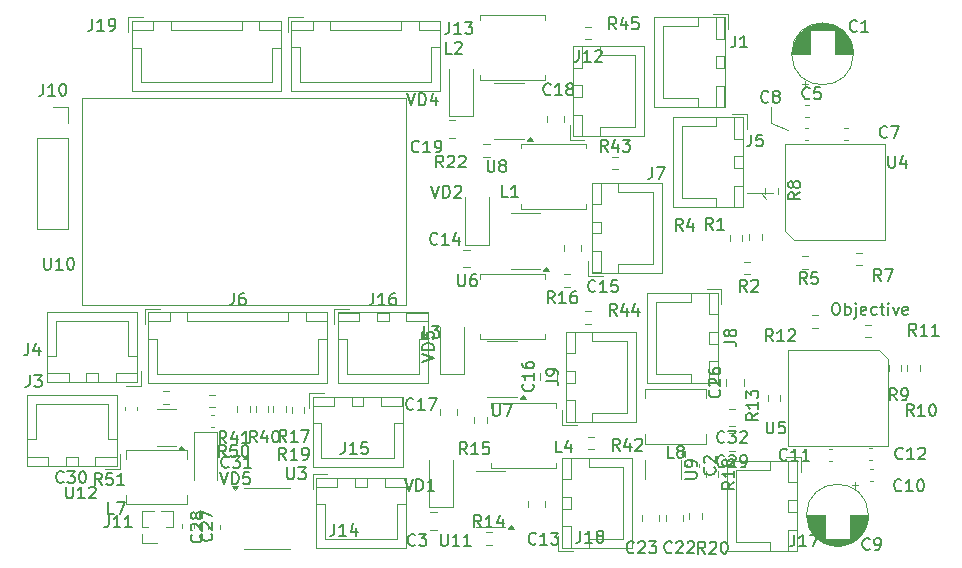
<source format=gbr>
%TF.GenerationSoftware,KiCad,Pcbnew,8.0.8*%
%TF.CreationDate,2025-02-01T00:49:18+03:00*%
%TF.ProjectId,Pistol_Camera_Driver,50697374-6f6c-45f4-9361-6d6572615f44,rev?*%
%TF.SameCoordinates,Original*%
%TF.FileFunction,Legend,Top*%
%TF.FilePolarity,Positive*%
%FSLAX46Y46*%
G04 Gerber Fmt 4.6, Leading zero omitted, Abs format (unit mm)*
G04 Created by KiCad (PCBNEW 8.0.8) date 2025-02-01 00:49:18*
%MOMM*%
%LPD*%
G01*
G04 APERTURE LIST*
%ADD10C,0.120000*%
%ADD11C,0.150000*%
G04 APERTURE END LIST*
D10*
X98765000Y-39640000D02*
X98765000Y-41040000D01*
X98975000Y-46950000D02*
X96775000Y-46950000D01*
X98365000Y-47440000D02*
X97965000Y-47040000D01*
X98765000Y-41040000D02*
X100165000Y-41640000D01*
D11*
X94819820Y-59523333D02*
X95534105Y-59523333D01*
X95534105Y-59523333D02*
X95676962Y-59570952D01*
X95676962Y-59570952D02*
X95772201Y-59666190D01*
X95772201Y-59666190D02*
X95819820Y-59809047D01*
X95819820Y-59809047D02*
X95819820Y-59904285D01*
X95248391Y-58904285D02*
X95200772Y-58999523D01*
X95200772Y-58999523D02*
X95153153Y-59047142D01*
X95153153Y-59047142D02*
X95057915Y-59094761D01*
X95057915Y-59094761D02*
X95010296Y-59094761D01*
X95010296Y-59094761D02*
X94915058Y-59047142D01*
X94915058Y-59047142D02*
X94867439Y-58999523D01*
X94867439Y-58999523D02*
X94819820Y-58904285D01*
X94819820Y-58904285D02*
X94819820Y-58713809D01*
X94819820Y-58713809D02*
X94867439Y-58618571D01*
X94867439Y-58618571D02*
X94915058Y-58570952D01*
X94915058Y-58570952D02*
X95010296Y-58523333D01*
X95010296Y-58523333D02*
X95057915Y-58523333D01*
X95057915Y-58523333D02*
X95153153Y-58570952D01*
X95153153Y-58570952D02*
X95200772Y-58618571D01*
X95200772Y-58618571D02*
X95248391Y-58713809D01*
X95248391Y-58713809D02*
X95248391Y-58904285D01*
X95248391Y-58904285D02*
X95296010Y-58999523D01*
X95296010Y-58999523D02*
X95343629Y-59047142D01*
X95343629Y-59047142D02*
X95438867Y-59094761D01*
X95438867Y-59094761D02*
X95629343Y-59094761D01*
X95629343Y-59094761D02*
X95724581Y-59047142D01*
X95724581Y-59047142D02*
X95772201Y-58999523D01*
X95772201Y-58999523D02*
X95819820Y-58904285D01*
X95819820Y-58904285D02*
X95819820Y-58713809D01*
X95819820Y-58713809D02*
X95772201Y-58618571D01*
X95772201Y-58618571D02*
X95724581Y-58570952D01*
X95724581Y-58570952D02*
X95629343Y-58523333D01*
X95629343Y-58523333D02*
X95438867Y-58523333D01*
X95438867Y-58523333D02*
X95343629Y-58570952D01*
X95343629Y-58570952D02*
X95296010Y-58618571D01*
X95296010Y-58618571D02*
X95248391Y-58713809D01*
X42097142Y-71654819D02*
X41763809Y-71178628D01*
X41525714Y-71654819D02*
X41525714Y-70654819D01*
X41525714Y-70654819D02*
X41906666Y-70654819D01*
X41906666Y-70654819D02*
X42001904Y-70702438D01*
X42001904Y-70702438D02*
X42049523Y-70750057D01*
X42049523Y-70750057D02*
X42097142Y-70845295D01*
X42097142Y-70845295D02*
X42097142Y-70988152D01*
X42097142Y-70988152D02*
X42049523Y-71083390D01*
X42049523Y-71083390D02*
X42001904Y-71131009D01*
X42001904Y-71131009D02*
X41906666Y-71178628D01*
X41906666Y-71178628D02*
X41525714Y-71178628D01*
X43001904Y-70654819D02*
X42525714Y-70654819D01*
X42525714Y-70654819D02*
X42478095Y-71131009D01*
X42478095Y-71131009D02*
X42525714Y-71083390D01*
X42525714Y-71083390D02*
X42620952Y-71035771D01*
X42620952Y-71035771D02*
X42859047Y-71035771D01*
X42859047Y-71035771D02*
X42954285Y-71083390D01*
X42954285Y-71083390D02*
X43001904Y-71131009D01*
X43001904Y-71131009D02*
X43049523Y-71226247D01*
X43049523Y-71226247D02*
X43049523Y-71464342D01*
X43049523Y-71464342D02*
X43001904Y-71559580D01*
X43001904Y-71559580D02*
X42954285Y-71607200D01*
X42954285Y-71607200D02*
X42859047Y-71654819D01*
X42859047Y-71654819D02*
X42620952Y-71654819D01*
X42620952Y-71654819D02*
X42525714Y-71607200D01*
X42525714Y-71607200D02*
X42478095Y-71559580D01*
X44001904Y-71654819D02*
X43430476Y-71654819D01*
X43716190Y-71654819D02*
X43716190Y-70654819D01*
X43716190Y-70654819D02*
X43620952Y-70797676D01*
X43620952Y-70797676D02*
X43525714Y-70892914D01*
X43525714Y-70892914D02*
X43430476Y-70940533D01*
X94389581Y-63632857D02*
X94437201Y-63680476D01*
X94437201Y-63680476D02*
X94484820Y-63823333D01*
X94484820Y-63823333D02*
X94484820Y-63918571D01*
X94484820Y-63918571D02*
X94437201Y-64061428D01*
X94437201Y-64061428D02*
X94341962Y-64156666D01*
X94341962Y-64156666D02*
X94246724Y-64204285D01*
X94246724Y-64204285D02*
X94056248Y-64251904D01*
X94056248Y-64251904D02*
X93913391Y-64251904D01*
X93913391Y-64251904D02*
X93722915Y-64204285D01*
X93722915Y-64204285D02*
X93627677Y-64156666D01*
X93627677Y-64156666D02*
X93532439Y-64061428D01*
X93532439Y-64061428D02*
X93484820Y-63918571D01*
X93484820Y-63918571D02*
X93484820Y-63823333D01*
X93484820Y-63823333D02*
X93532439Y-63680476D01*
X93532439Y-63680476D02*
X93580058Y-63632857D01*
X93580058Y-63251904D02*
X93532439Y-63204285D01*
X93532439Y-63204285D02*
X93484820Y-63109047D01*
X93484820Y-63109047D02*
X93484820Y-62870952D01*
X93484820Y-62870952D02*
X93532439Y-62775714D01*
X93532439Y-62775714D02*
X93580058Y-62728095D01*
X93580058Y-62728095D02*
X93675296Y-62680476D01*
X93675296Y-62680476D02*
X93770534Y-62680476D01*
X93770534Y-62680476D02*
X93913391Y-62728095D01*
X93913391Y-62728095D02*
X94484820Y-63299523D01*
X94484820Y-63299523D02*
X94484820Y-62680476D01*
X93484820Y-61823333D02*
X93484820Y-62013809D01*
X93484820Y-62013809D02*
X93532439Y-62109047D01*
X93532439Y-62109047D02*
X93580058Y-62156666D01*
X93580058Y-62156666D02*
X93722915Y-62251904D01*
X93722915Y-62251904D02*
X93913391Y-62299523D01*
X93913391Y-62299523D02*
X94294343Y-62299523D01*
X94294343Y-62299523D02*
X94389581Y-62251904D01*
X94389581Y-62251904D02*
X94437201Y-62204285D01*
X94437201Y-62204285D02*
X94484820Y-62109047D01*
X94484820Y-62109047D02*
X94484820Y-61918571D01*
X94484820Y-61918571D02*
X94437201Y-61823333D01*
X94437201Y-61823333D02*
X94389581Y-61775714D01*
X94389581Y-61775714D02*
X94294343Y-61728095D01*
X94294343Y-61728095D02*
X94056248Y-61728095D01*
X94056248Y-61728095D02*
X93961010Y-61775714D01*
X93961010Y-61775714D02*
X93913391Y-61823333D01*
X93913391Y-61823333D02*
X93865772Y-61918571D01*
X93865772Y-61918571D02*
X93865772Y-62109047D01*
X93865772Y-62109047D02*
X93913391Y-62204285D01*
X93913391Y-62204285D02*
X93961010Y-62251904D01*
X93961010Y-62251904D02*
X94056248Y-62299523D01*
X109922142Y-69399580D02*
X109874523Y-69447200D01*
X109874523Y-69447200D02*
X109731666Y-69494819D01*
X109731666Y-69494819D02*
X109636428Y-69494819D01*
X109636428Y-69494819D02*
X109493571Y-69447200D01*
X109493571Y-69447200D02*
X109398333Y-69351961D01*
X109398333Y-69351961D02*
X109350714Y-69256723D01*
X109350714Y-69256723D02*
X109303095Y-69066247D01*
X109303095Y-69066247D02*
X109303095Y-68923390D01*
X109303095Y-68923390D02*
X109350714Y-68732914D01*
X109350714Y-68732914D02*
X109398333Y-68637676D01*
X109398333Y-68637676D02*
X109493571Y-68542438D01*
X109493571Y-68542438D02*
X109636428Y-68494819D01*
X109636428Y-68494819D02*
X109731666Y-68494819D01*
X109731666Y-68494819D02*
X109874523Y-68542438D01*
X109874523Y-68542438D02*
X109922142Y-68590057D01*
X110874523Y-69494819D02*
X110303095Y-69494819D01*
X110588809Y-69494819D02*
X110588809Y-68494819D01*
X110588809Y-68494819D02*
X110493571Y-68637676D01*
X110493571Y-68637676D02*
X110398333Y-68732914D01*
X110398333Y-68732914D02*
X110303095Y-68780533D01*
X111255476Y-68590057D02*
X111303095Y-68542438D01*
X111303095Y-68542438D02*
X111398333Y-68494819D01*
X111398333Y-68494819D02*
X111636428Y-68494819D01*
X111636428Y-68494819D02*
X111731666Y-68542438D01*
X111731666Y-68542438D02*
X111779285Y-68590057D01*
X111779285Y-68590057D02*
X111826904Y-68685295D01*
X111826904Y-68685295D02*
X111826904Y-68780533D01*
X111826904Y-68780533D02*
X111779285Y-68923390D01*
X111779285Y-68923390D02*
X111207857Y-69494819D01*
X111207857Y-69494819D02*
X111826904Y-69494819D01*
X38867142Y-71409580D02*
X38819523Y-71457200D01*
X38819523Y-71457200D02*
X38676666Y-71504819D01*
X38676666Y-71504819D02*
X38581428Y-71504819D01*
X38581428Y-71504819D02*
X38438571Y-71457200D01*
X38438571Y-71457200D02*
X38343333Y-71361961D01*
X38343333Y-71361961D02*
X38295714Y-71266723D01*
X38295714Y-71266723D02*
X38248095Y-71076247D01*
X38248095Y-71076247D02*
X38248095Y-70933390D01*
X38248095Y-70933390D02*
X38295714Y-70742914D01*
X38295714Y-70742914D02*
X38343333Y-70647676D01*
X38343333Y-70647676D02*
X38438571Y-70552438D01*
X38438571Y-70552438D02*
X38581428Y-70504819D01*
X38581428Y-70504819D02*
X38676666Y-70504819D01*
X38676666Y-70504819D02*
X38819523Y-70552438D01*
X38819523Y-70552438D02*
X38867142Y-70600057D01*
X39200476Y-70504819D02*
X39819523Y-70504819D01*
X39819523Y-70504819D02*
X39486190Y-70885771D01*
X39486190Y-70885771D02*
X39629047Y-70885771D01*
X39629047Y-70885771D02*
X39724285Y-70933390D01*
X39724285Y-70933390D02*
X39771904Y-70981009D01*
X39771904Y-70981009D02*
X39819523Y-71076247D01*
X39819523Y-71076247D02*
X39819523Y-71314342D01*
X39819523Y-71314342D02*
X39771904Y-71409580D01*
X39771904Y-71409580D02*
X39724285Y-71457200D01*
X39724285Y-71457200D02*
X39629047Y-71504819D01*
X39629047Y-71504819D02*
X39343333Y-71504819D01*
X39343333Y-71504819D02*
X39248095Y-71457200D01*
X39248095Y-71457200D02*
X39200476Y-71409580D01*
X40438571Y-70504819D02*
X40533809Y-70504819D01*
X40533809Y-70504819D02*
X40629047Y-70552438D01*
X40629047Y-70552438D02*
X40676666Y-70600057D01*
X40676666Y-70600057D02*
X40724285Y-70695295D01*
X40724285Y-70695295D02*
X40771904Y-70885771D01*
X40771904Y-70885771D02*
X40771904Y-71123866D01*
X40771904Y-71123866D02*
X40724285Y-71314342D01*
X40724285Y-71314342D02*
X40676666Y-71409580D01*
X40676666Y-71409580D02*
X40629047Y-71457200D01*
X40629047Y-71457200D02*
X40533809Y-71504819D01*
X40533809Y-71504819D02*
X40438571Y-71504819D01*
X40438571Y-71504819D02*
X40343333Y-71457200D01*
X40343333Y-71457200D02*
X40295714Y-71409580D01*
X40295714Y-71409580D02*
X40248095Y-71314342D01*
X40248095Y-71314342D02*
X40200476Y-71123866D01*
X40200476Y-71123866D02*
X40200476Y-70885771D01*
X40200476Y-70885771D02*
X40248095Y-70695295D01*
X40248095Y-70695295D02*
X40295714Y-70600057D01*
X40295714Y-70600057D02*
X40343333Y-70552438D01*
X40343333Y-70552438D02*
X40438571Y-70504819D01*
X52130476Y-70594819D02*
X52463809Y-71594819D01*
X52463809Y-71594819D02*
X52797142Y-70594819D01*
X53130476Y-71594819D02*
X53130476Y-70594819D01*
X53130476Y-70594819D02*
X53368571Y-70594819D01*
X53368571Y-70594819D02*
X53511428Y-70642438D01*
X53511428Y-70642438D02*
X53606666Y-70737676D01*
X53606666Y-70737676D02*
X53654285Y-70832914D01*
X53654285Y-70832914D02*
X53701904Y-71023390D01*
X53701904Y-71023390D02*
X53701904Y-71166247D01*
X53701904Y-71166247D02*
X53654285Y-71356723D01*
X53654285Y-71356723D02*
X53606666Y-71451961D01*
X53606666Y-71451961D02*
X53511428Y-71547200D01*
X53511428Y-71547200D02*
X53368571Y-71594819D01*
X53368571Y-71594819D02*
X53130476Y-71594819D01*
X54606666Y-70594819D02*
X54130476Y-70594819D01*
X54130476Y-70594819D02*
X54082857Y-71071009D01*
X54082857Y-71071009D02*
X54130476Y-71023390D01*
X54130476Y-71023390D02*
X54225714Y-70975771D01*
X54225714Y-70975771D02*
X54463809Y-70975771D01*
X54463809Y-70975771D02*
X54559047Y-71023390D01*
X54559047Y-71023390D02*
X54606666Y-71071009D01*
X54606666Y-71071009D02*
X54654285Y-71166247D01*
X54654285Y-71166247D02*
X54654285Y-71404342D01*
X54654285Y-71404342D02*
X54606666Y-71499580D01*
X54606666Y-71499580D02*
X54559047Y-71547200D01*
X54559047Y-71547200D02*
X54463809Y-71594819D01*
X54463809Y-71594819D02*
X54225714Y-71594819D01*
X54225714Y-71594819D02*
X54130476Y-71547200D01*
X54130476Y-71547200D02*
X54082857Y-71499580D01*
X71753333Y-35144819D02*
X71277143Y-35144819D01*
X71277143Y-35144819D02*
X71277143Y-34144819D01*
X72039048Y-34240057D02*
X72086667Y-34192438D01*
X72086667Y-34192438D02*
X72181905Y-34144819D01*
X72181905Y-34144819D02*
X72420000Y-34144819D01*
X72420000Y-34144819D02*
X72515238Y-34192438D01*
X72515238Y-34192438D02*
X72562857Y-34240057D01*
X72562857Y-34240057D02*
X72610476Y-34335295D01*
X72610476Y-34335295D02*
X72610476Y-34430533D01*
X72610476Y-34430533D02*
X72562857Y-34573390D01*
X72562857Y-34573390D02*
X71991429Y-35144819D01*
X71991429Y-35144819D02*
X72610476Y-35144819D01*
X93979580Y-70176666D02*
X94027200Y-70224285D01*
X94027200Y-70224285D02*
X94074819Y-70367142D01*
X94074819Y-70367142D02*
X94074819Y-70462380D01*
X94074819Y-70462380D02*
X94027200Y-70605237D01*
X94027200Y-70605237D02*
X93931961Y-70700475D01*
X93931961Y-70700475D02*
X93836723Y-70748094D01*
X93836723Y-70748094D02*
X93646247Y-70795713D01*
X93646247Y-70795713D02*
X93503390Y-70795713D01*
X93503390Y-70795713D02*
X93312914Y-70748094D01*
X93312914Y-70748094D02*
X93217676Y-70700475D01*
X93217676Y-70700475D02*
X93122438Y-70605237D01*
X93122438Y-70605237D02*
X93074819Y-70462380D01*
X93074819Y-70462380D02*
X93074819Y-70367142D01*
X93074819Y-70367142D02*
X93122438Y-70224285D01*
X93122438Y-70224285D02*
X93170057Y-70176666D01*
X93170057Y-69795713D02*
X93122438Y-69748094D01*
X93122438Y-69748094D02*
X93074819Y-69652856D01*
X93074819Y-69652856D02*
X93074819Y-69414761D01*
X93074819Y-69414761D02*
X93122438Y-69319523D01*
X93122438Y-69319523D02*
X93170057Y-69271904D01*
X93170057Y-69271904D02*
X93265295Y-69224285D01*
X93265295Y-69224285D02*
X93360533Y-69224285D01*
X93360533Y-69224285D02*
X93503390Y-69271904D01*
X93503390Y-69271904D02*
X94074819Y-69843332D01*
X94074819Y-69843332D02*
X94074819Y-69224285D01*
X68497142Y-65209580D02*
X68449523Y-65257200D01*
X68449523Y-65257200D02*
X68306666Y-65304819D01*
X68306666Y-65304819D02*
X68211428Y-65304819D01*
X68211428Y-65304819D02*
X68068571Y-65257200D01*
X68068571Y-65257200D02*
X67973333Y-65161961D01*
X67973333Y-65161961D02*
X67925714Y-65066723D01*
X67925714Y-65066723D02*
X67878095Y-64876247D01*
X67878095Y-64876247D02*
X67878095Y-64733390D01*
X67878095Y-64733390D02*
X67925714Y-64542914D01*
X67925714Y-64542914D02*
X67973333Y-64447676D01*
X67973333Y-64447676D02*
X68068571Y-64352438D01*
X68068571Y-64352438D02*
X68211428Y-64304819D01*
X68211428Y-64304819D02*
X68306666Y-64304819D01*
X68306666Y-64304819D02*
X68449523Y-64352438D01*
X68449523Y-64352438D02*
X68497142Y-64400057D01*
X69449523Y-65304819D02*
X68878095Y-65304819D01*
X69163809Y-65304819D02*
X69163809Y-64304819D01*
X69163809Y-64304819D02*
X69068571Y-64447676D01*
X69068571Y-64447676D02*
X68973333Y-64542914D01*
X68973333Y-64542914D02*
X68878095Y-64590533D01*
X69782857Y-64304819D02*
X70449523Y-64304819D01*
X70449523Y-64304819D02*
X70020952Y-65304819D01*
X68633333Y-76719580D02*
X68585714Y-76767200D01*
X68585714Y-76767200D02*
X68442857Y-76814819D01*
X68442857Y-76814819D02*
X68347619Y-76814819D01*
X68347619Y-76814819D02*
X68204762Y-76767200D01*
X68204762Y-76767200D02*
X68109524Y-76671961D01*
X68109524Y-76671961D02*
X68061905Y-76576723D01*
X68061905Y-76576723D02*
X68014286Y-76386247D01*
X68014286Y-76386247D02*
X68014286Y-76243390D01*
X68014286Y-76243390D02*
X68061905Y-76052914D01*
X68061905Y-76052914D02*
X68109524Y-75957676D01*
X68109524Y-75957676D02*
X68204762Y-75862438D01*
X68204762Y-75862438D02*
X68347619Y-75814819D01*
X68347619Y-75814819D02*
X68442857Y-75814819D01*
X68442857Y-75814819D02*
X68585714Y-75862438D01*
X68585714Y-75862438D02*
X68633333Y-75910057D01*
X68966667Y-75814819D02*
X69585714Y-75814819D01*
X69585714Y-75814819D02*
X69252381Y-76195771D01*
X69252381Y-76195771D02*
X69395238Y-76195771D01*
X69395238Y-76195771D02*
X69490476Y-76243390D01*
X69490476Y-76243390D02*
X69538095Y-76291009D01*
X69538095Y-76291009D02*
X69585714Y-76386247D01*
X69585714Y-76386247D02*
X69585714Y-76624342D01*
X69585714Y-76624342D02*
X69538095Y-76719580D01*
X69538095Y-76719580D02*
X69490476Y-76767200D01*
X69490476Y-76767200D02*
X69395238Y-76814819D01*
X69395238Y-76814819D02*
X69109524Y-76814819D01*
X69109524Y-76814819D02*
X69014286Y-76767200D01*
X69014286Y-76767200D02*
X68966667Y-76719580D01*
X95726666Y-33624819D02*
X95726666Y-34339104D01*
X95726666Y-34339104D02*
X95679047Y-34481961D01*
X95679047Y-34481961D02*
X95583809Y-34577200D01*
X95583809Y-34577200D02*
X95440952Y-34624819D01*
X95440952Y-34624819D02*
X95345714Y-34624819D01*
X96726666Y-34624819D02*
X96155238Y-34624819D01*
X96440952Y-34624819D02*
X96440952Y-33624819D01*
X96440952Y-33624819D02*
X96345714Y-33767676D01*
X96345714Y-33767676D02*
X96250476Y-33862914D01*
X96250476Y-33862914D02*
X96155238Y-33910533D01*
X39081905Y-71804819D02*
X39081905Y-72614342D01*
X39081905Y-72614342D02*
X39129524Y-72709580D01*
X39129524Y-72709580D02*
X39177143Y-72757200D01*
X39177143Y-72757200D02*
X39272381Y-72804819D01*
X39272381Y-72804819D02*
X39462857Y-72804819D01*
X39462857Y-72804819D02*
X39558095Y-72757200D01*
X39558095Y-72757200D02*
X39605714Y-72709580D01*
X39605714Y-72709580D02*
X39653333Y-72614342D01*
X39653333Y-72614342D02*
X39653333Y-71804819D01*
X40653333Y-72804819D02*
X40081905Y-72804819D01*
X40367619Y-72804819D02*
X40367619Y-71804819D01*
X40367619Y-71804819D02*
X40272381Y-71947676D01*
X40272381Y-71947676D02*
X40177143Y-72042914D01*
X40177143Y-72042914D02*
X40081905Y-72090533D01*
X41034286Y-71900057D02*
X41081905Y-71852438D01*
X41081905Y-71852438D02*
X41177143Y-71804819D01*
X41177143Y-71804819D02*
X41415238Y-71804819D01*
X41415238Y-71804819D02*
X41510476Y-71852438D01*
X41510476Y-71852438D02*
X41558095Y-71900057D01*
X41558095Y-71900057D02*
X41605714Y-71995295D01*
X41605714Y-71995295D02*
X41605714Y-72090533D01*
X41605714Y-72090533D02*
X41558095Y-72233390D01*
X41558095Y-72233390D02*
X40986667Y-72804819D01*
X40986667Y-72804819D02*
X41605714Y-72804819D01*
X97076666Y-41994819D02*
X97076666Y-42709104D01*
X97076666Y-42709104D02*
X97029047Y-42851961D01*
X97029047Y-42851961D02*
X96933809Y-42947200D01*
X96933809Y-42947200D02*
X96790952Y-42994819D01*
X96790952Y-42994819D02*
X96695714Y-42994819D01*
X98029047Y-41994819D02*
X97552857Y-41994819D01*
X97552857Y-41994819D02*
X97505238Y-42471009D01*
X97505238Y-42471009D02*
X97552857Y-42423390D01*
X97552857Y-42423390D02*
X97648095Y-42375771D01*
X97648095Y-42375771D02*
X97886190Y-42375771D01*
X97886190Y-42375771D02*
X97981428Y-42423390D01*
X97981428Y-42423390D02*
X98029047Y-42471009D01*
X98029047Y-42471009D02*
X98076666Y-42566247D01*
X98076666Y-42566247D02*
X98076666Y-42804342D01*
X98076666Y-42804342D02*
X98029047Y-42899580D01*
X98029047Y-42899580D02*
X97981428Y-42947200D01*
X97981428Y-42947200D02*
X97886190Y-42994819D01*
X97886190Y-42994819D02*
X97648095Y-42994819D01*
X97648095Y-42994819D02*
X97552857Y-42947200D01*
X97552857Y-42947200D02*
X97505238Y-42899580D01*
X73027142Y-69064819D02*
X72693809Y-68588628D01*
X72455714Y-69064819D02*
X72455714Y-68064819D01*
X72455714Y-68064819D02*
X72836666Y-68064819D01*
X72836666Y-68064819D02*
X72931904Y-68112438D01*
X72931904Y-68112438D02*
X72979523Y-68160057D01*
X72979523Y-68160057D02*
X73027142Y-68255295D01*
X73027142Y-68255295D02*
X73027142Y-68398152D01*
X73027142Y-68398152D02*
X72979523Y-68493390D01*
X72979523Y-68493390D02*
X72931904Y-68541009D01*
X72931904Y-68541009D02*
X72836666Y-68588628D01*
X72836666Y-68588628D02*
X72455714Y-68588628D01*
X73979523Y-69064819D02*
X73408095Y-69064819D01*
X73693809Y-69064819D02*
X73693809Y-68064819D01*
X73693809Y-68064819D02*
X73598571Y-68207676D01*
X73598571Y-68207676D02*
X73503333Y-68302914D01*
X73503333Y-68302914D02*
X73408095Y-68350533D01*
X74884285Y-68064819D02*
X74408095Y-68064819D01*
X74408095Y-68064819D02*
X74360476Y-68541009D01*
X74360476Y-68541009D02*
X74408095Y-68493390D01*
X74408095Y-68493390D02*
X74503333Y-68445771D01*
X74503333Y-68445771D02*
X74741428Y-68445771D01*
X74741428Y-68445771D02*
X74836666Y-68493390D01*
X74836666Y-68493390D02*
X74884285Y-68541009D01*
X74884285Y-68541009D02*
X74931904Y-68636247D01*
X74931904Y-68636247D02*
X74931904Y-68874342D01*
X74931904Y-68874342D02*
X74884285Y-68969580D01*
X74884285Y-68969580D02*
X74836666Y-69017200D01*
X74836666Y-69017200D02*
X74741428Y-69064819D01*
X74741428Y-69064819D02*
X74503333Y-69064819D01*
X74503333Y-69064819D02*
X74408095Y-69017200D01*
X74408095Y-69017200D02*
X74360476Y-68969580D01*
X108098333Y-54394819D02*
X107765000Y-53918628D01*
X107526905Y-54394819D02*
X107526905Y-53394819D01*
X107526905Y-53394819D02*
X107907857Y-53394819D01*
X107907857Y-53394819D02*
X108003095Y-53442438D01*
X108003095Y-53442438D02*
X108050714Y-53490057D01*
X108050714Y-53490057D02*
X108098333Y-53585295D01*
X108098333Y-53585295D02*
X108098333Y-53728152D01*
X108098333Y-53728152D02*
X108050714Y-53823390D01*
X108050714Y-53823390D02*
X108003095Y-53871009D01*
X108003095Y-53871009D02*
X107907857Y-53918628D01*
X107907857Y-53918628D02*
X107526905Y-53918628D01*
X108431667Y-53394819D02*
X109098333Y-53394819D01*
X109098333Y-53394819D02*
X108669762Y-54394819D01*
X61790476Y-74954819D02*
X61790476Y-75669104D01*
X61790476Y-75669104D02*
X61742857Y-75811961D01*
X61742857Y-75811961D02*
X61647619Y-75907200D01*
X61647619Y-75907200D02*
X61504762Y-75954819D01*
X61504762Y-75954819D02*
X61409524Y-75954819D01*
X62790476Y-75954819D02*
X62219048Y-75954819D01*
X62504762Y-75954819D02*
X62504762Y-74954819D01*
X62504762Y-74954819D02*
X62409524Y-75097676D01*
X62409524Y-75097676D02*
X62314286Y-75192914D01*
X62314286Y-75192914D02*
X62219048Y-75240533D01*
X63647619Y-75288152D02*
X63647619Y-75954819D01*
X63409524Y-74907200D02*
X63171429Y-75621485D01*
X63171429Y-75621485D02*
X63790476Y-75621485D01*
X41300476Y-32194819D02*
X41300476Y-32909104D01*
X41300476Y-32909104D02*
X41252857Y-33051961D01*
X41252857Y-33051961D02*
X41157619Y-33147200D01*
X41157619Y-33147200D02*
X41014762Y-33194819D01*
X41014762Y-33194819D02*
X40919524Y-33194819D01*
X42300476Y-33194819D02*
X41729048Y-33194819D01*
X42014762Y-33194819D02*
X42014762Y-32194819D01*
X42014762Y-32194819D02*
X41919524Y-32337676D01*
X41919524Y-32337676D02*
X41824286Y-32432914D01*
X41824286Y-32432914D02*
X41729048Y-32480533D01*
X42776667Y-33194819D02*
X42967143Y-33194819D01*
X42967143Y-33194819D02*
X43062381Y-33147200D01*
X43062381Y-33147200D02*
X43110000Y-33099580D01*
X43110000Y-33099580D02*
X43205238Y-32956723D01*
X43205238Y-32956723D02*
X43252857Y-32766247D01*
X43252857Y-32766247D02*
X43252857Y-32385295D01*
X43252857Y-32385295D02*
X43205238Y-32290057D01*
X43205238Y-32290057D02*
X43157619Y-32242438D01*
X43157619Y-32242438D02*
X43062381Y-32194819D01*
X43062381Y-32194819D02*
X42871905Y-32194819D01*
X42871905Y-32194819D02*
X42776667Y-32242438D01*
X42776667Y-32242438D02*
X42729048Y-32290057D01*
X42729048Y-32290057D02*
X42681429Y-32385295D01*
X42681429Y-32385295D02*
X42681429Y-32623390D01*
X42681429Y-32623390D02*
X42729048Y-32718628D01*
X42729048Y-32718628D02*
X42776667Y-32766247D01*
X42776667Y-32766247D02*
X42871905Y-32813866D01*
X42871905Y-32813866D02*
X43062381Y-32813866D01*
X43062381Y-32813866D02*
X43157619Y-32766247D01*
X43157619Y-32766247D02*
X43205238Y-32718628D01*
X43205238Y-32718628D02*
X43252857Y-32623390D01*
X110837142Y-65824819D02*
X110503809Y-65348628D01*
X110265714Y-65824819D02*
X110265714Y-64824819D01*
X110265714Y-64824819D02*
X110646666Y-64824819D01*
X110646666Y-64824819D02*
X110741904Y-64872438D01*
X110741904Y-64872438D02*
X110789523Y-64920057D01*
X110789523Y-64920057D02*
X110837142Y-65015295D01*
X110837142Y-65015295D02*
X110837142Y-65158152D01*
X110837142Y-65158152D02*
X110789523Y-65253390D01*
X110789523Y-65253390D02*
X110741904Y-65301009D01*
X110741904Y-65301009D02*
X110646666Y-65348628D01*
X110646666Y-65348628D02*
X110265714Y-65348628D01*
X111789523Y-65824819D02*
X111218095Y-65824819D01*
X111503809Y-65824819D02*
X111503809Y-64824819D01*
X111503809Y-64824819D02*
X111408571Y-64967676D01*
X111408571Y-64967676D02*
X111313333Y-65062914D01*
X111313333Y-65062914D02*
X111218095Y-65110533D01*
X112408571Y-64824819D02*
X112503809Y-64824819D01*
X112503809Y-64824819D02*
X112599047Y-64872438D01*
X112599047Y-64872438D02*
X112646666Y-64920057D01*
X112646666Y-64920057D02*
X112694285Y-65015295D01*
X112694285Y-65015295D02*
X112741904Y-65205771D01*
X112741904Y-65205771D02*
X112741904Y-65443866D01*
X112741904Y-65443866D02*
X112694285Y-65634342D01*
X112694285Y-65634342D02*
X112646666Y-65729580D01*
X112646666Y-65729580D02*
X112599047Y-65777200D01*
X112599047Y-65777200D02*
X112503809Y-65824819D01*
X112503809Y-65824819D02*
X112408571Y-65824819D01*
X112408571Y-65824819D02*
X112313333Y-65777200D01*
X112313333Y-65777200D02*
X112265714Y-65729580D01*
X112265714Y-65729580D02*
X112218095Y-65634342D01*
X112218095Y-65634342D02*
X112170476Y-65443866D01*
X112170476Y-65443866D02*
X112170476Y-65205771D01*
X112170476Y-65205771D02*
X112218095Y-65015295D01*
X112218095Y-65015295D02*
X112265714Y-64920057D01*
X112265714Y-64920057D02*
X112313333Y-64872438D01*
X112313333Y-64872438D02*
X112408571Y-64824819D01*
X52617142Y-69294819D02*
X52283809Y-68818628D01*
X52045714Y-69294819D02*
X52045714Y-68294819D01*
X52045714Y-68294819D02*
X52426666Y-68294819D01*
X52426666Y-68294819D02*
X52521904Y-68342438D01*
X52521904Y-68342438D02*
X52569523Y-68390057D01*
X52569523Y-68390057D02*
X52617142Y-68485295D01*
X52617142Y-68485295D02*
X52617142Y-68628152D01*
X52617142Y-68628152D02*
X52569523Y-68723390D01*
X52569523Y-68723390D02*
X52521904Y-68771009D01*
X52521904Y-68771009D02*
X52426666Y-68818628D01*
X52426666Y-68818628D02*
X52045714Y-68818628D01*
X53521904Y-68294819D02*
X53045714Y-68294819D01*
X53045714Y-68294819D02*
X52998095Y-68771009D01*
X52998095Y-68771009D02*
X53045714Y-68723390D01*
X53045714Y-68723390D02*
X53140952Y-68675771D01*
X53140952Y-68675771D02*
X53379047Y-68675771D01*
X53379047Y-68675771D02*
X53474285Y-68723390D01*
X53474285Y-68723390D02*
X53521904Y-68771009D01*
X53521904Y-68771009D02*
X53569523Y-68866247D01*
X53569523Y-68866247D02*
X53569523Y-69104342D01*
X53569523Y-69104342D02*
X53521904Y-69199580D01*
X53521904Y-69199580D02*
X53474285Y-69247200D01*
X53474285Y-69247200D02*
X53379047Y-69294819D01*
X53379047Y-69294819D02*
X53140952Y-69294819D01*
X53140952Y-69294819D02*
X53045714Y-69247200D01*
X53045714Y-69247200D02*
X52998095Y-69199580D01*
X54188571Y-68294819D02*
X54283809Y-68294819D01*
X54283809Y-68294819D02*
X54379047Y-68342438D01*
X54379047Y-68342438D02*
X54426666Y-68390057D01*
X54426666Y-68390057D02*
X54474285Y-68485295D01*
X54474285Y-68485295D02*
X54521904Y-68675771D01*
X54521904Y-68675771D02*
X54521904Y-68913866D01*
X54521904Y-68913866D02*
X54474285Y-69104342D01*
X54474285Y-69104342D02*
X54426666Y-69199580D01*
X54426666Y-69199580D02*
X54379047Y-69247200D01*
X54379047Y-69247200D02*
X54283809Y-69294819D01*
X54283809Y-69294819D02*
X54188571Y-69294819D01*
X54188571Y-69294819D02*
X54093333Y-69247200D01*
X54093333Y-69247200D02*
X54045714Y-69199580D01*
X54045714Y-69199580D02*
X53998095Y-69104342D01*
X53998095Y-69104342D02*
X53950476Y-68913866D01*
X53950476Y-68913866D02*
X53950476Y-68675771D01*
X53950476Y-68675771D02*
X53998095Y-68485295D01*
X53998095Y-68485295D02*
X54045714Y-68390057D01*
X54045714Y-68390057D02*
X54093333Y-68342438D01*
X54093333Y-68342438D02*
X54188571Y-68294819D01*
X67990476Y-38514819D02*
X68323809Y-39514819D01*
X68323809Y-39514819D02*
X68657142Y-38514819D01*
X68990476Y-39514819D02*
X68990476Y-38514819D01*
X68990476Y-38514819D02*
X69228571Y-38514819D01*
X69228571Y-38514819D02*
X69371428Y-38562438D01*
X69371428Y-38562438D02*
X69466666Y-38657676D01*
X69466666Y-38657676D02*
X69514285Y-38752914D01*
X69514285Y-38752914D02*
X69561904Y-38943390D01*
X69561904Y-38943390D02*
X69561904Y-39086247D01*
X69561904Y-39086247D02*
X69514285Y-39276723D01*
X69514285Y-39276723D02*
X69466666Y-39371961D01*
X69466666Y-39371961D02*
X69371428Y-39467200D01*
X69371428Y-39467200D02*
X69228571Y-39514819D01*
X69228571Y-39514819D02*
X68990476Y-39514819D01*
X70419047Y-38848152D02*
X70419047Y-39514819D01*
X70180952Y-38467200D02*
X69942857Y-39181485D01*
X69942857Y-39181485D02*
X70561904Y-39181485D01*
X85957142Y-68754819D02*
X85623809Y-68278628D01*
X85385714Y-68754819D02*
X85385714Y-67754819D01*
X85385714Y-67754819D02*
X85766666Y-67754819D01*
X85766666Y-67754819D02*
X85861904Y-67802438D01*
X85861904Y-67802438D02*
X85909523Y-67850057D01*
X85909523Y-67850057D02*
X85957142Y-67945295D01*
X85957142Y-67945295D02*
X85957142Y-68088152D01*
X85957142Y-68088152D02*
X85909523Y-68183390D01*
X85909523Y-68183390D02*
X85861904Y-68231009D01*
X85861904Y-68231009D02*
X85766666Y-68278628D01*
X85766666Y-68278628D02*
X85385714Y-68278628D01*
X86814285Y-68088152D02*
X86814285Y-68754819D01*
X86576190Y-67707200D02*
X86338095Y-68421485D01*
X86338095Y-68421485D02*
X86957142Y-68421485D01*
X87290476Y-67850057D02*
X87338095Y-67802438D01*
X87338095Y-67802438D02*
X87433333Y-67754819D01*
X87433333Y-67754819D02*
X87671428Y-67754819D01*
X87671428Y-67754819D02*
X87766666Y-67802438D01*
X87766666Y-67802438D02*
X87814285Y-67850057D01*
X87814285Y-67850057D02*
X87861904Y-67945295D01*
X87861904Y-67945295D02*
X87861904Y-68040533D01*
X87861904Y-68040533D02*
X87814285Y-68183390D01*
X87814285Y-68183390D02*
X87242857Y-68754819D01*
X87242857Y-68754819D02*
X87861904Y-68754819D01*
X51369580Y-75792857D02*
X51417200Y-75840476D01*
X51417200Y-75840476D02*
X51464819Y-75983333D01*
X51464819Y-75983333D02*
X51464819Y-76078571D01*
X51464819Y-76078571D02*
X51417200Y-76221428D01*
X51417200Y-76221428D02*
X51321961Y-76316666D01*
X51321961Y-76316666D02*
X51226723Y-76364285D01*
X51226723Y-76364285D02*
X51036247Y-76411904D01*
X51036247Y-76411904D02*
X50893390Y-76411904D01*
X50893390Y-76411904D02*
X50702914Y-76364285D01*
X50702914Y-76364285D02*
X50607676Y-76316666D01*
X50607676Y-76316666D02*
X50512438Y-76221428D01*
X50512438Y-76221428D02*
X50464819Y-76078571D01*
X50464819Y-76078571D02*
X50464819Y-75983333D01*
X50464819Y-75983333D02*
X50512438Y-75840476D01*
X50512438Y-75840476D02*
X50560057Y-75792857D01*
X50560057Y-75411904D02*
X50512438Y-75364285D01*
X50512438Y-75364285D02*
X50464819Y-75269047D01*
X50464819Y-75269047D02*
X50464819Y-75030952D01*
X50464819Y-75030952D02*
X50512438Y-74935714D01*
X50512438Y-74935714D02*
X50560057Y-74888095D01*
X50560057Y-74888095D02*
X50655295Y-74840476D01*
X50655295Y-74840476D02*
X50750533Y-74840476D01*
X50750533Y-74840476D02*
X50893390Y-74888095D01*
X50893390Y-74888095D02*
X51464819Y-75459523D01*
X51464819Y-75459523D02*
X51464819Y-74840476D01*
X50464819Y-74507142D02*
X50464819Y-73840476D01*
X50464819Y-73840476D02*
X51464819Y-74269047D01*
X79739819Y-62833333D02*
X80454104Y-62833333D01*
X80454104Y-62833333D02*
X80596961Y-62880952D01*
X80596961Y-62880952D02*
X80692200Y-62976190D01*
X80692200Y-62976190D02*
X80739819Y-63119047D01*
X80739819Y-63119047D02*
X80739819Y-63214285D01*
X80739819Y-62309523D02*
X80739819Y-62119047D01*
X80739819Y-62119047D02*
X80692200Y-62023809D01*
X80692200Y-62023809D02*
X80644580Y-61976190D01*
X80644580Y-61976190D02*
X80501723Y-61880952D01*
X80501723Y-61880952D02*
X80311247Y-61833333D01*
X80311247Y-61833333D02*
X79930295Y-61833333D01*
X79930295Y-61833333D02*
X79835057Y-61880952D01*
X79835057Y-61880952D02*
X79787438Y-61928571D01*
X79787438Y-61928571D02*
X79739819Y-62023809D01*
X79739819Y-62023809D02*
X79739819Y-62214285D01*
X79739819Y-62214285D02*
X79787438Y-62309523D01*
X79787438Y-62309523D02*
X79835057Y-62357142D01*
X79835057Y-62357142D02*
X79930295Y-62404761D01*
X79930295Y-62404761D02*
X80168390Y-62404761D01*
X80168390Y-62404761D02*
X80263628Y-62357142D01*
X80263628Y-62357142D02*
X80311247Y-62309523D01*
X80311247Y-62309523D02*
X80358866Y-62214285D01*
X80358866Y-62214285D02*
X80358866Y-62023809D01*
X80358866Y-62023809D02*
X80311247Y-61928571D01*
X80311247Y-61928571D02*
X80263628Y-61880952D01*
X80263628Y-61880952D02*
X80168390Y-61833333D01*
X106033333Y-33209580D02*
X105985714Y-33257200D01*
X105985714Y-33257200D02*
X105842857Y-33304819D01*
X105842857Y-33304819D02*
X105747619Y-33304819D01*
X105747619Y-33304819D02*
X105604762Y-33257200D01*
X105604762Y-33257200D02*
X105509524Y-33161961D01*
X105509524Y-33161961D02*
X105461905Y-33066723D01*
X105461905Y-33066723D02*
X105414286Y-32876247D01*
X105414286Y-32876247D02*
X105414286Y-32733390D01*
X105414286Y-32733390D02*
X105461905Y-32542914D01*
X105461905Y-32542914D02*
X105509524Y-32447676D01*
X105509524Y-32447676D02*
X105604762Y-32352438D01*
X105604762Y-32352438D02*
X105747619Y-32304819D01*
X105747619Y-32304819D02*
X105842857Y-32304819D01*
X105842857Y-32304819D02*
X105985714Y-32352438D01*
X105985714Y-32352438D02*
X106033333Y-32400057D01*
X106985714Y-33304819D02*
X106414286Y-33304819D01*
X106700000Y-33304819D02*
X106700000Y-32304819D01*
X106700000Y-32304819D02*
X106604762Y-32447676D01*
X106604762Y-32447676D02*
X106509524Y-32542914D01*
X106509524Y-32542914D02*
X106414286Y-32590533D01*
X107133333Y-77069580D02*
X107085714Y-77117200D01*
X107085714Y-77117200D02*
X106942857Y-77164819D01*
X106942857Y-77164819D02*
X106847619Y-77164819D01*
X106847619Y-77164819D02*
X106704762Y-77117200D01*
X106704762Y-77117200D02*
X106609524Y-77021961D01*
X106609524Y-77021961D02*
X106561905Y-76926723D01*
X106561905Y-76926723D02*
X106514286Y-76736247D01*
X106514286Y-76736247D02*
X106514286Y-76593390D01*
X106514286Y-76593390D02*
X106561905Y-76402914D01*
X106561905Y-76402914D02*
X106609524Y-76307676D01*
X106609524Y-76307676D02*
X106704762Y-76212438D01*
X106704762Y-76212438D02*
X106847619Y-76164819D01*
X106847619Y-76164819D02*
X106942857Y-76164819D01*
X106942857Y-76164819D02*
X107085714Y-76212438D01*
X107085714Y-76212438D02*
X107133333Y-76260057D01*
X107609524Y-77164819D02*
X107800000Y-77164819D01*
X107800000Y-77164819D02*
X107895238Y-77117200D01*
X107895238Y-77117200D02*
X107942857Y-77069580D01*
X107942857Y-77069580D02*
X108038095Y-76926723D01*
X108038095Y-76926723D02*
X108085714Y-76736247D01*
X108085714Y-76736247D02*
X108085714Y-76355295D01*
X108085714Y-76355295D02*
X108038095Y-76260057D01*
X108038095Y-76260057D02*
X107990476Y-76212438D01*
X107990476Y-76212438D02*
X107895238Y-76164819D01*
X107895238Y-76164819D02*
X107704762Y-76164819D01*
X107704762Y-76164819D02*
X107609524Y-76212438D01*
X107609524Y-76212438D02*
X107561905Y-76260057D01*
X107561905Y-76260057D02*
X107514286Y-76355295D01*
X107514286Y-76355295D02*
X107514286Y-76593390D01*
X107514286Y-76593390D02*
X107561905Y-76688628D01*
X107561905Y-76688628D02*
X107609524Y-76736247D01*
X107609524Y-76736247D02*
X107704762Y-76783866D01*
X107704762Y-76783866D02*
X107895238Y-76783866D01*
X107895238Y-76783866D02*
X107990476Y-76736247D01*
X107990476Y-76736247D02*
X108038095Y-76688628D01*
X108038095Y-76688628D02*
X108085714Y-76593390D01*
X67750476Y-71164819D02*
X68083809Y-72164819D01*
X68083809Y-72164819D02*
X68417142Y-71164819D01*
X68750476Y-72164819D02*
X68750476Y-71164819D01*
X68750476Y-71164819D02*
X68988571Y-71164819D01*
X68988571Y-71164819D02*
X69131428Y-71212438D01*
X69131428Y-71212438D02*
X69226666Y-71307676D01*
X69226666Y-71307676D02*
X69274285Y-71402914D01*
X69274285Y-71402914D02*
X69321904Y-71593390D01*
X69321904Y-71593390D02*
X69321904Y-71736247D01*
X69321904Y-71736247D02*
X69274285Y-71926723D01*
X69274285Y-71926723D02*
X69226666Y-72021961D01*
X69226666Y-72021961D02*
X69131428Y-72117200D01*
X69131428Y-72117200D02*
X68988571Y-72164819D01*
X68988571Y-72164819D02*
X68750476Y-72164819D01*
X70274285Y-72164819D02*
X69702857Y-72164819D01*
X69988571Y-72164819D02*
X69988571Y-71164819D01*
X69988571Y-71164819D02*
X69893333Y-71307676D01*
X69893333Y-71307676D02*
X69798095Y-71402914D01*
X69798095Y-71402914D02*
X69702857Y-71450533D01*
X43133333Y-74144819D02*
X42657143Y-74144819D01*
X42657143Y-74144819D02*
X42657143Y-73144819D01*
X43371429Y-73144819D02*
X44038095Y-73144819D01*
X44038095Y-73144819D02*
X43609524Y-74144819D01*
X52847142Y-70119580D02*
X52799523Y-70167200D01*
X52799523Y-70167200D02*
X52656666Y-70214819D01*
X52656666Y-70214819D02*
X52561428Y-70214819D01*
X52561428Y-70214819D02*
X52418571Y-70167200D01*
X52418571Y-70167200D02*
X52323333Y-70071961D01*
X52323333Y-70071961D02*
X52275714Y-69976723D01*
X52275714Y-69976723D02*
X52228095Y-69786247D01*
X52228095Y-69786247D02*
X52228095Y-69643390D01*
X52228095Y-69643390D02*
X52275714Y-69452914D01*
X52275714Y-69452914D02*
X52323333Y-69357676D01*
X52323333Y-69357676D02*
X52418571Y-69262438D01*
X52418571Y-69262438D02*
X52561428Y-69214819D01*
X52561428Y-69214819D02*
X52656666Y-69214819D01*
X52656666Y-69214819D02*
X52799523Y-69262438D01*
X52799523Y-69262438D02*
X52847142Y-69310057D01*
X53180476Y-69214819D02*
X53799523Y-69214819D01*
X53799523Y-69214819D02*
X53466190Y-69595771D01*
X53466190Y-69595771D02*
X53609047Y-69595771D01*
X53609047Y-69595771D02*
X53704285Y-69643390D01*
X53704285Y-69643390D02*
X53751904Y-69691009D01*
X53751904Y-69691009D02*
X53799523Y-69786247D01*
X53799523Y-69786247D02*
X53799523Y-70024342D01*
X53799523Y-70024342D02*
X53751904Y-70119580D01*
X53751904Y-70119580D02*
X53704285Y-70167200D01*
X53704285Y-70167200D02*
X53609047Y-70214819D01*
X53609047Y-70214819D02*
X53323333Y-70214819D01*
X53323333Y-70214819D02*
X53228095Y-70167200D01*
X53228095Y-70167200D02*
X53180476Y-70119580D01*
X54751904Y-70214819D02*
X54180476Y-70214819D01*
X54466190Y-70214819D02*
X54466190Y-69214819D01*
X54466190Y-69214819D02*
X54370952Y-69357676D01*
X54370952Y-69357676D02*
X54275714Y-69452914D01*
X54275714Y-69452914D02*
X54180476Y-69500533D01*
X108598333Y-42199580D02*
X108550714Y-42247200D01*
X108550714Y-42247200D02*
X108407857Y-42294819D01*
X108407857Y-42294819D02*
X108312619Y-42294819D01*
X108312619Y-42294819D02*
X108169762Y-42247200D01*
X108169762Y-42247200D02*
X108074524Y-42151961D01*
X108074524Y-42151961D02*
X108026905Y-42056723D01*
X108026905Y-42056723D02*
X107979286Y-41866247D01*
X107979286Y-41866247D02*
X107979286Y-41723390D01*
X107979286Y-41723390D02*
X108026905Y-41532914D01*
X108026905Y-41532914D02*
X108074524Y-41437676D01*
X108074524Y-41437676D02*
X108169762Y-41342438D01*
X108169762Y-41342438D02*
X108312619Y-41294819D01*
X108312619Y-41294819D02*
X108407857Y-41294819D01*
X108407857Y-41294819D02*
X108550714Y-41342438D01*
X108550714Y-41342438D02*
X108598333Y-41390057D01*
X108931667Y-41294819D02*
X109598333Y-41294819D01*
X109598333Y-41294819D02*
X109169762Y-42294819D01*
X57808095Y-70184819D02*
X57808095Y-70994342D01*
X57808095Y-70994342D02*
X57855714Y-71089580D01*
X57855714Y-71089580D02*
X57903333Y-71137200D01*
X57903333Y-71137200D02*
X57998571Y-71184819D01*
X57998571Y-71184819D02*
X58189047Y-71184819D01*
X58189047Y-71184819D02*
X58284285Y-71137200D01*
X58284285Y-71137200D02*
X58331904Y-71089580D01*
X58331904Y-71089580D02*
X58379523Y-70994342D01*
X58379523Y-70994342D02*
X58379523Y-70184819D01*
X58760476Y-70184819D02*
X59379523Y-70184819D01*
X59379523Y-70184819D02*
X59046190Y-70565771D01*
X59046190Y-70565771D02*
X59189047Y-70565771D01*
X59189047Y-70565771D02*
X59284285Y-70613390D01*
X59284285Y-70613390D02*
X59331904Y-70661009D01*
X59331904Y-70661009D02*
X59379523Y-70756247D01*
X59379523Y-70756247D02*
X59379523Y-70994342D01*
X59379523Y-70994342D02*
X59331904Y-71089580D01*
X59331904Y-71089580D02*
X59284285Y-71137200D01*
X59284285Y-71137200D02*
X59189047Y-71184819D01*
X59189047Y-71184819D02*
X58903333Y-71184819D01*
X58903333Y-71184819D02*
X58808095Y-71137200D01*
X58808095Y-71137200D02*
X58760476Y-71089580D01*
X94827142Y-68019579D02*
X94779523Y-68067199D01*
X94779523Y-68067199D02*
X94636666Y-68114818D01*
X94636666Y-68114818D02*
X94541428Y-68114818D01*
X94541428Y-68114818D02*
X94398571Y-68067199D01*
X94398571Y-68067199D02*
X94303333Y-67971960D01*
X94303333Y-67971960D02*
X94255714Y-67876722D01*
X94255714Y-67876722D02*
X94208095Y-67686246D01*
X94208095Y-67686246D02*
X94208095Y-67543389D01*
X94208095Y-67543389D02*
X94255714Y-67352913D01*
X94255714Y-67352913D02*
X94303333Y-67257675D01*
X94303333Y-67257675D02*
X94398571Y-67162437D01*
X94398571Y-67162437D02*
X94541428Y-67114818D01*
X94541428Y-67114818D02*
X94636666Y-67114818D01*
X94636666Y-67114818D02*
X94779523Y-67162437D01*
X94779523Y-67162437D02*
X94827142Y-67210056D01*
X95160476Y-67114818D02*
X95779523Y-67114818D01*
X95779523Y-67114818D02*
X95446190Y-67495770D01*
X95446190Y-67495770D02*
X95589047Y-67495770D01*
X95589047Y-67495770D02*
X95684285Y-67543389D01*
X95684285Y-67543389D02*
X95731904Y-67591008D01*
X95731904Y-67591008D02*
X95779523Y-67686246D01*
X95779523Y-67686246D02*
X95779523Y-67924341D01*
X95779523Y-67924341D02*
X95731904Y-68019579D01*
X95731904Y-68019579D02*
X95684285Y-68067199D01*
X95684285Y-68067199D02*
X95589047Y-68114818D01*
X95589047Y-68114818D02*
X95303333Y-68114818D01*
X95303333Y-68114818D02*
X95208095Y-68067199D01*
X95208095Y-68067199D02*
X95160476Y-68019579D01*
X96160476Y-67210056D02*
X96208095Y-67162437D01*
X96208095Y-67162437D02*
X96303333Y-67114818D01*
X96303333Y-67114818D02*
X96541428Y-67114818D01*
X96541428Y-67114818D02*
X96636666Y-67162437D01*
X96636666Y-67162437D02*
X96684285Y-67210056D01*
X96684285Y-67210056D02*
X96731904Y-67305294D01*
X96731904Y-67305294D02*
X96731904Y-67400532D01*
X96731904Y-67400532D02*
X96684285Y-67543389D01*
X96684285Y-67543389D02*
X96112857Y-68114818D01*
X96112857Y-68114818D02*
X96731904Y-68114818D01*
X57707142Y-69524819D02*
X57373809Y-69048628D01*
X57135714Y-69524819D02*
X57135714Y-68524819D01*
X57135714Y-68524819D02*
X57516666Y-68524819D01*
X57516666Y-68524819D02*
X57611904Y-68572438D01*
X57611904Y-68572438D02*
X57659523Y-68620057D01*
X57659523Y-68620057D02*
X57707142Y-68715295D01*
X57707142Y-68715295D02*
X57707142Y-68858152D01*
X57707142Y-68858152D02*
X57659523Y-68953390D01*
X57659523Y-68953390D02*
X57611904Y-69001009D01*
X57611904Y-69001009D02*
X57516666Y-69048628D01*
X57516666Y-69048628D02*
X57135714Y-69048628D01*
X58659523Y-69524819D02*
X58088095Y-69524819D01*
X58373809Y-69524819D02*
X58373809Y-68524819D01*
X58373809Y-68524819D02*
X58278571Y-68667676D01*
X58278571Y-68667676D02*
X58183333Y-68762914D01*
X58183333Y-68762914D02*
X58088095Y-68810533D01*
X59135714Y-69524819D02*
X59326190Y-69524819D01*
X59326190Y-69524819D02*
X59421428Y-69477200D01*
X59421428Y-69477200D02*
X59469047Y-69429580D01*
X59469047Y-69429580D02*
X59564285Y-69286723D01*
X59564285Y-69286723D02*
X59611904Y-69096247D01*
X59611904Y-69096247D02*
X59611904Y-68715295D01*
X59611904Y-68715295D02*
X59564285Y-68620057D01*
X59564285Y-68620057D02*
X59516666Y-68572438D01*
X59516666Y-68572438D02*
X59421428Y-68524819D01*
X59421428Y-68524819D02*
X59230952Y-68524819D01*
X59230952Y-68524819D02*
X59135714Y-68572438D01*
X59135714Y-68572438D02*
X59088095Y-68620057D01*
X59088095Y-68620057D02*
X59040476Y-68715295D01*
X59040476Y-68715295D02*
X59040476Y-68953390D01*
X59040476Y-68953390D02*
X59088095Y-69048628D01*
X59088095Y-69048628D02*
X59135714Y-69096247D01*
X59135714Y-69096247D02*
X59230952Y-69143866D01*
X59230952Y-69143866D02*
X59421428Y-69143866D01*
X59421428Y-69143866D02*
X59516666Y-69096247D01*
X59516666Y-69096247D02*
X59564285Y-69048628D01*
X59564285Y-69048628D02*
X59611904Y-68953390D01*
X68957142Y-43419580D02*
X68909523Y-43467200D01*
X68909523Y-43467200D02*
X68766666Y-43514819D01*
X68766666Y-43514819D02*
X68671428Y-43514819D01*
X68671428Y-43514819D02*
X68528571Y-43467200D01*
X68528571Y-43467200D02*
X68433333Y-43371961D01*
X68433333Y-43371961D02*
X68385714Y-43276723D01*
X68385714Y-43276723D02*
X68338095Y-43086247D01*
X68338095Y-43086247D02*
X68338095Y-42943390D01*
X68338095Y-42943390D02*
X68385714Y-42752914D01*
X68385714Y-42752914D02*
X68433333Y-42657676D01*
X68433333Y-42657676D02*
X68528571Y-42562438D01*
X68528571Y-42562438D02*
X68671428Y-42514819D01*
X68671428Y-42514819D02*
X68766666Y-42514819D01*
X68766666Y-42514819D02*
X68909523Y-42562438D01*
X68909523Y-42562438D02*
X68957142Y-42610057D01*
X69909523Y-43514819D02*
X69338095Y-43514819D01*
X69623809Y-43514819D02*
X69623809Y-42514819D01*
X69623809Y-42514819D02*
X69528571Y-42657676D01*
X69528571Y-42657676D02*
X69433333Y-42752914D01*
X69433333Y-42752914D02*
X69338095Y-42800533D01*
X70385714Y-43514819D02*
X70576190Y-43514819D01*
X70576190Y-43514819D02*
X70671428Y-43467200D01*
X70671428Y-43467200D02*
X70719047Y-43419580D01*
X70719047Y-43419580D02*
X70814285Y-43276723D01*
X70814285Y-43276723D02*
X70861904Y-43086247D01*
X70861904Y-43086247D02*
X70861904Y-42705295D01*
X70861904Y-42705295D02*
X70814285Y-42610057D01*
X70814285Y-42610057D02*
X70766666Y-42562438D01*
X70766666Y-42562438D02*
X70671428Y-42514819D01*
X70671428Y-42514819D02*
X70480952Y-42514819D01*
X70480952Y-42514819D02*
X70385714Y-42562438D01*
X70385714Y-42562438D02*
X70338095Y-42610057D01*
X70338095Y-42610057D02*
X70290476Y-42705295D01*
X70290476Y-42705295D02*
X70290476Y-42943390D01*
X70290476Y-42943390D02*
X70338095Y-43038628D01*
X70338095Y-43038628D02*
X70385714Y-43086247D01*
X70385714Y-43086247D02*
X70480952Y-43133866D01*
X70480952Y-43133866D02*
X70671428Y-43133866D01*
X70671428Y-43133866D02*
X70766666Y-43086247D01*
X70766666Y-43086247D02*
X70814285Y-43038628D01*
X70814285Y-43038628D02*
X70861904Y-42943390D01*
X70811905Y-75814819D02*
X70811905Y-76624342D01*
X70811905Y-76624342D02*
X70859524Y-76719580D01*
X70859524Y-76719580D02*
X70907143Y-76767200D01*
X70907143Y-76767200D02*
X71002381Y-76814819D01*
X71002381Y-76814819D02*
X71192857Y-76814819D01*
X71192857Y-76814819D02*
X71288095Y-76767200D01*
X71288095Y-76767200D02*
X71335714Y-76719580D01*
X71335714Y-76719580D02*
X71383333Y-76624342D01*
X71383333Y-76624342D02*
X71383333Y-75814819D01*
X72383333Y-76814819D02*
X71811905Y-76814819D01*
X72097619Y-76814819D02*
X72097619Y-75814819D01*
X72097619Y-75814819D02*
X72002381Y-75957676D01*
X72002381Y-75957676D02*
X71907143Y-76052914D01*
X71907143Y-76052914D02*
X71811905Y-76100533D01*
X73335714Y-76814819D02*
X72764286Y-76814819D01*
X73050000Y-76814819D02*
X73050000Y-75814819D01*
X73050000Y-75814819D02*
X72954762Y-75957676D01*
X72954762Y-75957676D02*
X72859524Y-76052914D01*
X72859524Y-76052914D02*
X72764286Y-76100533D01*
X90367142Y-77349580D02*
X90319523Y-77397200D01*
X90319523Y-77397200D02*
X90176666Y-77444819D01*
X90176666Y-77444819D02*
X90081428Y-77444819D01*
X90081428Y-77444819D02*
X89938571Y-77397200D01*
X89938571Y-77397200D02*
X89843333Y-77301961D01*
X89843333Y-77301961D02*
X89795714Y-77206723D01*
X89795714Y-77206723D02*
X89748095Y-77016247D01*
X89748095Y-77016247D02*
X89748095Y-76873390D01*
X89748095Y-76873390D02*
X89795714Y-76682914D01*
X89795714Y-76682914D02*
X89843333Y-76587676D01*
X89843333Y-76587676D02*
X89938571Y-76492438D01*
X89938571Y-76492438D02*
X90081428Y-76444819D01*
X90081428Y-76444819D02*
X90176666Y-76444819D01*
X90176666Y-76444819D02*
X90319523Y-76492438D01*
X90319523Y-76492438D02*
X90367142Y-76540057D01*
X90748095Y-76540057D02*
X90795714Y-76492438D01*
X90795714Y-76492438D02*
X90890952Y-76444819D01*
X90890952Y-76444819D02*
X91129047Y-76444819D01*
X91129047Y-76444819D02*
X91224285Y-76492438D01*
X91224285Y-76492438D02*
X91271904Y-76540057D01*
X91271904Y-76540057D02*
X91319523Y-76635295D01*
X91319523Y-76635295D02*
X91319523Y-76730533D01*
X91319523Y-76730533D02*
X91271904Y-76873390D01*
X91271904Y-76873390D02*
X90700476Y-77444819D01*
X90700476Y-77444819D02*
X91319523Y-77444819D01*
X91700476Y-76540057D02*
X91748095Y-76492438D01*
X91748095Y-76492438D02*
X91843333Y-76444819D01*
X91843333Y-76444819D02*
X92081428Y-76444819D01*
X92081428Y-76444819D02*
X92176666Y-76492438D01*
X92176666Y-76492438D02*
X92224285Y-76540057D01*
X92224285Y-76540057D02*
X92271904Y-76635295D01*
X92271904Y-76635295D02*
X92271904Y-76730533D01*
X92271904Y-76730533D02*
X92224285Y-76873390D01*
X92224285Y-76873390D02*
X91652857Y-77444819D01*
X91652857Y-77444819D02*
X92271904Y-77444819D01*
X78589581Y-63122857D02*
X78637201Y-63170476D01*
X78637201Y-63170476D02*
X78684820Y-63313333D01*
X78684820Y-63313333D02*
X78684820Y-63408571D01*
X78684820Y-63408571D02*
X78637201Y-63551428D01*
X78637201Y-63551428D02*
X78541962Y-63646666D01*
X78541962Y-63646666D02*
X78446724Y-63694285D01*
X78446724Y-63694285D02*
X78256248Y-63741904D01*
X78256248Y-63741904D02*
X78113391Y-63741904D01*
X78113391Y-63741904D02*
X77922915Y-63694285D01*
X77922915Y-63694285D02*
X77827677Y-63646666D01*
X77827677Y-63646666D02*
X77732439Y-63551428D01*
X77732439Y-63551428D02*
X77684820Y-63408571D01*
X77684820Y-63408571D02*
X77684820Y-63313333D01*
X77684820Y-63313333D02*
X77732439Y-63170476D01*
X77732439Y-63170476D02*
X77780058Y-63122857D01*
X78684820Y-62170476D02*
X78684820Y-62741904D01*
X78684820Y-62456190D02*
X77684820Y-62456190D01*
X77684820Y-62456190D02*
X77827677Y-62551428D01*
X77827677Y-62551428D02*
X77922915Y-62646666D01*
X77922915Y-62646666D02*
X77970534Y-62741904D01*
X77684820Y-61313333D02*
X77684820Y-61503809D01*
X77684820Y-61503809D02*
X77732439Y-61599047D01*
X77732439Y-61599047D02*
X77780058Y-61646666D01*
X77780058Y-61646666D02*
X77922915Y-61741904D01*
X77922915Y-61741904D02*
X78113391Y-61789523D01*
X78113391Y-61789523D02*
X78494343Y-61789523D01*
X78494343Y-61789523D02*
X78589581Y-61741904D01*
X78589581Y-61741904D02*
X78637201Y-61694285D01*
X78637201Y-61694285D02*
X78684820Y-61599047D01*
X78684820Y-61599047D02*
X78684820Y-61408571D01*
X78684820Y-61408571D02*
X78637201Y-61313333D01*
X78637201Y-61313333D02*
X78589581Y-61265714D01*
X78589581Y-61265714D02*
X78494343Y-61218095D01*
X78494343Y-61218095D02*
X78256248Y-61218095D01*
X78256248Y-61218095D02*
X78161010Y-61265714D01*
X78161010Y-61265714D02*
X78113391Y-61313333D01*
X78113391Y-61313333D02*
X78065772Y-61408571D01*
X78065772Y-61408571D02*
X78065772Y-61599047D01*
X78065772Y-61599047D02*
X78113391Y-61694285D01*
X78113391Y-61694285D02*
X78161010Y-61741904D01*
X78161010Y-61741904D02*
X78256248Y-61789523D01*
X109398333Y-64494819D02*
X109065000Y-64018628D01*
X108826905Y-64494819D02*
X108826905Y-63494819D01*
X108826905Y-63494819D02*
X109207857Y-63494819D01*
X109207857Y-63494819D02*
X109303095Y-63542438D01*
X109303095Y-63542438D02*
X109350714Y-63590057D01*
X109350714Y-63590057D02*
X109398333Y-63685295D01*
X109398333Y-63685295D02*
X109398333Y-63828152D01*
X109398333Y-63828152D02*
X109350714Y-63923390D01*
X109350714Y-63923390D02*
X109303095Y-63971009D01*
X109303095Y-63971009D02*
X109207857Y-64018628D01*
X109207857Y-64018628D02*
X108826905Y-64018628D01*
X109874524Y-64494819D02*
X110065000Y-64494819D01*
X110065000Y-64494819D02*
X110160238Y-64447200D01*
X110160238Y-64447200D02*
X110207857Y-64399580D01*
X110207857Y-64399580D02*
X110303095Y-64256723D01*
X110303095Y-64256723D02*
X110350714Y-64066247D01*
X110350714Y-64066247D02*
X110350714Y-63685295D01*
X110350714Y-63685295D02*
X110303095Y-63590057D01*
X110303095Y-63590057D02*
X110255476Y-63542438D01*
X110255476Y-63542438D02*
X110160238Y-63494819D01*
X110160238Y-63494819D02*
X109969762Y-63494819D01*
X109969762Y-63494819D02*
X109874524Y-63542438D01*
X109874524Y-63542438D02*
X109826905Y-63590057D01*
X109826905Y-63590057D02*
X109779286Y-63685295D01*
X109779286Y-63685295D02*
X109779286Y-63923390D01*
X109779286Y-63923390D02*
X109826905Y-64018628D01*
X109826905Y-64018628D02*
X109874524Y-64066247D01*
X109874524Y-64066247D02*
X109969762Y-64113866D01*
X109969762Y-64113866D02*
X110160238Y-64113866D01*
X110160238Y-64113866D02*
X110255476Y-64066247D01*
X110255476Y-64066247D02*
X110303095Y-64018628D01*
X110303095Y-64018628D02*
X110350714Y-63923390D01*
X93843333Y-50044819D02*
X93510000Y-49568628D01*
X93271905Y-50044819D02*
X93271905Y-49044819D01*
X93271905Y-49044819D02*
X93652857Y-49044819D01*
X93652857Y-49044819D02*
X93748095Y-49092438D01*
X93748095Y-49092438D02*
X93795714Y-49140057D01*
X93795714Y-49140057D02*
X93843333Y-49235295D01*
X93843333Y-49235295D02*
X93843333Y-49378152D01*
X93843333Y-49378152D02*
X93795714Y-49473390D01*
X93795714Y-49473390D02*
X93748095Y-49521009D01*
X93748095Y-49521009D02*
X93652857Y-49568628D01*
X93652857Y-49568628D02*
X93271905Y-49568628D01*
X94795714Y-50044819D02*
X94224286Y-50044819D01*
X94510000Y-50044819D02*
X94510000Y-49044819D01*
X94510000Y-49044819D02*
X94414762Y-49187676D01*
X94414762Y-49187676D02*
X94319524Y-49282914D01*
X94319524Y-49282914D02*
X94224286Y-49330533D01*
X91283333Y-50124819D02*
X90950000Y-49648628D01*
X90711905Y-50124819D02*
X90711905Y-49124819D01*
X90711905Y-49124819D02*
X91092857Y-49124819D01*
X91092857Y-49124819D02*
X91188095Y-49172438D01*
X91188095Y-49172438D02*
X91235714Y-49220057D01*
X91235714Y-49220057D02*
X91283333Y-49315295D01*
X91283333Y-49315295D02*
X91283333Y-49458152D01*
X91283333Y-49458152D02*
X91235714Y-49553390D01*
X91235714Y-49553390D02*
X91188095Y-49601009D01*
X91188095Y-49601009D02*
X91092857Y-49648628D01*
X91092857Y-49648628D02*
X90711905Y-49648628D01*
X92140476Y-49458152D02*
X92140476Y-50124819D01*
X91902381Y-49077200D02*
X91664286Y-49791485D01*
X91664286Y-49791485D02*
X92283333Y-49791485D01*
X36006666Y-62364819D02*
X36006666Y-63079104D01*
X36006666Y-63079104D02*
X35959047Y-63221961D01*
X35959047Y-63221961D02*
X35863809Y-63317200D01*
X35863809Y-63317200D02*
X35720952Y-63364819D01*
X35720952Y-63364819D02*
X35625714Y-63364819D01*
X36387619Y-62364819D02*
X37006666Y-62364819D01*
X37006666Y-62364819D02*
X36673333Y-62745771D01*
X36673333Y-62745771D02*
X36816190Y-62745771D01*
X36816190Y-62745771D02*
X36911428Y-62793390D01*
X36911428Y-62793390D02*
X36959047Y-62841009D01*
X36959047Y-62841009D02*
X37006666Y-62936247D01*
X37006666Y-62936247D02*
X37006666Y-63174342D01*
X37006666Y-63174342D02*
X36959047Y-63269580D01*
X36959047Y-63269580D02*
X36911428Y-63317200D01*
X36911428Y-63317200D02*
X36816190Y-63364819D01*
X36816190Y-63364819D02*
X36530476Y-63364819D01*
X36530476Y-63364819D02*
X36435238Y-63317200D01*
X36435238Y-63317200D02*
X36387619Y-63269580D01*
X96733333Y-55294819D02*
X96400000Y-54818628D01*
X96161905Y-55294819D02*
X96161905Y-54294819D01*
X96161905Y-54294819D02*
X96542857Y-54294819D01*
X96542857Y-54294819D02*
X96638095Y-54342438D01*
X96638095Y-54342438D02*
X96685714Y-54390057D01*
X96685714Y-54390057D02*
X96733333Y-54485295D01*
X96733333Y-54485295D02*
X96733333Y-54628152D01*
X96733333Y-54628152D02*
X96685714Y-54723390D01*
X96685714Y-54723390D02*
X96638095Y-54771009D01*
X96638095Y-54771009D02*
X96542857Y-54818628D01*
X96542857Y-54818628D02*
X96161905Y-54818628D01*
X97114286Y-54390057D02*
X97161905Y-54342438D01*
X97161905Y-54342438D02*
X97257143Y-54294819D01*
X97257143Y-54294819D02*
X97495238Y-54294819D01*
X97495238Y-54294819D02*
X97590476Y-54342438D01*
X97590476Y-54342438D02*
X97638095Y-54390057D01*
X97638095Y-54390057D02*
X97685714Y-54485295D01*
X97685714Y-54485295D02*
X97685714Y-54580533D01*
X97685714Y-54580533D02*
X97638095Y-54723390D01*
X97638095Y-54723390D02*
X97066667Y-55294819D01*
X97066667Y-55294819D02*
X97685714Y-55294819D01*
X100730476Y-75874819D02*
X100730476Y-76589104D01*
X100730476Y-76589104D02*
X100682857Y-76731961D01*
X100682857Y-76731961D02*
X100587619Y-76827200D01*
X100587619Y-76827200D02*
X100444762Y-76874819D01*
X100444762Y-76874819D02*
X100349524Y-76874819D01*
X101730476Y-76874819D02*
X101159048Y-76874819D01*
X101444762Y-76874819D02*
X101444762Y-75874819D01*
X101444762Y-75874819D02*
X101349524Y-76017676D01*
X101349524Y-76017676D02*
X101254286Y-76112914D01*
X101254286Y-76112914D02*
X101159048Y-76160533D01*
X102063810Y-75874819D02*
X102730476Y-75874819D01*
X102730476Y-75874819D02*
X102301905Y-76874819D01*
X102048333Y-38899580D02*
X102000714Y-38947200D01*
X102000714Y-38947200D02*
X101857857Y-38994819D01*
X101857857Y-38994819D02*
X101762619Y-38994819D01*
X101762619Y-38994819D02*
X101619762Y-38947200D01*
X101619762Y-38947200D02*
X101524524Y-38851961D01*
X101524524Y-38851961D02*
X101476905Y-38756723D01*
X101476905Y-38756723D02*
X101429286Y-38566247D01*
X101429286Y-38566247D02*
X101429286Y-38423390D01*
X101429286Y-38423390D02*
X101476905Y-38232914D01*
X101476905Y-38232914D02*
X101524524Y-38137676D01*
X101524524Y-38137676D02*
X101619762Y-38042438D01*
X101619762Y-38042438D02*
X101762619Y-37994819D01*
X101762619Y-37994819D02*
X101857857Y-37994819D01*
X101857857Y-37994819D02*
X102000714Y-38042438D01*
X102000714Y-38042438D02*
X102048333Y-38090057D01*
X102953095Y-37994819D02*
X102476905Y-37994819D01*
X102476905Y-37994819D02*
X102429286Y-38471009D01*
X102429286Y-38471009D02*
X102476905Y-38423390D01*
X102476905Y-38423390D02*
X102572143Y-38375771D01*
X102572143Y-38375771D02*
X102810238Y-38375771D01*
X102810238Y-38375771D02*
X102905476Y-38423390D01*
X102905476Y-38423390D02*
X102953095Y-38471009D01*
X102953095Y-38471009D02*
X103000714Y-38566247D01*
X103000714Y-38566247D02*
X103000714Y-38804342D01*
X103000714Y-38804342D02*
X102953095Y-38899580D01*
X102953095Y-38899580D02*
X102905476Y-38947200D01*
X102905476Y-38947200D02*
X102810238Y-38994819D01*
X102810238Y-38994819D02*
X102572143Y-38994819D01*
X102572143Y-38994819D02*
X102476905Y-38947200D01*
X102476905Y-38947200D02*
X102429286Y-38899580D01*
X82510476Y-34834819D02*
X82510476Y-35549104D01*
X82510476Y-35549104D02*
X82462857Y-35691961D01*
X82462857Y-35691961D02*
X82367619Y-35787200D01*
X82367619Y-35787200D02*
X82224762Y-35834819D01*
X82224762Y-35834819D02*
X82129524Y-35834819D01*
X83510476Y-35834819D02*
X82939048Y-35834819D01*
X83224762Y-35834819D02*
X83224762Y-34834819D01*
X83224762Y-34834819D02*
X83129524Y-34977676D01*
X83129524Y-34977676D02*
X83034286Y-35072914D01*
X83034286Y-35072914D02*
X82939048Y-35120533D01*
X83891429Y-34930057D02*
X83939048Y-34882438D01*
X83939048Y-34882438D02*
X84034286Y-34834819D01*
X84034286Y-34834819D02*
X84272381Y-34834819D01*
X84272381Y-34834819D02*
X84367619Y-34882438D01*
X84367619Y-34882438D02*
X84415238Y-34930057D01*
X84415238Y-34930057D02*
X84462857Y-35025295D01*
X84462857Y-35025295D02*
X84462857Y-35120533D01*
X84462857Y-35120533D02*
X84415238Y-35263390D01*
X84415238Y-35263390D02*
X83843810Y-35834819D01*
X83843810Y-35834819D02*
X84462857Y-35834819D01*
X88706666Y-44754819D02*
X88706666Y-45469104D01*
X88706666Y-45469104D02*
X88659047Y-45611961D01*
X88659047Y-45611961D02*
X88563809Y-45707200D01*
X88563809Y-45707200D02*
X88420952Y-45754819D01*
X88420952Y-45754819D02*
X88325714Y-45754819D01*
X89087619Y-44754819D02*
X89754285Y-44754819D01*
X89754285Y-44754819D02*
X89325714Y-45754819D01*
X95654819Y-71402857D02*
X95178628Y-71736190D01*
X95654819Y-71974285D02*
X94654819Y-71974285D01*
X94654819Y-71974285D02*
X94654819Y-71593333D01*
X94654819Y-71593333D02*
X94702438Y-71498095D01*
X94702438Y-71498095D02*
X94750057Y-71450476D01*
X94750057Y-71450476D02*
X94845295Y-71402857D01*
X94845295Y-71402857D02*
X94988152Y-71402857D01*
X94988152Y-71402857D02*
X95083390Y-71450476D01*
X95083390Y-71450476D02*
X95131009Y-71498095D01*
X95131009Y-71498095D02*
X95178628Y-71593333D01*
X95178628Y-71593333D02*
X95178628Y-71974285D01*
X95654819Y-70450476D02*
X95654819Y-71021904D01*
X95654819Y-70736190D02*
X94654819Y-70736190D01*
X94654819Y-70736190D02*
X94797676Y-70831428D01*
X94797676Y-70831428D02*
X94892914Y-70926666D01*
X94892914Y-70926666D02*
X94940533Y-71021904D01*
X95083390Y-69879047D02*
X95035771Y-69974285D01*
X95035771Y-69974285D02*
X94988152Y-70021904D01*
X94988152Y-70021904D02*
X94892914Y-70069523D01*
X94892914Y-70069523D02*
X94845295Y-70069523D01*
X94845295Y-70069523D02*
X94750057Y-70021904D01*
X94750057Y-70021904D02*
X94702438Y-69974285D01*
X94702438Y-69974285D02*
X94654819Y-69879047D01*
X94654819Y-69879047D02*
X94654819Y-69688571D01*
X94654819Y-69688571D02*
X94702438Y-69593333D01*
X94702438Y-69593333D02*
X94750057Y-69545714D01*
X94750057Y-69545714D02*
X94845295Y-69498095D01*
X94845295Y-69498095D02*
X94892914Y-69498095D01*
X94892914Y-69498095D02*
X94988152Y-69545714D01*
X94988152Y-69545714D02*
X95035771Y-69593333D01*
X95035771Y-69593333D02*
X95083390Y-69688571D01*
X95083390Y-69688571D02*
X95083390Y-69879047D01*
X95083390Y-69879047D02*
X95131009Y-69974285D01*
X95131009Y-69974285D02*
X95178628Y-70021904D01*
X95178628Y-70021904D02*
X95273866Y-70069523D01*
X95273866Y-70069523D02*
X95464342Y-70069523D01*
X95464342Y-70069523D02*
X95559580Y-70021904D01*
X95559580Y-70021904D02*
X95607200Y-69974285D01*
X95607200Y-69974285D02*
X95654819Y-69879047D01*
X95654819Y-69879047D02*
X95654819Y-69688571D01*
X95654819Y-69688571D02*
X95607200Y-69593333D01*
X95607200Y-69593333D02*
X95559580Y-69545714D01*
X95559580Y-69545714D02*
X95464342Y-69498095D01*
X95464342Y-69498095D02*
X95273866Y-69498095D01*
X95273866Y-69498095D02*
X95178628Y-69545714D01*
X95178628Y-69545714D02*
X95131009Y-69593333D01*
X95131009Y-69593333D02*
X95083390Y-69688571D01*
X100122142Y-69499580D02*
X100074523Y-69547200D01*
X100074523Y-69547200D02*
X99931666Y-69594819D01*
X99931666Y-69594819D02*
X99836428Y-69594819D01*
X99836428Y-69594819D02*
X99693571Y-69547200D01*
X99693571Y-69547200D02*
X99598333Y-69451961D01*
X99598333Y-69451961D02*
X99550714Y-69356723D01*
X99550714Y-69356723D02*
X99503095Y-69166247D01*
X99503095Y-69166247D02*
X99503095Y-69023390D01*
X99503095Y-69023390D02*
X99550714Y-68832914D01*
X99550714Y-68832914D02*
X99598333Y-68737676D01*
X99598333Y-68737676D02*
X99693571Y-68642438D01*
X99693571Y-68642438D02*
X99836428Y-68594819D01*
X99836428Y-68594819D02*
X99931666Y-68594819D01*
X99931666Y-68594819D02*
X100074523Y-68642438D01*
X100074523Y-68642438D02*
X100122142Y-68690057D01*
X101074523Y-69594819D02*
X100503095Y-69594819D01*
X100788809Y-69594819D02*
X100788809Y-68594819D01*
X100788809Y-68594819D02*
X100693571Y-68737676D01*
X100693571Y-68737676D02*
X100598333Y-68832914D01*
X100598333Y-68832914D02*
X100503095Y-68880533D01*
X102026904Y-69594819D02*
X101455476Y-69594819D01*
X101741190Y-69594819D02*
X101741190Y-68594819D01*
X101741190Y-68594819D02*
X101645952Y-68737676D01*
X101645952Y-68737676D02*
X101550714Y-68832914D01*
X101550714Y-68832914D02*
X101455476Y-68880533D01*
X90523333Y-69354819D02*
X90047143Y-69354819D01*
X90047143Y-69354819D02*
X90047143Y-68354819D01*
X90999524Y-68783390D02*
X90904286Y-68735771D01*
X90904286Y-68735771D02*
X90856667Y-68688152D01*
X90856667Y-68688152D02*
X90809048Y-68592914D01*
X90809048Y-68592914D02*
X90809048Y-68545295D01*
X90809048Y-68545295D02*
X90856667Y-68450057D01*
X90856667Y-68450057D02*
X90904286Y-68402438D01*
X90904286Y-68402438D02*
X90999524Y-68354819D01*
X90999524Y-68354819D02*
X91190000Y-68354819D01*
X91190000Y-68354819D02*
X91285238Y-68402438D01*
X91285238Y-68402438D02*
X91332857Y-68450057D01*
X91332857Y-68450057D02*
X91380476Y-68545295D01*
X91380476Y-68545295D02*
X91380476Y-68592914D01*
X91380476Y-68592914D02*
X91332857Y-68688152D01*
X91332857Y-68688152D02*
X91285238Y-68735771D01*
X91285238Y-68735771D02*
X91190000Y-68783390D01*
X91190000Y-68783390D02*
X90999524Y-68783390D01*
X90999524Y-68783390D02*
X90904286Y-68831009D01*
X90904286Y-68831009D02*
X90856667Y-68878628D01*
X90856667Y-68878628D02*
X90809048Y-68973866D01*
X90809048Y-68973866D02*
X90809048Y-69164342D01*
X90809048Y-69164342D02*
X90856667Y-69259580D01*
X90856667Y-69259580D02*
X90904286Y-69307200D01*
X90904286Y-69307200D02*
X90999524Y-69354819D01*
X90999524Y-69354819D02*
X91190000Y-69354819D01*
X91190000Y-69354819D02*
X91285238Y-69307200D01*
X91285238Y-69307200D02*
X91332857Y-69259580D01*
X91332857Y-69259580D02*
X91380476Y-69164342D01*
X91380476Y-69164342D02*
X91380476Y-68973866D01*
X91380476Y-68973866D02*
X91332857Y-68878628D01*
X91332857Y-68878628D02*
X91285238Y-68831009D01*
X91285238Y-68831009D02*
X91190000Y-68783390D01*
X84927142Y-43434819D02*
X84593809Y-42958628D01*
X84355714Y-43434819D02*
X84355714Y-42434819D01*
X84355714Y-42434819D02*
X84736666Y-42434819D01*
X84736666Y-42434819D02*
X84831904Y-42482438D01*
X84831904Y-42482438D02*
X84879523Y-42530057D01*
X84879523Y-42530057D02*
X84927142Y-42625295D01*
X84927142Y-42625295D02*
X84927142Y-42768152D01*
X84927142Y-42768152D02*
X84879523Y-42863390D01*
X84879523Y-42863390D02*
X84831904Y-42911009D01*
X84831904Y-42911009D02*
X84736666Y-42958628D01*
X84736666Y-42958628D02*
X84355714Y-42958628D01*
X85784285Y-42768152D02*
X85784285Y-43434819D01*
X85546190Y-42387200D02*
X85308095Y-43101485D01*
X85308095Y-43101485D02*
X85927142Y-43101485D01*
X86212857Y-42434819D02*
X86831904Y-42434819D01*
X86831904Y-42434819D02*
X86498571Y-42815771D01*
X86498571Y-42815771D02*
X86641428Y-42815771D01*
X86641428Y-42815771D02*
X86736666Y-42863390D01*
X86736666Y-42863390D02*
X86784285Y-42911009D01*
X86784285Y-42911009D02*
X86831904Y-43006247D01*
X86831904Y-43006247D02*
X86831904Y-43244342D01*
X86831904Y-43244342D02*
X86784285Y-43339580D01*
X86784285Y-43339580D02*
X86736666Y-43387200D01*
X86736666Y-43387200D02*
X86641428Y-43434819D01*
X86641428Y-43434819D02*
X86355714Y-43434819D01*
X86355714Y-43434819D02*
X86260476Y-43387200D01*
X86260476Y-43387200D02*
X86212857Y-43339580D01*
X98922142Y-59494819D02*
X98588809Y-59018628D01*
X98350714Y-59494819D02*
X98350714Y-58494819D01*
X98350714Y-58494819D02*
X98731666Y-58494819D01*
X98731666Y-58494819D02*
X98826904Y-58542438D01*
X98826904Y-58542438D02*
X98874523Y-58590057D01*
X98874523Y-58590057D02*
X98922142Y-58685295D01*
X98922142Y-58685295D02*
X98922142Y-58828152D01*
X98922142Y-58828152D02*
X98874523Y-58923390D01*
X98874523Y-58923390D02*
X98826904Y-58971009D01*
X98826904Y-58971009D02*
X98731666Y-59018628D01*
X98731666Y-59018628D02*
X98350714Y-59018628D01*
X99874523Y-59494819D02*
X99303095Y-59494819D01*
X99588809Y-59494819D02*
X99588809Y-58494819D01*
X99588809Y-58494819D02*
X99493571Y-58637676D01*
X99493571Y-58637676D02*
X99398333Y-58732914D01*
X99398333Y-58732914D02*
X99303095Y-58780533D01*
X100255476Y-58590057D02*
X100303095Y-58542438D01*
X100303095Y-58542438D02*
X100398333Y-58494819D01*
X100398333Y-58494819D02*
X100636428Y-58494819D01*
X100636428Y-58494819D02*
X100731666Y-58542438D01*
X100731666Y-58542438D02*
X100779285Y-58590057D01*
X100779285Y-58590057D02*
X100826904Y-58685295D01*
X100826904Y-58685295D02*
X100826904Y-58780533D01*
X100826904Y-58780533D02*
X100779285Y-58923390D01*
X100779285Y-58923390D02*
X100207857Y-59494819D01*
X100207857Y-59494819D02*
X100826904Y-59494819D01*
X52657142Y-68124819D02*
X52323809Y-67648628D01*
X52085714Y-68124819D02*
X52085714Y-67124819D01*
X52085714Y-67124819D02*
X52466666Y-67124819D01*
X52466666Y-67124819D02*
X52561904Y-67172438D01*
X52561904Y-67172438D02*
X52609523Y-67220057D01*
X52609523Y-67220057D02*
X52657142Y-67315295D01*
X52657142Y-67315295D02*
X52657142Y-67458152D01*
X52657142Y-67458152D02*
X52609523Y-67553390D01*
X52609523Y-67553390D02*
X52561904Y-67601009D01*
X52561904Y-67601009D02*
X52466666Y-67648628D01*
X52466666Y-67648628D02*
X52085714Y-67648628D01*
X53514285Y-67458152D02*
X53514285Y-68124819D01*
X53276190Y-67077200D02*
X53038095Y-67791485D01*
X53038095Y-67791485D02*
X53657142Y-67791485D01*
X54561904Y-68124819D02*
X53990476Y-68124819D01*
X54276190Y-68124819D02*
X54276190Y-67124819D01*
X54276190Y-67124819D02*
X54180952Y-67267676D01*
X54180952Y-67267676D02*
X54085714Y-67362914D01*
X54085714Y-67362914D02*
X53990476Y-67410533D01*
X80447142Y-56274819D02*
X80113809Y-55798628D01*
X79875714Y-56274819D02*
X79875714Y-55274819D01*
X79875714Y-55274819D02*
X80256666Y-55274819D01*
X80256666Y-55274819D02*
X80351904Y-55322438D01*
X80351904Y-55322438D02*
X80399523Y-55370057D01*
X80399523Y-55370057D02*
X80447142Y-55465295D01*
X80447142Y-55465295D02*
X80447142Y-55608152D01*
X80447142Y-55608152D02*
X80399523Y-55703390D01*
X80399523Y-55703390D02*
X80351904Y-55751009D01*
X80351904Y-55751009D02*
X80256666Y-55798628D01*
X80256666Y-55798628D02*
X79875714Y-55798628D01*
X81399523Y-56274819D02*
X80828095Y-56274819D01*
X81113809Y-56274819D02*
X81113809Y-55274819D01*
X81113809Y-55274819D02*
X81018571Y-55417676D01*
X81018571Y-55417676D02*
X80923333Y-55512914D01*
X80923333Y-55512914D02*
X80828095Y-55560533D01*
X82256666Y-55274819D02*
X82066190Y-55274819D01*
X82066190Y-55274819D02*
X81970952Y-55322438D01*
X81970952Y-55322438D02*
X81923333Y-55370057D01*
X81923333Y-55370057D02*
X81828095Y-55512914D01*
X81828095Y-55512914D02*
X81780476Y-55703390D01*
X81780476Y-55703390D02*
X81780476Y-56084342D01*
X81780476Y-56084342D02*
X81828095Y-56179580D01*
X81828095Y-56179580D02*
X81875714Y-56227200D01*
X81875714Y-56227200D02*
X81970952Y-56274819D01*
X81970952Y-56274819D02*
X82161428Y-56274819D01*
X82161428Y-56274819D02*
X82256666Y-56227200D01*
X82256666Y-56227200D02*
X82304285Y-56179580D01*
X82304285Y-56179580D02*
X82351904Y-56084342D01*
X82351904Y-56084342D02*
X82351904Y-55846247D01*
X82351904Y-55846247D02*
X82304285Y-55751009D01*
X82304285Y-55751009D02*
X82256666Y-55703390D01*
X82256666Y-55703390D02*
X82161428Y-55655771D01*
X82161428Y-55655771D02*
X81970952Y-55655771D01*
X81970952Y-55655771D02*
X81875714Y-55703390D01*
X81875714Y-55703390D02*
X81828095Y-55751009D01*
X81828095Y-55751009D02*
X81780476Y-55846247D01*
X50539580Y-75882857D02*
X50587200Y-75930476D01*
X50587200Y-75930476D02*
X50634819Y-76073333D01*
X50634819Y-76073333D02*
X50634819Y-76168571D01*
X50634819Y-76168571D02*
X50587200Y-76311428D01*
X50587200Y-76311428D02*
X50491961Y-76406666D01*
X50491961Y-76406666D02*
X50396723Y-76454285D01*
X50396723Y-76454285D02*
X50206247Y-76501904D01*
X50206247Y-76501904D02*
X50063390Y-76501904D01*
X50063390Y-76501904D02*
X49872914Y-76454285D01*
X49872914Y-76454285D02*
X49777676Y-76406666D01*
X49777676Y-76406666D02*
X49682438Y-76311428D01*
X49682438Y-76311428D02*
X49634819Y-76168571D01*
X49634819Y-76168571D02*
X49634819Y-76073333D01*
X49634819Y-76073333D02*
X49682438Y-75930476D01*
X49682438Y-75930476D02*
X49730057Y-75882857D01*
X49730057Y-75501904D02*
X49682438Y-75454285D01*
X49682438Y-75454285D02*
X49634819Y-75359047D01*
X49634819Y-75359047D02*
X49634819Y-75120952D01*
X49634819Y-75120952D02*
X49682438Y-75025714D01*
X49682438Y-75025714D02*
X49730057Y-74978095D01*
X49730057Y-74978095D02*
X49825295Y-74930476D01*
X49825295Y-74930476D02*
X49920533Y-74930476D01*
X49920533Y-74930476D02*
X50063390Y-74978095D01*
X50063390Y-74978095D02*
X50634819Y-75549523D01*
X50634819Y-75549523D02*
X50634819Y-74930476D01*
X50063390Y-74359047D02*
X50015771Y-74454285D01*
X50015771Y-74454285D02*
X49968152Y-74501904D01*
X49968152Y-74501904D02*
X49872914Y-74549523D01*
X49872914Y-74549523D02*
X49825295Y-74549523D01*
X49825295Y-74549523D02*
X49730057Y-74501904D01*
X49730057Y-74501904D02*
X49682438Y-74454285D01*
X49682438Y-74454285D02*
X49634819Y-74359047D01*
X49634819Y-74359047D02*
X49634819Y-74168571D01*
X49634819Y-74168571D02*
X49682438Y-74073333D01*
X49682438Y-74073333D02*
X49730057Y-74025714D01*
X49730057Y-74025714D02*
X49825295Y-73978095D01*
X49825295Y-73978095D02*
X49872914Y-73978095D01*
X49872914Y-73978095D02*
X49968152Y-74025714D01*
X49968152Y-74025714D02*
X50015771Y-74073333D01*
X50015771Y-74073333D02*
X50063390Y-74168571D01*
X50063390Y-74168571D02*
X50063390Y-74359047D01*
X50063390Y-74359047D02*
X50111009Y-74454285D01*
X50111009Y-74454285D02*
X50158628Y-74501904D01*
X50158628Y-74501904D02*
X50253866Y-74549523D01*
X50253866Y-74549523D02*
X50444342Y-74549523D01*
X50444342Y-74549523D02*
X50539580Y-74501904D01*
X50539580Y-74501904D02*
X50587200Y-74454285D01*
X50587200Y-74454285D02*
X50634819Y-74359047D01*
X50634819Y-74359047D02*
X50634819Y-74168571D01*
X50634819Y-74168571D02*
X50587200Y-74073333D01*
X50587200Y-74073333D02*
X50539580Y-74025714D01*
X50539580Y-74025714D02*
X50444342Y-73978095D01*
X50444342Y-73978095D02*
X50253866Y-73978095D01*
X50253866Y-73978095D02*
X50158628Y-74025714D01*
X50158628Y-74025714D02*
X50111009Y-74073333D01*
X50111009Y-74073333D02*
X50063390Y-74168571D01*
X101229727Y-46896666D02*
X100753536Y-47229999D01*
X101229727Y-47468094D02*
X100229727Y-47468094D01*
X100229727Y-47468094D02*
X100229727Y-47087142D01*
X100229727Y-47087142D02*
X100277346Y-46991904D01*
X100277346Y-46991904D02*
X100324965Y-46944285D01*
X100324965Y-46944285D02*
X100420203Y-46896666D01*
X100420203Y-46896666D02*
X100563060Y-46896666D01*
X100563060Y-46896666D02*
X100658298Y-46944285D01*
X100658298Y-46944285D02*
X100705917Y-46991904D01*
X100705917Y-46991904D02*
X100753536Y-47087142D01*
X100753536Y-47087142D02*
X100753536Y-47468094D01*
X100658298Y-46325237D02*
X100610679Y-46420475D01*
X100610679Y-46420475D02*
X100563060Y-46468094D01*
X100563060Y-46468094D02*
X100467822Y-46515713D01*
X100467822Y-46515713D02*
X100420203Y-46515713D01*
X100420203Y-46515713D02*
X100324965Y-46468094D01*
X100324965Y-46468094D02*
X100277346Y-46420475D01*
X100277346Y-46420475D02*
X100229727Y-46325237D01*
X100229727Y-46325237D02*
X100229727Y-46134761D01*
X100229727Y-46134761D02*
X100277346Y-46039523D01*
X100277346Y-46039523D02*
X100324965Y-45991904D01*
X100324965Y-45991904D02*
X100420203Y-45944285D01*
X100420203Y-45944285D02*
X100467822Y-45944285D01*
X100467822Y-45944285D02*
X100563060Y-45991904D01*
X100563060Y-45991904D02*
X100610679Y-46039523D01*
X100610679Y-46039523D02*
X100658298Y-46134761D01*
X100658298Y-46134761D02*
X100658298Y-46325237D01*
X100658298Y-46325237D02*
X100705917Y-46420475D01*
X100705917Y-46420475D02*
X100753536Y-46468094D01*
X100753536Y-46468094D02*
X100848774Y-46515713D01*
X100848774Y-46515713D02*
X101039250Y-46515713D01*
X101039250Y-46515713D02*
X101134488Y-46468094D01*
X101134488Y-46468094D02*
X101182108Y-46420475D01*
X101182108Y-46420475D02*
X101229727Y-46325237D01*
X101229727Y-46325237D02*
X101229727Y-46134761D01*
X101229727Y-46134761D02*
X101182108Y-46039523D01*
X101182108Y-46039523D02*
X101134488Y-45991904D01*
X101134488Y-45991904D02*
X101039250Y-45944285D01*
X101039250Y-45944285D02*
X100848774Y-45944285D01*
X100848774Y-45944285D02*
X100753536Y-45991904D01*
X100753536Y-45991904D02*
X100705917Y-46039523D01*
X100705917Y-46039523D02*
X100658298Y-46134761D01*
X82630476Y-75544819D02*
X82630476Y-76259104D01*
X82630476Y-76259104D02*
X82582857Y-76401961D01*
X82582857Y-76401961D02*
X82487619Y-76497200D01*
X82487619Y-76497200D02*
X82344762Y-76544819D01*
X82344762Y-76544819D02*
X82249524Y-76544819D01*
X83630476Y-76544819D02*
X83059048Y-76544819D01*
X83344762Y-76544819D02*
X83344762Y-75544819D01*
X83344762Y-75544819D02*
X83249524Y-75687676D01*
X83249524Y-75687676D02*
X83154286Y-75782914D01*
X83154286Y-75782914D02*
X83059048Y-75830533D01*
X84201905Y-75973390D02*
X84106667Y-75925771D01*
X84106667Y-75925771D02*
X84059048Y-75878152D01*
X84059048Y-75878152D02*
X84011429Y-75782914D01*
X84011429Y-75782914D02*
X84011429Y-75735295D01*
X84011429Y-75735295D02*
X84059048Y-75640057D01*
X84059048Y-75640057D02*
X84106667Y-75592438D01*
X84106667Y-75592438D02*
X84201905Y-75544819D01*
X84201905Y-75544819D02*
X84392381Y-75544819D01*
X84392381Y-75544819D02*
X84487619Y-75592438D01*
X84487619Y-75592438D02*
X84535238Y-75640057D01*
X84535238Y-75640057D02*
X84582857Y-75735295D01*
X84582857Y-75735295D02*
X84582857Y-75782914D01*
X84582857Y-75782914D02*
X84535238Y-75878152D01*
X84535238Y-75878152D02*
X84487619Y-75925771D01*
X84487619Y-75925771D02*
X84392381Y-75973390D01*
X84392381Y-75973390D02*
X84201905Y-75973390D01*
X84201905Y-75973390D02*
X84106667Y-76021009D01*
X84106667Y-76021009D02*
X84059048Y-76068628D01*
X84059048Y-76068628D02*
X84011429Y-76163866D01*
X84011429Y-76163866D02*
X84011429Y-76354342D01*
X84011429Y-76354342D02*
X84059048Y-76449580D01*
X84059048Y-76449580D02*
X84106667Y-76497200D01*
X84106667Y-76497200D02*
X84201905Y-76544819D01*
X84201905Y-76544819D02*
X84392381Y-76544819D01*
X84392381Y-76544819D02*
X84487619Y-76497200D01*
X84487619Y-76497200D02*
X84535238Y-76449580D01*
X84535238Y-76449580D02*
X84582857Y-76354342D01*
X84582857Y-76354342D02*
X84582857Y-76163866D01*
X84582857Y-76163866D02*
X84535238Y-76068628D01*
X84535238Y-76068628D02*
X84487619Y-76021009D01*
X84487619Y-76021009D02*
X84392381Y-75973390D01*
X93187142Y-77474819D02*
X92853809Y-76998628D01*
X92615714Y-77474819D02*
X92615714Y-76474819D01*
X92615714Y-76474819D02*
X92996666Y-76474819D01*
X92996666Y-76474819D02*
X93091904Y-76522438D01*
X93091904Y-76522438D02*
X93139523Y-76570057D01*
X93139523Y-76570057D02*
X93187142Y-76665295D01*
X93187142Y-76665295D02*
X93187142Y-76808152D01*
X93187142Y-76808152D02*
X93139523Y-76903390D01*
X93139523Y-76903390D02*
X93091904Y-76951009D01*
X93091904Y-76951009D02*
X92996666Y-76998628D01*
X92996666Y-76998628D02*
X92615714Y-76998628D01*
X93568095Y-76570057D02*
X93615714Y-76522438D01*
X93615714Y-76522438D02*
X93710952Y-76474819D01*
X93710952Y-76474819D02*
X93949047Y-76474819D01*
X93949047Y-76474819D02*
X94044285Y-76522438D01*
X94044285Y-76522438D02*
X94091904Y-76570057D01*
X94091904Y-76570057D02*
X94139523Y-76665295D01*
X94139523Y-76665295D02*
X94139523Y-76760533D01*
X94139523Y-76760533D02*
X94091904Y-76903390D01*
X94091904Y-76903390D02*
X93520476Y-77474819D01*
X93520476Y-77474819D02*
X94139523Y-77474819D01*
X94758571Y-76474819D02*
X94853809Y-76474819D01*
X94853809Y-76474819D02*
X94949047Y-76522438D01*
X94949047Y-76522438D02*
X94996666Y-76570057D01*
X94996666Y-76570057D02*
X95044285Y-76665295D01*
X95044285Y-76665295D02*
X95091904Y-76855771D01*
X95091904Y-76855771D02*
X95091904Y-77093866D01*
X95091904Y-77093866D02*
X95044285Y-77284342D01*
X95044285Y-77284342D02*
X94996666Y-77379580D01*
X94996666Y-77379580D02*
X94949047Y-77427200D01*
X94949047Y-77427200D02*
X94853809Y-77474819D01*
X94853809Y-77474819D02*
X94758571Y-77474819D01*
X94758571Y-77474819D02*
X94663333Y-77427200D01*
X94663333Y-77427200D02*
X94615714Y-77379580D01*
X94615714Y-77379580D02*
X94568095Y-77284342D01*
X94568095Y-77284342D02*
X94520476Y-77093866D01*
X94520476Y-77093866D02*
X94520476Y-76855771D01*
X94520476Y-76855771D02*
X94568095Y-76665295D01*
X94568095Y-76665295D02*
X94615714Y-76570057D01*
X94615714Y-76570057D02*
X94663333Y-76522438D01*
X94663333Y-76522438D02*
X94758571Y-76474819D01*
X85707142Y-57324819D02*
X85373809Y-56848628D01*
X85135714Y-57324819D02*
X85135714Y-56324819D01*
X85135714Y-56324819D02*
X85516666Y-56324819D01*
X85516666Y-56324819D02*
X85611904Y-56372438D01*
X85611904Y-56372438D02*
X85659523Y-56420057D01*
X85659523Y-56420057D02*
X85707142Y-56515295D01*
X85707142Y-56515295D02*
X85707142Y-56658152D01*
X85707142Y-56658152D02*
X85659523Y-56753390D01*
X85659523Y-56753390D02*
X85611904Y-56801009D01*
X85611904Y-56801009D02*
X85516666Y-56848628D01*
X85516666Y-56848628D02*
X85135714Y-56848628D01*
X86564285Y-56658152D02*
X86564285Y-57324819D01*
X86326190Y-56277200D02*
X86088095Y-56991485D01*
X86088095Y-56991485D02*
X86707142Y-56991485D01*
X87516666Y-56658152D02*
X87516666Y-57324819D01*
X87278571Y-56277200D02*
X87040476Y-56991485D01*
X87040476Y-56991485D02*
X87659523Y-56991485D01*
X101798333Y-54644819D02*
X101465000Y-54168628D01*
X101226905Y-54644819D02*
X101226905Y-53644819D01*
X101226905Y-53644819D02*
X101607857Y-53644819D01*
X101607857Y-53644819D02*
X101703095Y-53692438D01*
X101703095Y-53692438D02*
X101750714Y-53740057D01*
X101750714Y-53740057D02*
X101798333Y-53835295D01*
X101798333Y-53835295D02*
X101798333Y-53978152D01*
X101798333Y-53978152D02*
X101750714Y-54073390D01*
X101750714Y-54073390D02*
X101703095Y-54121009D01*
X101703095Y-54121009D02*
X101607857Y-54168628D01*
X101607857Y-54168628D02*
X101226905Y-54168628D01*
X102703095Y-53644819D02*
X102226905Y-53644819D01*
X102226905Y-53644819D02*
X102179286Y-54121009D01*
X102179286Y-54121009D02*
X102226905Y-54073390D01*
X102226905Y-54073390D02*
X102322143Y-54025771D01*
X102322143Y-54025771D02*
X102560238Y-54025771D01*
X102560238Y-54025771D02*
X102655476Y-54073390D01*
X102655476Y-54073390D02*
X102703095Y-54121009D01*
X102703095Y-54121009D02*
X102750714Y-54216247D01*
X102750714Y-54216247D02*
X102750714Y-54454342D01*
X102750714Y-54454342D02*
X102703095Y-54549580D01*
X102703095Y-54549580D02*
X102655476Y-54597200D01*
X102655476Y-54597200D02*
X102560238Y-54644819D01*
X102560238Y-54644819D02*
X102322143Y-54644819D01*
X102322143Y-54644819D02*
X102226905Y-54597200D01*
X102226905Y-54597200D02*
X102179286Y-54549580D01*
X72278095Y-53834819D02*
X72278095Y-54644342D01*
X72278095Y-54644342D02*
X72325714Y-54739580D01*
X72325714Y-54739580D02*
X72373333Y-54787200D01*
X72373333Y-54787200D02*
X72468571Y-54834819D01*
X72468571Y-54834819D02*
X72659047Y-54834819D01*
X72659047Y-54834819D02*
X72754285Y-54787200D01*
X72754285Y-54787200D02*
X72801904Y-54739580D01*
X72801904Y-54739580D02*
X72849523Y-54644342D01*
X72849523Y-54644342D02*
X72849523Y-53834819D01*
X73754285Y-53834819D02*
X73563809Y-53834819D01*
X73563809Y-53834819D02*
X73468571Y-53882438D01*
X73468571Y-53882438D02*
X73420952Y-53930057D01*
X73420952Y-53930057D02*
X73325714Y-54072914D01*
X73325714Y-54072914D02*
X73278095Y-54263390D01*
X73278095Y-54263390D02*
X73278095Y-54644342D01*
X73278095Y-54644342D02*
X73325714Y-54739580D01*
X73325714Y-54739580D02*
X73373333Y-54787200D01*
X73373333Y-54787200D02*
X73468571Y-54834819D01*
X73468571Y-54834819D02*
X73659047Y-54834819D01*
X73659047Y-54834819D02*
X73754285Y-54787200D01*
X73754285Y-54787200D02*
X73801904Y-54739580D01*
X73801904Y-54739580D02*
X73849523Y-54644342D01*
X73849523Y-54644342D02*
X73849523Y-54406247D01*
X73849523Y-54406247D02*
X73801904Y-54311009D01*
X73801904Y-54311009D02*
X73754285Y-54263390D01*
X73754285Y-54263390D02*
X73659047Y-54215771D01*
X73659047Y-54215771D02*
X73468571Y-54215771D01*
X73468571Y-54215771D02*
X73373333Y-54263390D01*
X73373333Y-54263390D02*
X73325714Y-54311009D01*
X73325714Y-54311009D02*
X73278095Y-54406247D01*
X109797142Y-72089580D02*
X109749523Y-72137200D01*
X109749523Y-72137200D02*
X109606666Y-72184819D01*
X109606666Y-72184819D02*
X109511428Y-72184819D01*
X109511428Y-72184819D02*
X109368571Y-72137200D01*
X109368571Y-72137200D02*
X109273333Y-72041961D01*
X109273333Y-72041961D02*
X109225714Y-71946723D01*
X109225714Y-71946723D02*
X109178095Y-71756247D01*
X109178095Y-71756247D02*
X109178095Y-71613390D01*
X109178095Y-71613390D02*
X109225714Y-71422914D01*
X109225714Y-71422914D02*
X109273333Y-71327676D01*
X109273333Y-71327676D02*
X109368571Y-71232438D01*
X109368571Y-71232438D02*
X109511428Y-71184819D01*
X109511428Y-71184819D02*
X109606666Y-71184819D01*
X109606666Y-71184819D02*
X109749523Y-71232438D01*
X109749523Y-71232438D02*
X109797142Y-71280057D01*
X110749523Y-72184819D02*
X110178095Y-72184819D01*
X110463809Y-72184819D02*
X110463809Y-71184819D01*
X110463809Y-71184819D02*
X110368571Y-71327676D01*
X110368571Y-71327676D02*
X110273333Y-71422914D01*
X110273333Y-71422914D02*
X110178095Y-71470533D01*
X111368571Y-71184819D02*
X111463809Y-71184819D01*
X111463809Y-71184819D02*
X111559047Y-71232438D01*
X111559047Y-71232438D02*
X111606666Y-71280057D01*
X111606666Y-71280057D02*
X111654285Y-71375295D01*
X111654285Y-71375295D02*
X111701904Y-71565771D01*
X111701904Y-71565771D02*
X111701904Y-71803866D01*
X111701904Y-71803866D02*
X111654285Y-71994342D01*
X111654285Y-71994342D02*
X111606666Y-72089580D01*
X111606666Y-72089580D02*
X111559047Y-72137200D01*
X111559047Y-72137200D02*
X111463809Y-72184819D01*
X111463809Y-72184819D02*
X111368571Y-72184819D01*
X111368571Y-72184819D02*
X111273333Y-72137200D01*
X111273333Y-72137200D02*
X111225714Y-72089580D01*
X111225714Y-72089580D02*
X111178095Y-71994342D01*
X111178095Y-71994342D02*
X111130476Y-71803866D01*
X111130476Y-71803866D02*
X111130476Y-71565771D01*
X111130476Y-71565771D02*
X111178095Y-71375295D01*
X111178095Y-71375295D02*
X111225714Y-71280057D01*
X111225714Y-71280057D02*
X111273333Y-71232438D01*
X111273333Y-71232438D02*
X111368571Y-71184819D01*
X37211905Y-52434819D02*
X37211905Y-53244342D01*
X37211905Y-53244342D02*
X37259524Y-53339580D01*
X37259524Y-53339580D02*
X37307143Y-53387200D01*
X37307143Y-53387200D02*
X37402381Y-53434819D01*
X37402381Y-53434819D02*
X37592857Y-53434819D01*
X37592857Y-53434819D02*
X37688095Y-53387200D01*
X37688095Y-53387200D02*
X37735714Y-53339580D01*
X37735714Y-53339580D02*
X37783333Y-53244342D01*
X37783333Y-53244342D02*
X37783333Y-52434819D01*
X38783333Y-53434819D02*
X38211905Y-53434819D01*
X38497619Y-53434819D02*
X38497619Y-52434819D01*
X38497619Y-52434819D02*
X38402381Y-52577676D01*
X38402381Y-52577676D02*
X38307143Y-52672914D01*
X38307143Y-52672914D02*
X38211905Y-52720533D01*
X39402381Y-52434819D02*
X39497619Y-52434819D01*
X39497619Y-52434819D02*
X39592857Y-52482438D01*
X39592857Y-52482438D02*
X39640476Y-52530057D01*
X39640476Y-52530057D02*
X39688095Y-52625295D01*
X39688095Y-52625295D02*
X39735714Y-52815771D01*
X39735714Y-52815771D02*
X39735714Y-53053866D01*
X39735714Y-53053866D02*
X39688095Y-53244342D01*
X39688095Y-53244342D02*
X39640476Y-53339580D01*
X39640476Y-53339580D02*
X39592857Y-53387200D01*
X39592857Y-53387200D02*
X39497619Y-53434819D01*
X39497619Y-53434819D02*
X39402381Y-53434819D01*
X39402381Y-53434819D02*
X39307143Y-53387200D01*
X39307143Y-53387200D02*
X39259524Y-53339580D01*
X39259524Y-53339580D02*
X39211905Y-53244342D01*
X39211905Y-53244342D02*
X39164286Y-53053866D01*
X39164286Y-53053866D02*
X39164286Y-52815771D01*
X39164286Y-52815771D02*
X39211905Y-52625295D01*
X39211905Y-52625295D02*
X39259524Y-52530057D01*
X39259524Y-52530057D02*
X39307143Y-52482438D01*
X39307143Y-52482438D02*
X39402381Y-52434819D01*
X70512144Y-51229581D02*
X70464525Y-51277201D01*
X70464525Y-51277201D02*
X70321668Y-51324820D01*
X70321668Y-51324820D02*
X70226430Y-51324820D01*
X70226430Y-51324820D02*
X70083573Y-51277201D01*
X70083573Y-51277201D02*
X69988335Y-51181962D01*
X69988335Y-51181962D02*
X69940716Y-51086724D01*
X69940716Y-51086724D02*
X69893097Y-50896248D01*
X69893097Y-50896248D02*
X69893097Y-50753391D01*
X69893097Y-50753391D02*
X69940716Y-50562915D01*
X69940716Y-50562915D02*
X69988335Y-50467677D01*
X69988335Y-50467677D02*
X70083573Y-50372439D01*
X70083573Y-50372439D02*
X70226430Y-50324820D01*
X70226430Y-50324820D02*
X70321668Y-50324820D01*
X70321668Y-50324820D02*
X70464525Y-50372439D01*
X70464525Y-50372439D02*
X70512144Y-50420058D01*
X71464525Y-51324820D02*
X70893097Y-51324820D01*
X71178811Y-51324820D02*
X71178811Y-50324820D01*
X71178811Y-50324820D02*
X71083573Y-50467677D01*
X71083573Y-50467677D02*
X70988335Y-50562915D01*
X70988335Y-50562915D02*
X70893097Y-50610534D01*
X72321668Y-50658153D02*
X72321668Y-51324820D01*
X72083573Y-50277201D02*
X71845478Y-50991486D01*
X71845478Y-50991486D02*
X72464525Y-50991486D01*
X35886666Y-59674819D02*
X35886666Y-60389104D01*
X35886666Y-60389104D02*
X35839047Y-60531961D01*
X35839047Y-60531961D02*
X35743809Y-60627200D01*
X35743809Y-60627200D02*
X35600952Y-60674819D01*
X35600952Y-60674819D02*
X35505714Y-60674819D01*
X36791428Y-60008152D02*
X36791428Y-60674819D01*
X36553333Y-59627200D02*
X36315238Y-60341485D01*
X36315238Y-60341485D02*
X36934285Y-60341485D01*
X55217142Y-68064819D02*
X54883809Y-67588628D01*
X54645714Y-68064819D02*
X54645714Y-67064819D01*
X54645714Y-67064819D02*
X55026666Y-67064819D01*
X55026666Y-67064819D02*
X55121904Y-67112438D01*
X55121904Y-67112438D02*
X55169523Y-67160057D01*
X55169523Y-67160057D02*
X55217142Y-67255295D01*
X55217142Y-67255295D02*
X55217142Y-67398152D01*
X55217142Y-67398152D02*
X55169523Y-67493390D01*
X55169523Y-67493390D02*
X55121904Y-67541009D01*
X55121904Y-67541009D02*
X55026666Y-67588628D01*
X55026666Y-67588628D02*
X54645714Y-67588628D01*
X56074285Y-67398152D02*
X56074285Y-68064819D01*
X55836190Y-67017200D02*
X55598095Y-67731485D01*
X55598095Y-67731485D02*
X56217142Y-67731485D01*
X56788571Y-67064819D02*
X56883809Y-67064819D01*
X56883809Y-67064819D02*
X56979047Y-67112438D01*
X56979047Y-67112438D02*
X57026666Y-67160057D01*
X57026666Y-67160057D02*
X57074285Y-67255295D01*
X57074285Y-67255295D02*
X57121904Y-67445771D01*
X57121904Y-67445771D02*
X57121904Y-67683866D01*
X57121904Y-67683866D02*
X57074285Y-67874342D01*
X57074285Y-67874342D02*
X57026666Y-67969580D01*
X57026666Y-67969580D02*
X56979047Y-68017200D01*
X56979047Y-68017200D02*
X56883809Y-68064819D01*
X56883809Y-68064819D02*
X56788571Y-68064819D01*
X56788571Y-68064819D02*
X56693333Y-68017200D01*
X56693333Y-68017200D02*
X56645714Y-67969580D01*
X56645714Y-67969580D02*
X56598095Y-67874342D01*
X56598095Y-67874342D02*
X56550476Y-67683866D01*
X56550476Y-67683866D02*
X56550476Y-67445771D01*
X56550476Y-67445771D02*
X56598095Y-67255295D01*
X56598095Y-67255295D02*
X56645714Y-67160057D01*
X56645714Y-67160057D02*
X56693333Y-67112438D01*
X56693333Y-67112438D02*
X56788571Y-67064819D01*
X62680476Y-68034819D02*
X62680476Y-68749104D01*
X62680476Y-68749104D02*
X62632857Y-68891961D01*
X62632857Y-68891961D02*
X62537619Y-68987200D01*
X62537619Y-68987200D02*
X62394762Y-69034819D01*
X62394762Y-69034819D02*
X62299524Y-69034819D01*
X63680476Y-69034819D02*
X63109048Y-69034819D01*
X63394762Y-69034819D02*
X63394762Y-68034819D01*
X63394762Y-68034819D02*
X63299524Y-68177676D01*
X63299524Y-68177676D02*
X63204286Y-68272914D01*
X63204286Y-68272914D02*
X63109048Y-68320533D01*
X64585238Y-68034819D02*
X64109048Y-68034819D01*
X64109048Y-68034819D02*
X64061429Y-68511009D01*
X64061429Y-68511009D02*
X64109048Y-68463390D01*
X64109048Y-68463390D02*
X64204286Y-68415771D01*
X64204286Y-68415771D02*
X64442381Y-68415771D01*
X64442381Y-68415771D02*
X64537619Y-68463390D01*
X64537619Y-68463390D02*
X64585238Y-68511009D01*
X64585238Y-68511009D02*
X64632857Y-68606247D01*
X64632857Y-68606247D02*
X64632857Y-68844342D01*
X64632857Y-68844342D02*
X64585238Y-68939580D01*
X64585238Y-68939580D02*
X64537619Y-68987200D01*
X64537619Y-68987200D02*
X64442381Y-69034819D01*
X64442381Y-69034819D02*
X64204286Y-69034819D01*
X64204286Y-69034819D02*
X64109048Y-68987200D01*
X64109048Y-68987200D02*
X64061429Y-68939580D01*
X80117142Y-38579580D02*
X80069523Y-38627200D01*
X80069523Y-38627200D02*
X79926666Y-38674819D01*
X79926666Y-38674819D02*
X79831428Y-38674819D01*
X79831428Y-38674819D02*
X79688571Y-38627200D01*
X79688571Y-38627200D02*
X79593333Y-38531961D01*
X79593333Y-38531961D02*
X79545714Y-38436723D01*
X79545714Y-38436723D02*
X79498095Y-38246247D01*
X79498095Y-38246247D02*
X79498095Y-38103390D01*
X79498095Y-38103390D02*
X79545714Y-37912914D01*
X79545714Y-37912914D02*
X79593333Y-37817676D01*
X79593333Y-37817676D02*
X79688571Y-37722438D01*
X79688571Y-37722438D02*
X79831428Y-37674819D01*
X79831428Y-37674819D02*
X79926666Y-37674819D01*
X79926666Y-37674819D02*
X80069523Y-37722438D01*
X80069523Y-37722438D02*
X80117142Y-37770057D01*
X81069523Y-38674819D02*
X80498095Y-38674819D01*
X80783809Y-38674819D02*
X80783809Y-37674819D01*
X80783809Y-37674819D02*
X80688571Y-37817676D01*
X80688571Y-37817676D02*
X80593333Y-37912914D01*
X80593333Y-37912914D02*
X80498095Y-37960533D01*
X81640952Y-38103390D02*
X81545714Y-38055771D01*
X81545714Y-38055771D02*
X81498095Y-38008152D01*
X81498095Y-38008152D02*
X81450476Y-37912914D01*
X81450476Y-37912914D02*
X81450476Y-37865295D01*
X81450476Y-37865295D02*
X81498095Y-37770057D01*
X81498095Y-37770057D02*
X81545714Y-37722438D01*
X81545714Y-37722438D02*
X81640952Y-37674819D01*
X81640952Y-37674819D02*
X81831428Y-37674819D01*
X81831428Y-37674819D02*
X81926666Y-37722438D01*
X81926666Y-37722438D02*
X81974285Y-37770057D01*
X81974285Y-37770057D02*
X82021904Y-37865295D01*
X82021904Y-37865295D02*
X82021904Y-37912914D01*
X82021904Y-37912914D02*
X81974285Y-38008152D01*
X81974285Y-38008152D02*
X81926666Y-38055771D01*
X81926666Y-38055771D02*
X81831428Y-38103390D01*
X81831428Y-38103390D02*
X81640952Y-38103390D01*
X81640952Y-38103390D02*
X81545714Y-38151009D01*
X81545714Y-38151009D02*
X81498095Y-38198628D01*
X81498095Y-38198628D02*
X81450476Y-38293866D01*
X81450476Y-38293866D02*
X81450476Y-38484342D01*
X81450476Y-38484342D02*
X81498095Y-38579580D01*
X81498095Y-38579580D02*
X81545714Y-38627200D01*
X81545714Y-38627200D02*
X81640952Y-38674819D01*
X81640952Y-38674819D02*
X81831428Y-38674819D01*
X81831428Y-38674819D02*
X81926666Y-38627200D01*
X81926666Y-38627200D02*
X81974285Y-38579580D01*
X81974285Y-38579580D02*
X82021904Y-38484342D01*
X82021904Y-38484342D02*
X82021904Y-38293866D01*
X82021904Y-38293866D02*
X81974285Y-38198628D01*
X81974285Y-38198628D02*
X81926666Y-38151009D01*
X81926666Y-38151009D02*
X81831428Y-38103390D01*
X87157142Y-77349580D02*
X87109523Y-77397200D01*
X87109523Y-77397200D02*
X86966666Y-77444819D01*
X86966666Y-77444819D02*
X86871428Y-77444819D01*
X86871428Y-77444819D02*
X86728571Y-77397200D01*
X86728571Y-77397200D02*
X86633333Y-77301961D01*
X86633333Y-77301961D02*
X86585714Y-77206723D01*
X86585714Y-77206723D02*
X86538095Y-77016247D01*
X86538095Y-77016247D02*
X86538095Y-76873390D01*
X86538095Y-76873390D02*
X86585714Y-76682914D01*
X86585714Y-76682914D02*
X86633333Y-76587676D01*
X86633333Y-76587676D02*
X86728571Y-76492438D01*
X86728571Y-76492438D02*
X86871428Y-76444819D01*
X86871428Y-76444819D02*
X86966666Y-76444819D01*
X86966666Y-76444819D02*
X87109523Y-76492438D01*
X87109523Y-76492438D02*
X87157142Y-76540057D01*
X87538095Y-76540057D02*
X87585714Y-76492438D01*
X87585714Y-76492438D02*
X87680952Y-76444819D01*
X87680952Y-76444819D02*
X87919047Y-76444819D01*
X87919047Y-76444819D02*
X88014285Y-76492438D01*
X88014285Y-76492438D02*
X88061904Y-76540057D01*
X88061904Y-76540057D02*
X88109523Y-76635295D01*
X88109523Y-76635295D02*
X88109523Y-76730533D01*
X88109523Y-76730533D02*
X88061904Y-76873390D01*
X88061904Y-76873390D02*
X87490476Y-77444819D01*
X87490476Y-77444819D02*
X88109523Y-77444819D01*
X88442857Y-76444819D02*
X89061904Y-76444819D01*
X89061904Y-76444819D02*
X88728571Y-76825771D01*
X88728571Y-76825771D02*
X88871428Y-76825771D01*
X88871428Y-76825771D02*
X88966666Y-76873390D01*
X88966666Y-76873390D02*
X89014285Y-76921009D01*
X89014285Y-76921009D02*
X89061904Y-77016247D01*
X89061904Y-77016247D02*
X89061904Y-77254342D01*
X89061904Y-77254342D02*
X89014285Y-77349580D01*
X89014285Y-77349580D02*
X88966666Y-77397200D01*
X88966666Y-77397200D02*
X88871428Y-77444819D01*
X88871428Y-77444819D02*
X88585714Y-77444819D01*
X88585714Y-77444819D02*
X88490476Y-77397200D01*
X88490476Y-77397200D02*
X88442857Y-77349580D01*
X78867142Y-76619580D02*
X78819523Y-76667200D01*
X78819523Y-76667200D02*
X78676666Y-76714819D01*
X78676666Y-76714819D02*
X78581428Y-76714819D01*
X78581428Y-76714819D02*
X78438571Y-76667200D01*
X78438571Y-76667200D02*
X78343333Y-76571961D01*
X78343333Y-76571961D02*
X78295714Y-76476723D01*
X78295714Y-76476723D02*
X78248095Y-76286247D01*
X78248095Y-76286247D02*
X78248095Y-76143390D01*
X78248095Y-76143390D02*
X78295714Y-75952914D01*
X78295714Y-75952914D02*
X78343333Y-75857676D01*
X78343333Y-75857676D02*
X78438571Y-75762438D01*
X78438571Y-75762438D02*
X78581428Y-75714819D01*
X78581428Y-75714819D02*
X78676666Y-75714819D01*
X78676666Y-75714819D02*
X78819523Y-75762438D01*
X78819523Y-75762438D02*
X78867142Y-75810057D01*
X79819523Y-76714819D02*
X79248095Y-76714819D01*
X79533809Y-76714819D02*
X79533809Y-75714819D01*
X79533809Y-75714819D02*
X79438571Y-75857676D01*
X79438571Y-75857676D02*
X79343333Y-75952914D01*
X79343333Y-75952914D02*
X79248095Y-76000533D01*
X80152857Y-75714819D02*
X80771904Y-75714819D01*
X80771904Y-75714819D02*
X80438571Y-76095771D01*
X80438571Y-76095771D02*
X80581428Y-76095771D01*
X80581428Y-76095771D02*
X80676666Y-76143390D01*
X80676666Y-76143390D02*
X80724285Y-76191009D01*
X80724285Y-76191009D02*
X80771904Y-76286247D01*
X80771904Y-76286247D02*
X80771904Y-76524342D01*
X80771904Y-76524342D02*
X80724285Y-76619580D01*
X80724285Y-76619580D02*
X80676666Y-76667200D01*
X80676666Y-76667200D02*
X80581428Y-76714819D01*
X80581428Y-76714819D02*
X80295714Y-76714819D01*
X80295714Y-76714819D02*
X80200476Y-76667200D01*
X80200476Y-76667200D02*
X80152857Y-76619580D01*
X69838334Y-59192319D02*
X69362144Y-59192319D01*
X69362144Y-59192319D02*
X69362144Y-58192319D01*
X70076430Y-58192319D02*
X70695477Y-58192319D01*
X70695477Y-58192319D02*
X70362144Y-58573271D01*
X70362144Y-58573271D02*
X70505001Y-58573271D01*
X70505001Y-58573271D02*
X70600239Y-58620890D01*
X70600239Y-58620890D02*
X70647858Y-58668509D01*
X70647858Y-58668509D02*
X70695477Y-58763747D01*
X70695477Y-58763747D02*
X70695477Y-59001842D01*
X70695477Y-59001842D02*
X70647858Y-59097080D01*
X70647858Y-59097080D02*
X70600239Y-59144700D01*
X70600239Y-59144700D02*
X70505001Y-59192319D01*
X70505001Y-59192319D02*
X70219287Y-59192319D01*
X70219287Y-59192319D02*
X70124049Y-59144700D01*
X70124049Y-59144700D02*
X70076430Y-59097080D01*
X71540476Y-32474819D02*
X71540476Y-33189104D01*
X71540476Y-33189104D02*
X71492857Y-33331961D01*
X71492857Y-33331961D02*
X71397619Y-33427200D01*
X71397619Y-33427200D02*
X71254762Y-33474819D01*
X71254762Y-33474819D02*
X71159524Y-33474819D01*
X72540476Y-33474819D02*
X71969048Y-33474819D01*
X72254762Y-33474819D02*
X72254762Y-32474819D01*
X72254762Y-32474819D02*
X72159524Y-32617676D01*
X72159524Y-32617676D02*
X72064286Y-32712914D01*
X72064286Y-32712914D02*
X71969048Y-32760533D01*
X72873810Y-32474819D02*
X73492857Y-32474819D01*
X73492857Y-32474819D02*
X73159524Y-32855771D01*
X73159524Y-32855771D02*
X73302381Y-32855771D01*
X73302381Y-32855771D02*
X73397619Y-32903390D01*
X73397619Y-32903390D02*
X73445238Y-32951009D01*
X73445238Y-32951009D02*
X73492857Y-33046247D01*
X73492857Y-33046247D02*
X73492857Y-33284342D01*
X73492857Y-33284342D02*
X73445238Y-33379580D01*
X73445238Y-33379580D02*
X73397619Y-33427200D01*
X73397619Y-33427200D02*
X73302381Y-33474819D01*
X73302381Y-33474819D02*
X73016667Y-33474819D01*
X73016667Y-33474819D02*
X72921429Y-33427200D01*
X72921429Y-33427200D02*
X72873810Y-33379580D01*
X74768095Y-44154819D02*
X74768095Y-44964342D01*
X74768095Y-44964342D02*
X74815714Y-45059580D01*
X74815714Y-45059580D02*
X74863333Y-45107200D01*
X74863333Y-45107200D02*
X74958571Y-45154819D01*
X74958571Y-45154819D02*
X75149047Y-45154819D01*
X75149047Y-45154819D02*
X75244285Y-45107200D01*
X75244285Y-45107200D02*
X75291904Y-45059580D01*
X75291904Y-45059580D02*
X75339523Y-44964342D01*
X75339523Y-44964342D02*
X75339523Y-44154819D01*
X75958571Y-44583390D02*
X75863333Y-44535771D01*
X75863333Y-44535771D02*
X75815714Y-44488152D01*
X75815714Y-44488152D02*
X75768095Y-44392914D01*
X75768095Y-44392914D02*
X75768095Y-44345295D01*
X75768095Y-44345295D02*
X75815714Y-44250057D01*
X75815714Y-44250057D02*
X75863333Y-44202438D01*
X75863333Y-44202438D02*
X75958571Y-44154819D01*
X75958571Y-44154819D02*
X76149047Y-44154819D01*
X76149047Y-44154819D02*
X76244285Y-44202438D01*
X76244285Y-44202438D02*
X76291904Y-44250057D01*
X76291904Y-44250057D02*
X76339523Y-44345295D01*
X76339523Y-44345295D02*
X76339523Y-44392914D01*
X76339523Y-44392914D02*
X76291904Y-44488152D01*
X76291904Y-44488152D02*
X76244285Y-44535771D01*
X76244285Y-44535771D02*
X76149047Y-44583390D01*
X76149047Y-44583390D02*
X75958571Y-44583390D01*
X75958571Y-44583390D02*
X75863333Y-44631009D01*
X75863333Y-44631009D02*
X75815714Y-44678628D01*
X75815714Y-44678628D02*
X75768095Y-44773866D01*
X75768095Y-44773866D02*
X75768095Y-44964342D01*
X75768095Y-44964342D02*
X75815714Y-45059580D01*
X75815714Y-45059580D02*
X75863333Y-45107200D01*
X75863333Y-45107200D02*
X75958571Y-45154819D01*
X75958571Y-45154819D02*
X76149047Y-45154819D01*
X76149047Y-45154819D02*
X76244285Y-45107200D01*
X76244285Y-45107200D02*
X76291904Y-45059580D01*
X76291904Y-45059580D02*
X76339523Y-44964342D01*
X76339523Y-44964342D02*
X76339523Y-44773866D01*
X76339523Y-44773866D02*
X76291904Y-44678628D01*
X76291904Y-44678628D02*
X76244285Y-44631009D01*
X76244285Y-44631009D02*
X76149047Y-44583390D01*
X85657142Y-33084819D02*
X85323809Y-32608628D01*
X85085714Y-33084819D02*
X85085714Y-32084819D01*
X85085714Y-32084819D02*
X85466666Y-32084819D01*
X85466666Y-32084819D02*
X85561904Y-32132438D01*
X85561904Y-32132438D02*
X85609523Y-32180057D01*
X85609523Y-32180057D02*
X85657142Y-32275295D01*
X85657142Y-32275295D02*
X85657142Y-32418152D01*
X85657142Y-32418152D02*
X85609523Y-32513390D01*
X85609523Y-32513390D02*
X85561904Y-32561009D01*
X85561904Y-32561009D02*
X85466666Y-32608628D01*
X85466666Y-32608628D02*
X85085714Y-32608628D01*
X86514285Y-32418152D02*
X86514285Y-33084819D01*
X86276190Y-32037200D02*
X86038095Y-32751485D01*
X86038095Y-32751485D02*
X86657142Y-32751485D01*
X87514285Y-32084819D02*
X87038095Y-32084819D01*
X87038095Y-32084819D02*
X86990476Y-32561009D01*
X86990476Y-32561009D02*
X87038095Y-32513390D01*
X87038095Y-32513390D02*
X87133333Y-32465771D01*
X87133333Y-32465771D02*
X87371428Y-32465771D01*
X87371428Y-32465771D02*
X87466666Y-32513390D01*
X87466666Y-32513390D02*
X87514285Y-32561009D01*
X87514285Y-32561009D02*
X87561904Y-32656247D01*
X87561904Y-32656247D02*
X87561904Y-32894342D01*
X87561904Y-32894342D02*
X87514285Y-32989580D01*
X87514285Y-32989580D02*
X87466666Y-33037200D01*
X87466666Y-33037200D02*
X87371428Y-33084819D01*
X87371428Y-33084819D02*
X87133333Y-33084819D01*
X87133333Y-33084819D02*
X87038095Y-33037200D01*
X87038095Y-33037200D02*
X86990476Y-32989580D01*
X111057142Y-59024819D02*
X110723809Y-58548628D01*
X110485714Y-59024819D02*
X110485714Y-58024819D01*
X110485714Y-58024819D02*
X110866666Y-58024819D01*
X110866666Y-58024819D02*
X110961904Y-58072438D01*
X110961904Y-58072438D02*
X111009523Y-58120057D01*
X111009523Y-58120057D02*
X111057142Y-58215295D01*
X111057142Y-58215295D02*
X111057142Y-58358152D01*
X111057142Y-58358152D02*
X111009523Y-58453390D01*
X111009523Y-58453390D02*
X110961904Y-58501009D01*
X110961904Y-58501009D02*
X110866666Y-58548628D01*
X110866666Y-58548628D02*
X110485714Y-58548628D01*
X112009523Y-59024819D02*
X111438095Y-59024819D01*
X111723809Y-59024819D02*
X111723809Y-58024819D01*
X111723809Y-58024819D02*
X111628571Y-58167676D01*
X111628571Y-58167676D02*
X111533333Y-58262914D01*
X111533333Y-58262914D02*
X111438095Y-58310533D01*
X112961904Y-59024819D02*
X112390476Y-59024819D01*
X112676190Y-59024819D02*
X112676190Y-58024819D01*
X112676190Y-58024819D02*
X112580952Y-58167676D01*
X112580952Y-58167676D02*
X112485714Y-58262914D01*
X112485714Y-58262914D02*
X112390476Y-58310533D01*
X91474819Y-71131904D02*
X92284342Y-71131904D01*
X92284342Y-71131904D02*
X92379580Y-71084285D01*
X92379580Y-71084285D02*
X92427200Y-71036666D01*
X92427200Y-71036666D02*
X92474819Y-70941428D01*
X92474819Y-70941428D02*
X92474819Y-70750952D01*
X92474819Y-70750952D02*
X92427200Y-70655714D01*
X92427200Y-70655714D02*
X92379580Y-70608095D01*
X92379580Y-70608095D02*
X92284342Y-70560476D01*
X92284342Y-70560476D02*
X91474819Y-70560476D01*
X92474819Y-70036666D02*
X92474819Y-69846190D01*
X92474819Y-69846190D02*
X92427200Y-69750952D01*
X92427200Y-69750952D02*
X92379580Y-69703333D01*
X92379580Y-69703333D02*
X92236723Y-69608095D01*
X92236723Y-69608095D02*
X92046247Y-69560476D01*
X92046247Y-69560476D02*
X91665295Y-69560476D01*
X91665295Y-69560476D02*
X91570057Y-69608095D01*
X91570057Y-69608095D02*
X91522438Y-69655714D01*
X91522438Y-69655714D02*
X91474819Y-69750952D01*
X91474819Y-69750952D02*
X91474819Y-69941428D01*
X91474819Y-69941428D02*
X91522438Y-70036666D01*
X91522438Y-70036666D02*
X91570057Y-70084285D01*
X91570057Y-70084285D02*
X91665295Y-70131904D01*
X91665295Y-70131904D02*
X91903390Y-70131904D01*
X91903390Y-70131904D02*
X91998628Y-70084285D01*
X91998628Y-70084285D02*
X92046247Y-70036666D01*
X92046247Y-70036666D02*
X92093866Y-69941428D01*
X92093866Y-69941428D02*
X92093866Y-69750952D01*
X92093866Y-69750952D02*
X92046247Y-69655714D01*
X92046247Y-69655714D02*
X91998628Y-69608095D01*
X91998628Y-69608095D02*
X91903390Y-69560476D01*
X70020476Y-46334819D02*
X70353809Y-47334819D01*
X70353809Y-47334819D02*
X70687142Y-46334819D01*
X71020476Y-47334819D02*
X71020476Y-46334819D01*
X71020476Y-46334819D02*
X71258571Y-46334819D01*
X71258571Y-46334819D02*
X71401428Y-46382438D01*
X71401428Y-46382438D02*
X71496666Y-46477676D01*
X71496666Y-46477676D02*
X71544285Y-46572914D01*
X71544285Y-46572914D02*
X71591904Y-46763390D01*
X71591904Y-46763390D02*
X71591904Y-46906247D01*
X71591904Y-46906247D02*
X71544285Y-47096723D01*
X71544285Y-47096723D02*
X71496666Y-47191961D01*
X71496666Y-47191961D02*
X71401428Y-47287200D01*
X71401428Y-47287200D02*
X71258571Y-47334819D01*
X71258571Y-47334819D02*
X71020476Y-47334819D01*
X71972857Y-46430057D02*
X72020476Y-46382438D01*
X72020476Y-46382438D02*
X72115714Y-46334819D01*
X72115714Y-46334819D02*
X72353809Y-46334819D01*
X72353809Y-46334819D02*
X72449047Y-46382438D01*
X72449047Y-46382438D02*
X72496666Y-46430057D01*
X72496666Y-46430057D02*
X72544285Y-46525295D01*
X72544285Y-46525295D02*
X72544285Y-46620533D01*
X72544285Y-46620533D02*
X72496666Y-46763390D01*
X72496666Y-46763390D02*
X71925238Y-47334819D01*
X71925238Y-47334819D02*
X72544285Y-47334819D01*
X108703095Y-43794819D02*
X108703095Y-44604342D01*
X108703095Y-44604342D02*
X108750714Y-44699580D01*
X108750714Y-44699580D02*
X108798333Y-44747200D01*
X108798333Y-44747200D02*
X108893571Y-44794819D01*
X108893571Y-44794819D02*
X109084047Y-44794819D01*
X109084047Y-44794819D02*
X109179285Y-44747200D01*
X109179285Y-44747200D02*
X109226904Y-44699580D01*
X109226904Y-44699580D02*
X109274523Y-44604342D01*
X109274523Y-44604342D02*
X109274523Y-43794819D01*
X110179285Y-44128152D02*
X110179285Y-44794819D01*
X109941190Y-43747200D02*
X109703095Y-44461485D01*
X109703095Y-44461485D02*
X110322142Y-44461485D01*
X37145476Y-37694819D02*
X37145476Y-38409104D01*
X37145476Y-38409104D02*
X37097857Y-38551961D01*
X37097857Y-38551961D02*
X37002619Y-38647200D01*
X37002619Y-38647200D02*
X36859762Y-38694819D01*
X36859762Y-38694819D02*
X36764524Y-38694819D01*
X38145476Y-38694819D02*
X37574048Y-38694819D01*
X37859762Y-38694819D02*
X37859762Y-37694819D01*
X37859762Y-37694819D02*
X37764524Y-37837676D01*
X37764524Y-37837676D02*
X37669286Y-37932914D01*
X37669286Y-37932914D02*
X37574048Y-37980533D01*
X38764524Y-37694819D02*
X38859762Y-37694819D01*
X38859762Y-37694819D02*
X38955000Y-37742438D01*
X38955000Y-37742438D02*
X39002619Y-37790057D01*
X39002619Y-37790057D02*
X39050238Y-37885295D01*
X39050238Y-37885295D02*
X39097857Y-38075771D01*
X39097857Y-38075771D02*
X39097857Y-38313866D01*
X39097857Y-38313866D02*
X39050238Y-38504342D01*
X39050238Y-38504342D02*
X39002619Y-38599580D01*
X39002619Y-38599580D02*
X38955000Y-38647200D01*
X38955000Y-38647200D02*
X38859762Y-38694819D01*
X38859762Y-38694819D02*
X38764524Y-38694819D01*
X38764524Y-38694819D02*
X38669286Y-38647200D01*
X38669286Y-38647200D02*
X38621667Y-38599580D01*
X38621667Y-38599580D02*
X38574048Y-38504342D01*
X38574048Y-38504342D02*
X38526429Y-38313866D01*
X38526429Y-38313866D02*
X38526429Y-38075771D01*
X38526429Y-38075771D02*
X38574048Y-37885295D01*
X38574048Y-37885295D02*
X38621667Y-37790057D01*
X38621667Y-37790057D02*
X38669286Y-37742438D01*
X38669286Y-37742438D02*
X38764524Y-37694819D01*
X83907142Y-55229580D02*
X83859523Y-55277200D01*
X83859523Y-55277200D02*
X83716666Y-55324819D01*
X83716666Y-55324819D02*
X83621428Y-55324819D01*
X83621428Y-55324819D02*
X83478571Y-55277200D01*
X83478571Y-55277200D02*
X83383333Y-55181961D01*
X83383333Y-55181961D02*
X83335714Y-55086723D01*
X83335714Y-55086723D02*
X83288095Y-54896247D01*
X83288095Y-54896247D02*
X83288095Y-54753390D01*
X83288095Y-54753390D02*
X83335714Y-54562914D01*
X83335714Y-54562914D02*
X83383333Y-54467676D01*
X83383333Y-54467676D02*
X83478571Y-54372438D01*
X83478571Y-54372438D02*
X83621428Y-54324819D01*
X83621428Y-54324819D02*
X83716666Y-54324819D01*
X83716666Y-54324819D02*
X83859523Y-54372438D01*
X83859523Y-54372438D02*
X83907142Y-54420057D01*
X84859523Y-55324819D02*
X84288095Y-55324819D01*
X84573809Y-55324819D02*
X84573809Y-54324819D01*
X84573809Y-54324819D02*
X84478571Y-54467676D01*
X84478571Y-54467676D02*
X84383333Y-54562914D01*
X84383333Y-54562914D02*
X84288095Y-54610533D01*
X85764285Y-54324819D02*
X85288095Y-54324819D01*
X85288095Y-54324819D02*
X85240476Y-54801009D01*
X85240476Y-54801009D02*
X85288095Y-54753390D01*
X85288095Y-54753390D02*
X85383333Y-54705771D01*
X85383333Y-54705771D02*
X85621428Y-54705771D01*
X85621428Y-54705771D02*
X85716666Y-54753390D01*
X85716666Y-54753390D02*
X85764285Y-54801009D01*
X85764285Y-54801009D02*
X85811904Y-54896247D01*
X85811904Y-54896247D02*
X85811904Y-55134342D01*
X85811904Y-55134342D02*
X85764285Y-55229580D01*
X85764285Y-55229580D02*
X85716666Y-55277200D01*
X85716666Y-55277200D02*
X85621428Y-55324819D01*
X85621428Y-55324819D02*
X85383333Y-55324819D01*
X85383333Y-55324819D02*
X85288095Y-55277200D01*
X85288095Y-55277200D02*
X85240476Y-55229580D01*
X97674819Y-65585357D02*
X97198628Y-65918690D01*
X97674819Y-66156785D02*
X96674819Y-66156785D01*
X96674819Y-66156785D02*
X96674819Y-65775833D01*
X96674819Y-65775833D02*
X96722438Y-65680595D01*
X96722438Y-65680595D02*
X96770057Y-65632976D01*
X96770057Y-65632976D02*
X96865295Y-65585357D01*
X96865295Y-65585357D02*
X97008152Y-65585357D01*
X97008152Y-65585357D02*
X97103390Y-65632976D01*
X97103390Y-65632976D02*
X97151009Y-65680595D01*
X97151009Y-65680595D02*
X97198628Y-65775833D01*
X97198628Y-65775833D02*
X97198628Y-66156785D01*
X97674819Y-64632976D02*
X97674819Y-65204404D01*
X97674819Y-64918690D02*
X96674819Y-64918690D01*
X96674819Y-64918690D02*
X96817676Y-65013928D01*
X96817676Y-65013928D02*
X96912914Y-65109166D01*
X96912914Y-65109166D02*
X96960533Y-65204404D01*
X96674819Y-64299642D02*
X96674819Y-63680595D01*
X96674819Y-63680595D02*
X97055771Y-64013928D01*
X97055771Y-64013928D02*
X97055771Y-63871071D01*
X97055771Y-63871071D02*
X97103390Y-63775833D01*
X97103390Y-63775833D02*
X97151009Y-63728214D01*
X97151009Y-63728214D02*
X97246247Y-63680595D01*
X97246247Y-63680595D02*
X97484342Y-63680595D01*
X97484342Y-63680595D02*
X97579580Y-63728214D01*
X97579580Y-63728214D02*
X97627200Y-63775833D01*
X97627200Y-63775833D02*
X97674819Y-63871071D01*
X97674819Y-63871071D02*
X97674819Y-64156785D01*
X97674819Y-64156785D02*
X97627200Y-64252023D01*
X97627200Y-64252023D02*
X97579580Y-64299642D01*
X71007142Y-44774819D02*
X70673809Y-44298628D01*
X70435714Y-44774819D02*
X70435714Y-43774819D01*
X70435714Y-43774819D02*
X70816666Y-43774819D01*
X70816666Y-43774819D02*
X70911904Y-43822438D01*
X70911904Y-43822438D02*
X70959523Y-43870057D01*
X70959523Y-43870057D02*
X71007142Y-43965295D01*
X71007142Y-43965295D02*
X71007142Y-44108152D01*
X71007142Y-44108152D02*
X70959523Y-44203390D01*
X70959523Y-44203390D02*
X70911904Y-44251009D01*
X70911904Y-44251009D02*
X70816666Y-44298628D01*
X70816666Y-44298628D02*
X70435714Y-44298628D01*
X71388095Y-43870057D02*
X71435714Y-43822438D01*
X71435714Y-43822438D02*
X71530952Y-43774819D01*
X71530952Y-43774819D02*
X71769047Y-43774819D01*
X71769047Y-43774819D02*
X71864285Y-43822438D01*
X71864285Y-43822438D02*
X71911904Y-43870057D01*
X71911904Y-43870057D02*
X71959523Y-43965295D01*
X71959523Y-43965295D02*
X71959523Y-44060533D01*
X71959523Y-44060533D02*
X71911904Y-44203390D01*
X71911904Y-44203390D02*
X71340476Y-44774819D01*
X71340476Y-44774819D02*
X71959523Y-44774819D01*
X72340476Y-43870057D02*
X72388095Y-43822438D01*
X72388095Y-43822438D02*
X72483333Y-43774819D01*
X72483333Y-43774819D02*
X72721428Y-43774819D01*
X72721428Y-43774819D02*
X72816666Y-43822438D01*
X72816666Y-43822438D02*
X72864285Y-43870057D01*
X72864285Y-43870057D02*
X72911904Y-43965295D01*
X72911904Y-43965295D02*
X72911904Y-44060533D01*
X72911904Y-44060533D02*
X72864285Y-44203390D01*
X72864285Y-44203390D02*
X72292857Y-44774819D01*
X72292857Y-44774819D02*
X72911904Y-44774819D01*
X76488334Y-47284820D02*
X76012144Y-47284820D01*
X76012144Y-47284820D02*
X76012144Y-46284820D01*
X77345477Y-47284820D02*
X76774049Y-47284820D01*
X77059763Y-47284820D02*
X77059763Y-46284820D01*
X77059763Y-46284820D02*
X76964525Y-46427677D01*
X76964525Y-46427677D02*
X76869287Y-46522915D01*
X76869287Y-46522915D02*
X76774049Y-46570534D01*
X65080476Y-55424818D02*
X65080476Y-56139103D01*
X65080476Y-56139103D02*
X65032857Y-56281960D01*
X65032857Y-56281960D02*
X64937619Y-56377199D01*
X64937619Y-56377199D02*
X64794762Y-56424818D01*
X64794762Y-56424818D02*
X64699524Y-56424818D01*
X66080476Y-56424818D02*
X65509048Y-56424818D01*
X65794762Y-56424818D02*
X65794762Y-55424818D01*
X65794762Y-55424818D02*
X65699524Y-55567675D01*
X65699524Y-55567675D02*
X65604286Y-55662913D01*
X65604286Y-55662913D02*
X65509048Y-55710532D01*
X66937619Y-55424818D02*
X66747143Y-55424818D01*
X66747143Y-55424818D02*
X66651905Y-55472437D01*
X66651905Y-55472437D02*
X66604286Y-55520056D01*
X66604286Y-55520056D02*
X66509048Y-55662913D01*
X66509048Y-55662913D02*
X66461429Y-55853389D01*
X66461429Y-55853389D02*
X66461429Y-56234341D01*
X66461429Y-56234341D02*
X66509048Y-56329579D01*
X66509048Y-56329579D02*
X66556667Y-56377199D01*
X66556667Y-56377199D02*
X66651905Y-56424818D01*
X66651905Y-56424818D02*
X66842381Y-56424818D01*
X66842381Y-56424818D02*
X66937619Y-56377199D01*
X66937619Y-56377199D02*
X66985238Y-56329579D01*
X66985238Y-56329579D02*
X67032857Y-56234341D01*
X67032857Y-56234341D02*
X67032857Y-55996246D01*
X67032857Y-55996246D02*
X66985238Y-55901008D01*
X66985238Y-55901008D02*
X66937619Y-55853389D01*
X66937619Y-55853389D02*
X66842381Y-55805770D01*
X66842381Y-55805770D02*
X66651905Y-55805770D01*
X66651905Y-55805770D02*
X66556667Y-55853389D01*
X66556667Y-55853389D02*
X66509048Y-55901008D01*
X66509048Y-55901008D02*
X66461429Y-55996246D01*
X98403095Y-66294819D02*
X98403095Y-67104342D01*
X98403095Y-67104342D02*
X98450714Y-67199580D01*
X98450714Y-67199580D02*
X98498333Y-67247200D01*
X98498333Y-67247200D02*
X98593571Y-67294819D01*
X98593571Y-67294819D02*
X98784047Y-67294819D01*
X98784047Y-67294819D02*
X98879285Y-67247200D01*
X98879285Y-67247200D02*
X98926904Y-67199580D01*
X98926904Y-67199580D02*
X98974523Y-67104342D01*
X98974523Y-67104342D02*
X98974523Y-66294819D01*
X99926904Y-66294819D02*
X99450714Y-66294819D01*
X99450714Y-66294819D02*
X99403095Y-66771009D01*
X99403095Y-66771009D02*
X99450714Y-66723390D01*
X99450714Y-66723390D02*
X99545952Y-66675771D01*
X99545952Y-66675771D02*
X99784047Y-66675771D01*
X99784047Y-66675771D02*
X99879285Y-66723390D01*
X99879285Y-66723390D02*
X99926904Y-66771009D01*
X99926904Y-66771009D02*
X99974523Y-66866247D01*
X99974523Y-66866247D02*
X99974523Y-67104342D01*
X99974523Y-67104342D02*
X99926904Y-67199580D01*
X99926904Y-67199580D02*
X99879285Y-67247200D01*
X99879285Y-67247200D02*
X99784047Y-67294819D01*
X99784047Y-67294819D02*
X99545952Y-67294819D01*
X99545952Y-67294819D02*
X99450714Y-67247200D01*
X99450714Y-67247200D02*
X99403095Y-67199580D01*
X75218095Y-64827319D02*
X75218095Y-65636842D01*
X75218095Y-65636842D02*
X75265714Y-65732080D01*
X75265714Y-65732080D02*
X75313333Y-65779700D01*
X75313333Y-65779700D02*
X75408571Y-65827319D01*
X75408571Y-65827319D02*
X75599047Y-65827319D01*
X75599047Y-65827319D02*
X75694285Y-65779700D01*
X75694285Y-65779700D02*
X75741904Y-65732080D01*
X75741904Y-65732080D02*
X75789523Y-65636842D01*
X75789523Y-65636842D02*
X75789523Y-64827319D01*
X76170476Y-64827319D02*
X76837142Y-64827319D01*
X76837142Y-64827319D02*
X76408571Y-65827319D01*
X74227142Y-75234819D02*
X73893809Y-74758628D01*
X73655714Y-75234819D02*
X73655714Y-74234819D01*
X73655714Y-74234819D02*
X74036666Y-74234819D01*
X74036666Y-74234819D02*
X74131904Y-74282438D01*
X74131904Y-74282438D02*
X74179523Y-74330057D01*
X74179523Y-74330057D02*
X74227142Y-74425295D01*
X74227142Y-74425295D02*
X74227142Y-74568152D01*
X74227142Y-74568152D02*
X74179523Y-74663390D01*
X74179523Y-74663390D02*
X74131904Y-74711009D01*
X74131904Y-74711009D02*
X74036666Y-74758628D01*
X74036666Y-74758628D02*
X73655714Y-74758628D01*
X75179523Y-75234819D02*
X74608095Y-75234819D01*
X74893809Y-75234819D02*
X74893809Y-74234819D01*
X74893809Y-74234819D02*
X74798571Y-74377676D01*
X74798571Y-74377676D02*
X74703333Y-74472914D01*
X74703333Y-74472914D02*
X74608095Y-74520533D01*
X76036666Y-74568152D02*
X76036666Y-75234819D01*
X75798571Y-74187200D02*
X75560476Y-74901485D01*
X75560476Y-74901485D02*
X76179523Y-74901485D01*
X98548333Y-39199580D02*
X98500714Y-39247200D01*
X98500714Y-39247200D02*
X98357857Y-39294819D01*
X98357857Y-39294819D02*
X98262619Y-39294819D01*
X98262619Y-39294819D02*
X98119762Y-39247200D01*
X98119762Y-39247200D02*
X98024524Y-39151961D01*
X98024524Y-39151961D02*
X97976905Y-39056723D01*
X97976905Y-39056723D02*
X97929286Y-38866247D01*
X97929286Y-38866247D02*
X97929286Y-38723390D01*
X97929286Y-38723390D02*
X97976905Y-38532914D01*
X97976905Y-38532914D02*
X98024524Y-38437676D01*
X98024524Y-38437676D02*
X98119762Y-38342438D01*
X98119762Y-38342438D02*
X98262619Y-38294819D01*
X98262619Y-38294819D02*
X98357857Y-38294819D01*
X98357857Y-38294819D02*
X98500714Y-38342438D01*
X98500714Y-38342438D02*
X98548333Y-38390057D01*
X99119762Y-38723390D02*
X99024524Y-38675771D01*
X99024524Y-38675771D02*
X98976905Y-38628152D01*
X98976905Y-38628152D02*
X98929286Y-38532914D01*
X98929286Y-38532914D02*
X98929286Y-38485295D01*
X98929286Y-38485295D02*
X98976905Y-38390057D01*
X98976905Y-38390057D02*
X99024524Y-38342438D01*
X99024524Y-38342438D02*
X99119762Y-38294819D01*
X99119762Y-38294819D02*
X99310238Y-38294819D01*
X99310238Y-38294819D02*
X99405476Y-38342438D01*
X99405476Y-38342438D02*
X99453095Y-38390057D01*
X99453095Y-38390057D02*
X99500714Y-38485295D01*
X99500714Y-38485295D02*
X99500714Y-38532914D01*
X99500714Y-38532914D02*
X99453095Y-38628152D01*
X99453095Y-38628152D02*
X99405476Y-38675771D01*
X99405476Y-38675771D02*
X99310238Y-38723390D01*
X99310238Y-38723390D02*
X99119762Y-38723390D01*
X99119762Y-38723390D02*
X99024524Y-38771009D01*
X99024524Y-38771009D02*
X98976905Y-38818628D01*
X98976905Y-38818628D02*
X98929286Y-38913866D01*
X98929286Y-38913866D02*
X98929286Y-39104342D01*
X98929286Y-39104342D02*
X98976905Y-39199580D01*
X98976905Y-39199580D02*
X99024524Y-39247200D01*
X99024524Y-39247200D02*
X99119762Y-39294819D01*
X99119762Y-39294819D02*
X99310238Y-39294819D01*
X99310238Y-39294819D02*
X99405476Y-39247200D01*
X99405476Y-39247200D02*
X99453095Y-39199580D01*
X99453095Y-39199580D02*
X99500714Y-39104342D01*
X99500714Y-39104342D02*
X99500714Y-38913866D01*
X99500714Y-38913866D02*
X99453095Y-38818628D01*
X99453095Y-38818628D02*
X99405476Y-38771009D01*
X99405476Y-38771009D02*
X99310238Y-38723390D01*
X81043333Y-68904819D02*
X80567143Y-68904819D01*
X80567143Y-68904819D02*
X80567143Y-67904819D01*
X81805238Y-68238152D02*
X81805238Y-68904819D01*
X81567143Y-67857200D02*
X81329048Y-68571485D01*
X81329048Y-68571485D02*
X81948095Y-68571485D01*
X94817142Y-70059579D02*
X94769523Y-70107199D01*
X94769523Y-70107199D02*
X94626666Y-70154818D01*
X94626666Y-70154818D02*
X94531428Y-70154818D01*
X94531428Y-70154818D02*
X94388571Y-70107199D01*
X94388571Y-70107199D02*
X94293333Y-70011960D01*
X94293333Y-70011960D02*
X94245714Y-69916722D01*
X94245714Y-69916722D02*
X94198095Y-69726246D01*
X94198095Y-69726246D02*
X94198095Y-69583389D01*
X94198095Y-69583389D02*
X94245714Y-69392913D01*
X94245714Y-69392913D02*
X94293333Y-69297675D01*
X94293333Y-69297675D02*
X94388571Y-69202437D01*
X94388571Y-69202437D02*
X94531428Y-69154818D01*
X94531428Y-69154818D02*
X94626666Y-69154818D01*
X94626666Y-69154818D02*
X94769523Y-69202437D01*
X94769523Y-69202437D02*
X94817142Y-69250056D01*
X95198095Y-69250056D02*
X95245714Y-69202437D01*
X95245714Y-69202437D02*
X95340952Y-69154818D01*
X95340952Y-69154818D02*
X95579047Y-69154818D01*
X95579047Y-69154818D02*
X95674285Y-69202437D01*
X95674285Y-69202437D02*
X95721904Y-69250056D01*
X95721904Y-69250056D02*
X95769523Y-69345294D01*
X95769523Y-69345294D02*
X95769523Y-69440532D01*
X95769523Y-69440532D02*
X95721904Y-69583389D01*
X95721904Y-69583389D02*
X95150476Y-70154818D01*
X95150476Y-70154818D02*
X95769523Y-70154818D01*
X96245714Y-70154818D02*
X96436190Y-70154818D01*
X96436190Y-70154818D02*
X96531428Y-70107199D01*
X96531428Y-70107199D02*
X96579047Y-70059579D01*
X96579047Y-70059579D02*
X96674285Y-69916722D01*
X96674285Y-69916722D02*
X96721904Y-69726246D01*
X96721904Y-69726246D02*
X96721904Y-69345294D01*
X96721904Y-69345294D02*
X96674285Y-69250056D01*
X96674285Y-69250056D02*
X96626666Y-69202437D01*
X96626666Y-69202437D02*
X96531428Y-69154818D01*
X96531428Y-69154818D02*
X96340952Y-69154818D01*
X96340952Y-69154818D02*
X96245714Y-69202437D01*
X96245714Y-69202437D02*
X96198095Y-69250056D01*
X96198095Y-69250056D02*
X96150476Y-69345294D01*
X96150476Y-69345294D02*
X96150476Y-69583389D01*
X96150476Y-69583389D02*
X96198095Y-69678627D01*
X96198095Y-69678627D02*
X96245714Y-69726246D01*
X96245714Y-69726246D02*
X96340952Y-69773865D01*
X96340952Y-69773865D02*
X96531428Y-69773865D01*
X96531428Y-69773865D02*
X96626666Y-69726246D01*
X96626666Y-69726246D02*
X96674285Y-69678627D01*
X96674285Y-69678627D02*
X96721904Y-69583389D01*
X42690476Y-74244819D02*
X42690476Y-74959104D01*
X42690476Y-74959104D02*
X42642857Y-75101961D01*
X42642857Y-75101961D02*
X42547619Y-75197200D01*
X42547619Y-75197200D02*
X42404762Y-75244819D01*
X42404762Y-75244819D02*
X42309524Y-75244819D01*
X43690476Y-75244819D02*
X43119048Y-75244819D01*
X43404762Y-75244819D02*
X43404762Y-74244819D01*
X43404762Y-74244819D02*
X43309524Y-74387676D01*
X43309524Y-74387676D02*
X43214286Y-74482914D01*
X43214286Y-74482914D02*
X43119048Y-74530533D01*
X44642857Y-75244819D02*
X44071429Y-75244819D01*
X44357143Y-75244819D02*
X44357143Y-74244819D01*
X44357143Y-74244819D02*
X44261905Y-74387676D01*
X44261905Y-74387676D02*
X44166667Y-74482914D01*
X44166667Y-74482914D02*
X44071429Y-74530533D01*
X57727142Y-68004819D02*
X57393809Y-67528628D01*
X57155714Y-68004819D02*
X57155714Y-67004819D01*
X57155714Y-67004819D02*
X57536666Y-67004819D01*
X57536666Y-67004819D02*
X57631904Y-67052438D01*
X57631904Y-67052438D02*
X57679523Y-67100057D01*
X57679523Y-67100057D02*
X57727142Y-67195295D01*
X57727142Y-67195295D02*
X57727142Y-67338152D01*
X57727142Y-67338152D02*
X57679523Y-67433390D01*
X57679523Y-67433390D02*
X57631904Y-67481009D01*
X57631904Y-67481009D02*
X57536666Y-67528628D01*
X57536666Y-67528628D02*
X57155714Y-67528628D01*
X58679523Y-68004819D02*
X58108095Y-68004819D01*
X58393809Y-68004819D02*
X58393809Y-67004819D01*
X58393809Y-67004819D02*
X58298571Y-67147676D01*
X58298571Y-67147676D02*
X58203333Y-67242914D01*
X58203333Y-67242914D02*
X58108095Y-67290533D01*
X59012857Y-67004819D02*
X59679523Y-67004819D01*
X59679523Y-67004819D02*
X59250952Y-68004819D01*
X69234818Y-61227023D02*
X70234818Y-60893690D01*
X70234818Y-60893690D02*
X69234818Y-60560357D01*
X70234818Y-60227023D02*
X69234818Y-60227023D01*
X69234818Y-60227023D02*
X69234818Y-59988928D01*
X69234818Y-59988928D02*
X69282437Y-59846071D01*
X69282437Y-59846071D02*
X69377675Y-59750833D01*
X69377675Y-59750833D02*
X69472913Y-59703214D01*
X69472913Y-59703214D02*
X69663389Y-59655595D01*
X69663389Y-59655595D02*
X69806246Y-59655595D01*
X69806246Y-59655595D02*
X69996722Y-59703214D01*
X69996722Y-59703214D02*
X70091960Y-59750833D01*
X70091960Y-59750833D02*
X70187199Y-59846071D01*
X70187199Y-59846071D02*
X70234818Y-59988928D01*
X70234818Y-59988928D02*
X70234818Y-60227023D01*
X69234818Y-59322261D02*
X69234818Y-58703214D01*
X69234818Y-58703214D02*
X69615770Y-59036547D01*
X69615770Y-59036547D02*
X69615770Y-58893690D01*
X69615770Y-58893690D02*
X69663389Y-58798452D01*
X69663389Y-58798452D02*
X69711008Y-58750833D01*
X69711008Y-58750833D02*
X69806246Y-58703214D01*
X69806246Y-58703214D02*
X70044341Y-58703214D01*
X70044341Y-58703214D02*
X70139579Y-58750833D01*
X70139579Y-58750833D02*
X70187199Y-58798452D01*
X70187199Y-58798452D02*
X70234818Y-58893690D01*
X70234818Y-58893690D02*
X70234818Y-59179404D01*
X70234818Y-59179404D02*
X70187199Y-59274642D01*
X70187199Y-59274642D02*
X70139579Y-59322261D01*
X53276666Y-55414819D02*
X53276666Y-56129104D01*
X53276666Y-56129104D02*
X53229047Y-56271961D01*
X53229047Y-56271961D02*
X53133809Y-56367200D01*
X53133809Y-56367200D02*
X52990952Y-56414819D01*
X52990952Y-56414819D02*
X52895714Y-56414819D01*
X54181428Y-55414819D02*
X53990952Y-55414819D01*
X53990952Y-55414819D02*
X53895714Y-55462438D01*
X53895714Y-55462438D02*
X53848095Y-55510057D01*
X53848095Y-55510057D02*
X53752857Y-55652914D01*
X53752857Y-55652914D02*
X53705238Y-55843390D01*
X53705238Y-55843390D02*
X53705238Y-56224342D01*
X53705238Y-56224342D02*
X53752857Y-56319580D01*
X53752857Y-56319580D02*
X53800476Y-56367200D01*
X53800476Y-56367200D02*
X53895714Y-56414819D01*
X53895714Y-56414819D02*
X54086190Y-56414819D01*
X54086190Y-56414819D02*
X54181428Y-56367200D01*
X54181428Y-56367200D02*
X54229047Y-56319580D01*
X54229047Y-56319580D02*
X54276666Y-56224342D01*
X54276666Y-56224342D02*
X54276666Y-55986247D01*
X54276666Y-55986247D02*
X54229047Y-55891009D01*
X54229047Y-55891009D02*
X54181428Y-55843390D01*
X54181428Y-55843390D02*
X54086190Y-55795771D01*
X54086190Y-55795771D02*
X53895714Y-55795771D01*
X53895714Y-55795771D02*
X53800476Y-55843390D01*
X53800476Y-55843390D02*
X53752857Y-55891009D01*
X53752857Y-55891009D02*
X53705238Y-55986247D01*
X104183809Y-56249819D02*
X104374285Y-56249819D01*
X104374285Y-56249819D02*
X104469523Y-56297438D01*
X104469523Y-56297438D02*
X104564761Y-56392676D01*
X104564761Y-56392676D02*
X104612380Y-56583152D01*
X104612380Y-56583152D02*
X104612380Y-56916485D01*
X104612380Y-56916485D02*
X104564761Y-57106961D01*
X104564761Y-57106961D02*
X104469523Y-57202200D01*
X104469523Y-57202200D02*
X104374285Y-57249819D01*
X104374285Y-57249819D02*
X104183809Y-57249819D01*
X104183809Y-57249819D02*
X104088571Y-57202200D01*
X104088571Y-57202200D02*
X103993333Y-57106961D01*
X103993333Y-57106961D02*
X103945714Y-56916485D01*
X103945714Y-56916485D02*
X103945714Y-56583152D01*
X103945714Y-56583152D02*
X103993333Y-56392676D01*
X103993333Y-56392676D02*
X104088571Y-56297438D01*
X104088571Y-56297438D02*
X104183809Y-56249819D01*
X105040952Y-57249819D02*
X105040952Y-56249819D01*
X105040952Y-56630771D02*
X105136190Y-56583152D01*
X105136190Y-56583152D02*
X105326666Y-56583152D01*
X105326666Y-56583152D02*
X105421904Y-56630771D01*
X105421904Y-56630771D02*
X105469523Y-56678390D01*
X105469523Y-56678390D02*
X105517142Y-56773628D01*
X105517142Y-56773628D02*
X105517142Y-57059342D01*
X105517142Y-57059342D02*
X105469523Y-57154580D01*
X105469523Y-57154580D02*
X105421904Y-57202200D01*
X105421904Y-57202200D02*
X105326666Y-57249819D01*
X105326666Y-57249819D02*
X105136190Y-57249819D01*
X105136190Y-57249819D02*
X105040952Y-57202200D01*
X105945714Y-56583152D02*
X105945714Y-57440295D01*
X105945714Y-57440295D02*
X105898095Y-57535533D01*
X105898095Y-57535533D02*
X105802857Y-57583152D01*
X105802857Y-57583152D02*
X105755238Y-57583152D01*
X105945714Y-56249819D02*
X105898095Y-56297438D01*
X105898095Y-56297438D02*
X105945714Y-56345057D01*
X105945714Y-56345057D02*
X105993333Y-56297438D01*
X105993333Y-56297438D02*
X105945714Y-56249819D01*
X105945714Y-56249819D02*
X105945714Y-56345057D01*
X106802856Y-57202200D02*
X106707618Y-57249819D01*
X106707618Y-57249819D02*
X106517142Y-57249819D01*
X106517142Y-57249819D02*
X106421904Y-57202200D01*
X106421904Y-57202200D02*
X106374285Y-57106961D01*
X106374285Y-57106961D02*
X106374285Y-56726009D01*
X106374285Y-56726009D02*
X106421904Y-56630771D01*
X106421904Y-56630771D02*
X106517142Y-56583152D01*
X106517142Y-56583152D02*
X106707618Y-56583152D01*
X106707618Y-56583152D02*
X106802856Y-56630771D01*
X106802856Y-56630771D02*
X106850475Y-56726009D01*
X106850475Y-56726009D02*
X106850475Y-56821247D01*
X106850475Y-56821247D02*
X106374285Y-56916485D01*
X107707618Y-57202200D02*
X107612380Y-57249819D01*
X107612380Y-57249819D02*
X107421904Y-57249819D01*
X107421904Y-57249819D02*
X107326666Y-57202200D01*
X107326666Y-57202200D02*
X107279047Y-57154580D01*
X107279047Y-57154580D02*
X107231428Y-57059342D01*
X107231428Y-57059342D02*
X107231428Y-56773628D01*
X107231428Y-56773628D02*
X107279047Y-56678390D01*
X107279047Y-56678390D02*
X107326666Y-56630771D01*
X107326666Y-56630771D02*
X107421904Y-56583152D01*
X107421904Y-56583152D02*
X107612380Y-56583152D01*
X107612380Y-56583152D02*
X107707618Y-56630771D01*
X107993333Y-56583152D02*
X108374285Y-56583152D01*
X108136190Y-56249819D02*
X108136190Y-57106961D01*
X108136190Y-57106961D02*
X108183809Y-57202200D01*
X108183809Y-57202200D02*
X108279047Y-57249819D01*
X108279047Y-57249819D02*
X108374285Y-57249819D01*
X108707619Y-57249819D02*
X108707619Y-56583152D01*
X108707619Y-56249819D02*
X108660000Y-56297438D01*
X108660000Y-56297438D02*
X108707619Y-56345057D01*
X108707619Y-56345057D02*
X108755238Y-56297438D01*
X108755238Y-56297438D02*
X108707619Y-56249819D01*
X108707619Y-56249819D02*
X108707619Y-56345057D01*
X109088571Y-56583152D02*
X109326666Y-57249819D01*
X109326666Y-57249819D02*
X109564761Y-56583152D01*
X110326666Y-57202200D02*
X110231428Y-57249819D01*
X110231428Y-57249819D02*
X110040952Y-57249819D01*
X110040952Y-57249819D02*
X109945714Y-57202200D01*
X109945714Y-57202200D02*
X109898095Y-57106961D01*
X109898095Y-57106961D02*
X109898095Y-56726009D01*
X109898095Y-56726009D02*
X109945714Y-56630771D01*
X109945714Y-56630771D02*
X110040952Y-56583152D01*
X110040952Y-56583152D02*
X110231428Y-56583152D01*
X110231428Y-56583152D02*
X110326666Y-56630771D01*
X110326666Y-56630771D02*
X110374285Y-56726009D01*
X110374285Y-56726009D02*
X110374285Y-56821247D01*
X110374285Y-56821247D02*
X109898095Y-56916485D01*
D10*
%TO.C,J8*%
X88305000Y-55380000D02*
X88305000Y-63000000D01*
X88305000Y-63000000D02*
X94275000Y-63000000D01*
X89065000Y-56140000D02*
X89065000Y-59190000D01*
X89065000Y-62240000D02*
X89065000Y-59190000D01*
X92015000Y-55390000D02*
X92015000Y-56140000D01*
X92015000Y-56140000D02*
X89065000Y-56140000D01*
X92015000Y-62240000D02*
X89065000Y-62240000D01*
X92015000Y-62990000D02*
X92015000Y-62240000D01*
X93515000Y-55390000D02*
X93515000Y-57189999D01*
X93515000Y-57189999D02*
X94265001Y-57190000D01*
X93515000Y-58690001D02*
X93515000Y-59689999D01*
X93515000Y-59689999D02*
X94265000Y-59689999D01*
X93515000Y-61190001D02*
X93515000Y-62990000D01*
X93515000Y-62990000D02*
X94265000Y-62990000D01*
X94265000Y-55390000D02*
X93515000Y-55390000D01*
X94265000Y-59689999D02*
X94265001Y-58690000D01*
X94265000Y-62990000D02*
X94265001Y-61190000D01*
X94265001Y-57190000D02*
X94265000Y-55390000D01*
X94265001Y-58690000D02*
X93515000Y-58690001D01*
X94265001Y-61190000D02*
X93515000Y-61190001D01*
X94275000Y-55380000D02*
X88305000Y-55380000D01*
X94275000Y-63000000D02*
X94275000Y-55380000D01*
X94565000Y-55090000D02*
X93315000Y-55090000D01*
X94565000Y-56340000D02*
X94565000Y-55090000D01*
%TO.C,R51*%
X47774724Y-63727500D02*
X47265276Y-63727500D01*
X47774724Y-64772500D02*
X47265276Y-64772500D01*
%TO.C,C26*%
X94975000Y-63251253D02*
X94975000Y-62728747D01*
X96445000Y-63251253D02*
X96445000Y-62728747D01*
%TO.C,C12*%
X107031233Y-68530000D02*
X107323767Y-68530000D01*
X107031233Y-69550000D02*
X107323767Y-69550000D01*
%TO.C,C30*%
X45110000Y-65316267D02*
X45110000Y-65023733D01*
X44090000Y-65316267D02*
X44090000Y-65023733D01*
%TO.C,VD5*%
X49900000Y-67200000D02*
X49900000Y-71210000D01*
X51900000Y-67200000D02*
X49900000Y-67200000D01*
X51900000Y-67200000D02*
X51900000Y-71210000D01*
%TO.C,L2*%
X74110000Y-31870001D02*
X74110000Y-32270001D01*
X74110000Y-31870001D02*
X79630000Y-31870001D01*
X74110000Y-37390001D02*
X74110000Y-36990001D01*
X74110000Y-37390001D02*
X79630000Y-37390001D01*
X79630000Y-31870001D02*
X79630000Y-32270001D01*
X79630000Y-37390001D02*
X79630000Y-36990001D01*
%TO.C,C2*%
X91680000Y-69863733D02*
X91680000Y-70156267D01*
X92700000Y-69863733D02*
X92700000Y-70156267D01*
%TO.C,C17*%
X70705000Y-65751253D02*
X70705000Y-65228747D01*
X72175000Y-65751253D02*
X72175000Y-65228747D01*
%TO.C,C3*%
X69928747Y-73975000D02*
X70451253Y-73975000D01*
X69928747Y-75445000D02*
X70451253Y-75445000D01*
%TO.C,J1*%
X88865000Y-32060000D02*
X88865000Y-39680000D01*
X88865000Y-39680000D02*
X94835000Y-39680000D01*
X89625000Y-32820000D02*
X89625000Y-35870000D01*
X89625000Y-38920000D02*
X89625000Y-35870000D01*
X92575000Y-32070000D02*
X92575000Y-32820000D01*
X92575000Y-32820000D02*
X89625000Y-32820000D01*
X92575000Y-38920000D02*
X89625000Y-38920000D01*
X92575000Y-39670000D02*
X92575000Y-38920000D01*
X94075000Y-32070000D02*
X94075000Y-33869999D01*
X94075000Y-33869999D02*
X94825001Y-33870000D01*
X94075000Y-35370001D02*
X94075000Y-36369999D01*
X94075000Y-36369999D02*
X94825000Y-36369999D01*
X94075000Y-37870001D02*
X94075000Y-39670000D01*
X94075000Y-39670000D02*
X94825000Y-39670000D01*
X94825000Y-32070000D02*
X94075000Y-32070000D01*
X94825000Y-36369999D02*
X94825001Y-35370000D01*
X94825000Y-39670000D02*
X94825001Y-37870000D01*
X94825001Y-33870000D02*
X94825000Y-32070000D01*
X94825001Y-35370000D02*
X94075000Y-35370001D01*
X94825001Y-37870000D02*
X94075000Y-37870001D01*
X94835000Y-32060000D02*
X88865000Y-32060000D01*
X94835000Y-39680000D02*
X94835000Y-32060000D01*
X95125000Y-31770000D02*
X93875000Y-31770000D01*
X95125000Y-33020000D02*
X95125000Y-31770000D01*
%TO.C,U12*%
X47549999Y-65262499D02*
X46749999Y-65262500D01*
X47549999Y-65262499D02*
X48349999Y-65262500D01*
X47549999Y-68382501D02*
X46749999Y-68382500D01*
X47549999Y-68382501D02*
X48349999Y-68382500D01*
X49089999Y-68662500D02*
X48609999Y-68662500D01*
X48849999Y-68332500D01*
X49089999Y-68662500D01*
G36*
X49089999Y-68662500D02*
G01*
X48609999Y-68662500D01*
X48849999Y-68332500D01*
X49089999Y-68662500D01*
G37*
%TO.C,J5*%
X90440000Y-40540000D02*
X90440000Y-48160000D01*
X90440000Y-48160000D02*
X96410000Y-48160000D01*
X91200000Y-41300000D02*
X91200000Y-44350000D01*
X91200000Y-47400000D02*
X91200000Y-44350000D01*
X94150000Y-40550000D02*
X94150000Y-41300000D01*
X94150000Y-41300000D02*
X91200000Y-41300000D01*
X94150000Y-47400000D02*
X91200000Y-47400000D01*
X94150000Y-48150000D02*
X94150000Y-47400000D01*
X95650000Y-40550000D02*
X95650000Y-42349999D01*
X95650000Y-42349999D02*
X96400001Y-42350000D01*
X95650000Y-43850001D02*
X95650000Y-44849999D01*
X95650000Y-44849999D02*
X96400000Y-44849999D01*
X95650000Y-46350001D02*
X95650000Y-48150000D01*
X95650000Y-48150000D02*
X96400000Y-48150000D01*
X96400000Y-40550000D02*
X95650000Y-40550000D01*
X96400000Y-44849999D02*
X96400001Y-43850000D01*
X96400000Y-48150000D02*
X96400001Y-46350000D01*
X96400001Y-42350000D02*
X96400000Y-40550000D01*
X96400001Y-43850000D02*
X95650000Y-43850001D01*
X96400001Y-46350000D02*
X95650000Y-46350001D01*
X96410000Y-40540000D02*
X90440000Y-40540000D01*
X96410000Y-48160000D02*
X96410000Y-40540000D01*
X96700000Y-40250000D02*
X95450000Y-40250000D01*
X96700000Y-41500000D02*
X96700000Y-40250000D01*
%TO.C,R15*%
X73637500Y-66454724D02*
X73637500Y-65945276D01*
X74682500Y-66454724D02*
X74682500Y-65945276D01*
%TO.C,R7*%
X106457224Y-52017500D02*
X105947776Y-52017500D01*
X106457224Y-53062500D02*
X105947776Y-53062500D01*
%TO.C,J14*%
X59950000Y-70765001D02*
X59950000Y-72015001D01*
X60240000Y-71055001D02*
X60240000Y-77025001D01*
X60240000Y-77025001D02*
X67860000Y-77025001D01*
X60250000Y-71065001D02*
X60250000Y-71815001D01*
X60250000Y-71815001D02*
X62049999Y-71815001D01*
X60250000Y-73315001D02*
X61000000Y-73315001D01*
X61000000Y-73315001D02*
X61000000Y-76265001D01*
X61000000Y-76265001D02*
X64050000Y-76265001D01*
X61200000Y-70765001D02*
X59950000Y-70765001D01*
X62049999Y-71815001D02*
X62050000Y-71065000D01*
X62050000Y-71065000D02*
X60250000Y-71065001D01*
X63550000Y-71065000D02*
X63550001Y-71815001D01*
X63550001Y-71815001D02*
X64549999Y-71815001D01*
X64549999Y-71065001D02*
X63550000Y-71065000D01*
X64549999Y-71815001D02*
X64549999Y-71065001D01*
X66050000Y-71065000D02*
X66050001Y-71815001D01*
X66050001Y-71815001D02*
X67850000Y-71815001D01*
X67100000Y-73315001D02*
X67100000Y-76265001D01*
X67100000Y-76265001D02*
X64050000Y-76265001D01*
X67850000Y-71065001D02*
X66050000Y-71065000D01*
X67850000Y-71815001D02*
X67850000Y-71065001D01*
X67850000Y-73315001D02*
X67100000Y-73315001D01*
X67860000Y-71055001D02*
X60240000Y-71055001D01*
X67860000Y-77025001D02*
X67860000Y-71055001D01*
%TO.C,J19*%
X44360000Y-32080000D02*
X44360000Y-33330000D01*
X44650000Y-32370000D02*
X44650000Y-38340000D01*
X44650000Y-38340000D02*
X57270000Y-38340000D01*
X44660000Y-32380000D02*
X44660000Y-33130000D01*
X44660000Y-33130000D02*
X46459999Y-33130000D01*
X44660000Y-34630000D02*
X45410000Y-34630000D01*
X45410000Y-34630000D02*
X45410000Y-37580000D01*
X45410000Y-37580000D02*
X50960000Y-37580000D01*
X45610000Y-32080000D02*
X44360000Y-32080000D01*
X46459999Y-33130000D02*
X46460000Y-32379999D01*
X46460000Y-32379999D02*
X44660000Y-32380000D01*
X47960000Y-32379999D02*
X47960001Y-33130000D01*
X47960001Y-33130000D02*
X53960000Y-33130000D01*
X53960000Y-32380000D02*
X47960000Y-32379999D01*
X53960000Y-33130000D02*
X53960000Y-32380000D01*
X55459999Y-33130000D02*
X57260000Y-33130000D01*
X55460000Y-32379999D02*
X55459999Y-33130000D01*
X56510000Y-34630001D02*
X56510000Y-37580000D01*
X56510000Y-37580000D02*
X50960000Y-37580000D01*
X57260000Y-32380000D02*
X55460000Y-32379999D01*
X57260000Y-33130000D02*
X57260000Y-32380000D01*
X57260000Y-34630000D02*
X56510000Y-34630001D01*
X57270000Y-32370000D02*
X44650000Y-32370000D01*
X57270000Y-38340000D02*
X57270000Y-32370000D01*
%TO.C,R10*%
X110307500Y-62024724D02*
X110307500Y-61515276D01*
X111352500Y-62024724D02*
X111352500Y-61515276D01*
%TO.C,R50*%
X51704723Y-64017500D02*
X51195275Y-64017500D01*
X51704723Y-65062500D02*
X51195275Y-65062500D01*
%TO.C,VD4*%
X71530000Y-40447500D02*
X71530000Y-36437500D01*
X71530000Y-40447500D02*
X73530000Y-40447500D01*
X73530000Y-40447500D02*
X73530000Y-36437500D01*
%TO.C,R42*%
X83280277Y-67597501D02*
X83789725Y-67597501D01*
X83280277Y-68642501D02*
X83789725Y-68642501D01*
%TO.C,C27*%
X48910000Y-75003733D02*
X48910000Y-75296267D01*
X49930000Y-75003733D02*
X49930000Y-75296267D01*
%TO.C,J9*%
X81085001Y-65350000D02*
X81085001Y-66600000D01*
X81085001Y-66600000D02*
X82335001Y-66600000D01*
X81375001Y-58690000D02*
X81375001Y-66310000D01*
X81375001Y-66310000D02*
X87345001Y-66310000D01*
X81385000Y-60500000D02*
X82135001Y-60499999D01*
X81385000Y-63000000D02*
X82135001Y-62999999D01*
X81385000Y-64500000D02*
X81385001Y-66300000D01*
X81385001Y-58700000D02*
X81385000Y-60500000D01*
X81385001Y-62000001D02*
X81385000Y-63000000D01*
X81385001Y-66300000D02*
X82135001Y-66300000D01*
X82135001Y-58700000D02*
X81385001Y-58700000D01*
X82135001Y-60499999D02*
X82135001Y-58700000D01*
X82135001Y-62000001D02*
X81385001Y-62000001D01*
X82135001Y-62999999D02*
X82135001Y-62000001D01*
X82135001Y-64500001D02*
X81385000Y-64500000D01*
X82135001Y-66300000D02*
X82135001Y-64500001D01*
X83635001Y-58700000D02*
X83635001Y-59450000D01*
X83635001Y-59450000D02*
X86585001Y-59450000D01*
X83635001Y-65550000D02*
X86585001Y-65550000D01*
X83635001Y-66300000D02*
X83635001Y-65550000D01*
X86585001Y-59450000D02*
X86585001Y-62500000D01*
X86585001Y-65550000D02*
X86585001Y-62500000D01*
X87345001Y-58690000D02*
X81375001Y-58690000D01*
X87345001Y-66310000D02*
X87345001Y-58690000D01*
%TO.C,C1*%
X100550000Y-35127288D02*
X102090000Y-35127288D01*
X100550000Y-35167288D02*
X102090000Y-35167288D01*
X100551000Y-35087288D02*
X102090000Y-35087288D01*
X100552000Y-35047288D02*
X102090000Y-35047288D01*
X100554000Y-35007288D02*
X102090000Y-35007288D01*
X100557000Y-34967288D02*
X102090000Y-34967288D01*
X100561000Y-34927288D02*
X102090000Y-34927288D01*
X100565000Y-34887288D02*
X102090000Y-34887288D01*
X100569000Y-34847288D02*
X102090000Y-34847288D01*
X100574000Y-34807288D02*
X102090000Y-34807288D01*
X100580000Y-34767288D02*
X102090000Y-34767288D01*
X100587000Y-34727288D02*
X102090000Y-34727288D01*
X100594000Y-34687288D02*
X102090000Y-34687288D01*
X100602000Y-34647288D02*
X102090000Y-34647288D01*
X100610000Y-34607288D02*
X102090000Y-34607288D01*
X100619000Y-34567288D02*
X102090000Y-34567288D01*
X100629000Y-34527288D02*
X102090000Y-34527288D01*
X100639000Y-34487288D02*
X102090000Y-34487288D01*
X100650000Y-34446288D02*
X102090000Y-34446288D01*
X100662000Y-34406288D02*
X102090000Y-34406288D01*
X100675000Y-34366288D02*
X102090000Y-34366288D01*
X100688000Y-34326288D02*
X102090000Y-34326288D01*
X100702000Y-34286288D02*
X102090000Y-34286288D01*
X100716000Y-34246288D02*
X102090000Y-34246288D01*
X100732000Y-34206288D02*
X102090000Y-34206288D01*
X100748000Y-34166288D02*
X102090000Y-34166288D01*
X100765000Y-34126288D02*
X102090000Y-34126288D01*
X100782000Y-34086288D02*
X102090000Y-34086288D01*
X100801000Y-34046288D02*
X102090000Y-34046288D01*
X100820000Y-34006288D02*
X102090000Y-34006288D01*
X100840000Y-33966288D02*
X102090000Y-33966288D01*
X100862000Y-33926288D02*
X102090000Y-33926288D01*
X100883000Y-33886288D02*
X102090000Y-33886288D01*
X100906000Y-33846288D02*
X102090000Y-33846288D01*
X100930000Y-33806288D02*
X102090000Y-33806288D01*
X100955000Y-33766288D02*
X102090000Y-33766288D01*
X100981000Y-33726288D02*
X102090000Y-33726288D01*
X101008000Y-33686288D02*
X102090000Y-33686288D01*
X101035000Y-33646288D02*
X102090000Y-33646288D01*
X101065000Y-33606288D02*
X102090000Y-33606288D01*
X101095000Y-33566288D02*
X102090000Y-33566288D01*
X101126000Y-33526288D02*
X102090000Y-33526288D01*
X101159000Y-33486288D02*
X102090000Y-33486288D01*
X101193000Y-33446288D02*
X102090000Y-33446288D01*
X101229000Y-33406288D02*
X102090000Y-33406288D01*
X101266000Y-33366288D02*
X102090000Y-33366288D01*
X101304000Y-33326288D02*
X102090000Y-33326288D01*
X101345000Y-33286288D02*
X102090000Y-33286288D01*
X101387000Y-33246288D02*
X102090000Y-33246288D01*
X101405000Y-37722063D02*
X101905000Y-37722063D01*
X101431000Y-33206288D02*
X102090000Y-33206288D01*
X101477000Y-33166288D02*
X102090000Y-33166288D01*
X101525000Y-33126288D02*
X104735000Y-33126288D01*
X101576000Y-33086288D02*
X104684000Y-33086288D01*
X101630000Y-33046288D02*
X104630000Y-33046288D01*
X101655000Y-37972063D02*
X101655000Y-37472063D01*
X101687000Y-33006288D02*
X104573000Y-33006288D01*
X101747000Y-32966288D02*
X104513000Y-32966288D01*
X101811000Y-32926288D02*
X104449000Y-32926288D01*
X101879000Y-32886288D02*
X104381000Y-32886288D01*
X101952000Y-32846288D02*
X104308000Y-32846288D01*
X102032000Y-32806288D02*
X104228000Y-32806288D01*
X102119000Y-32766288D02*
X104141000Y-32766288D01*
X102215000Y-32726288D02*
X104045000Y-32726288D01*
X102325000Y-32686288D02*
X103935000Y-32686288D01*
X102453000Y-32646288D02*
X103807000Y-32646288D01*
X102612000Y-32606288D02*
X103648000Y-32606288D01*
X102846000Y-32566288D02*
X103414000Y-32566288D01*
X104170000Y-33166288D02*
X104783000Y-33166288D01*
X104170000Y-33206288D02*
X104829000Y-33206288D01*
X104170000Y-33246288D02*
X104873000Y-33246288D01*
X104170000Y-33286288D02*
X104915000Y-33286288D01*
X104170000Y-33326288D02*
X104956000Y-33326288D01*
X104170000Y-33366288D02*
X104994000Y-33366288D01*
X104170000Y-33406288D02*
X105031000Y-33406288D01*
X104170000Y-33446288D02*
X105067000Y-33446288D01*
X104170000Y-33486288D02*
X105101000Y-33486288D01*
X104170000Y-33526288D02*
X105134000Y-33526288D01*
X104170000Y-33566288D02*
X105165000Y-33566288D01*
X104170000Y-33606288D02*
X105195000Y-33606288D01*
X104170000Y-33646288D02*
X105225000Y-33646288D01*
X104170000Y-33686288D02*
X105252000Y-33686288D01*
X104170000Y-33726288D02*
X105279000Y-33726288D01*
X104170000Y-33766288D02*
X105305000Y-33766288D01*
X104170000Y-33806288D02*
X105330000Y-33806288D01*
X104170000Y-33846288D02*
X105354000Y-33846288D01*
X104170000Y-33886288D02*
X105377000Y-33886288D01*
X104170000Y-33926288D02*
X105398000Y-33926288D01*
X104170000Y-33966288D02*
X105420000Y-33966288D01*
X104170000Y-34006288D02*
X105440000Y-34006288D01*
X104170000Y-34046288D02*
X105459000Y-34046288D01*
X104170000Y-34086288D02*
X105478000Y-34086288D01*
X104170000Y-34126288D02*
X105495000Y-34126288D01*
X104170000Y-34166288D02*
X105512000Y-34166288D01*
X104170000Y-34206288D02*
X105528000Y-34206288D01*
X104170000Y-34246288D02*
X105544000Y-34246288D01*
X104170000Y-34286288D02*
X105558000Y-34286288D01*
X104170000Y-34326288D02*
X105572000Y-34326288D01*
X104170000Y-34366288D02*
X105585000Y-34366288D01*
X104170000Y-34406288D02*
X105598000Y-34406288D01*
X104170000Y-34446288D02*
X105610000Y-34446288D01*
X104170000Y-34487288D02*
X105621000Y-34487288D01*
X104170000Y-34527288D02*
X105631000Y-34527288D01*
X104170000Y-34567288D02*
X105641000Y-34567288D01*
X104170000Y-34607288D02*
X105650000Y-34607288D01*
X104170000Y-34647288D02*
X105658000Y-34647288D01*
X104170000Y-34687288D02*
X105666000Y-34687288D01*
X104170000Y-34727288D02*
X105673000Y-34727288D01*
X104170000Y-34767288D02*
X105680000Y-34767288D01*
X104170000Y-34807288D02*
X105686000Y-34807288D01*
X104170000Y-34847288D02*
X105691000Y-34847288D01*
X104170000Y-34887288D02*
X105695000Y-34887288D01*
X104170000Y-34927288D02*
X105699000Y-34927288D01*
X104170000Y-34967288D02*
X105703000Y-34967288D01*
X104170000Y-35007288D02*
X105706000Y-35007288D01*
X104170000Y-35047288D02*
X105708000Y-35047288D01*
X104170000Y-35087288D02*
X105709000Y-35087288D01*
X104170000Y-35127288D02*
X105710000Y-35127288D01*
X104170000Y-35167288D02*
X105710000Y-35167288D01*
X105750000Y-35167288D02*
G75*
G02*
X100510000Y-35167288I-2620000J0D01*
G01*
X100510000Y-35167288D02*
G75*
G02*
X105750000Y-35167288I2620000J0D01*
G01*
%TO.C,C9*%
X103349999Y-74620000D02*
X101840000Y-74620000D01*
X103349999Y-75341000D02*
X102061000Y-75341000D01*
X103349999Y-75781000D02*
X102325000Y-75781000D01*
X103349999Y-75941000D02*
X102453000Y-75941000D01*
X103349999Y-76221000D02*
X102737000Y-76221000D01*
X103350000Y-74220000D02*
X101810000Y-74220000D01*
X103350000Y-74260000D02*
X101810000Y-74260001D01*
X103350000Y-74300000D02*
X101811000Y-74300000D01*
X103350000Y-74340001D02*
X101812000Y-74340000D01*
X103350000Y-74380000D02*
X101814000Y-74380000D01*
X103350000Y-74420000D02*
X101817000Y-74420000D01*
X103350000Y-74459999D02*
X101821000Y-74460000D01*
X103350000Y-74500000D02*
X101825000Y-74500000D01*
X103350000Y-74540000D02*
X101829000Y-74539999D01*
X103350000Y-74580000D02*
X101834000Y-74580000D01*
X103350000Y-74660000D02*
X101847000Y-74660000D01*
X103350000Y-74700000D02*
X101854000Y-74700000D01*
X103350000Y-74740000D02*
X101862000Y-74740000D01*
X103350000Y-74780001D02*
X101869999Y-74780000D01*
X103350000Y-74820000D02*
X101879000Y-74820000D01*
X103350000Y-74860000D02*
X101889000Y-74860000D01*
X103350000Y-74899999D02*
X101899000Y-74899999D01*
X103350000Y-74941000D02*
X101910000Y-74941000D01*
X103350000Y-74981000D02*
X101922000Y-74981001D01*
X103350000Y-75021000D02*
X101935000Y-75021000D01*
X103350000Y-75061001D02*
X101948000Y-75061000D01*
X103350000Y-75101000D02*
X101962000Y-75101000D01*
X103350000Y-75141000D02*
X101976000Y-75141000D01*
X103350000Y-75180999D02*
X101992000Y-75180999D01*
X103350000Y-75221000D02*
X102008000Y-75221000D01*
X103350000Y-75261000D02*
X102025000Y-75260999D01*
X103350000Y-75301000D02*
X102042000Y-75301000D01*
X103350000Y-75381000D02*
X102080000Y-75381000D01*
X103350000Y-75421000D02*
X102099999Y-75421000D01*
X103350000Y-75461000D02*
X102122000Y-75461000D01*
X103350000Y-75501001D02*
X102143000Y-75501001D01*
X103350000Y-75541000D02*
X102166000Y-75541000D01*
X103350000Y-75581000D02*
X102190000Y-75581000D01*
X103350000Y-75620999D02*
X102215000Y-75621000D01*
X103350000Y-75661000D02*
X102241000Y-75661000D01*
X103350000Y-75701000D02*
X102267999Y-75701000D01*
X103350000Y-75741000D02*
X102295000Y-75741000D01*
X103350000Y-75821000D02*
X102355000Y-75821000D01*
X103350000Y-75861000D02*
X102386000Y-75861000D01*
X103350000Y-75901000D02*
X102419000Y-75901000D01*
X103350000Y-75981000D02*
X102489000Y-75981000D01*
X103350000Y-76021000D02*
X102526000Y-76021000D01*
X103350000Y-76060999D02*
X102564000Y-76060999D01*
X103350000Y-76101001D02*
X102605000Y-76101000D01*
X103350000Y-76141000D02*
X102647000Y-76141000D01*
X103350000Y-76181000D02*
X102691000Y-76181000D01*
X104674000Y-76821000D02*
X104106000Y-76821000D01*
X104908000Y-76781000D02*
X103872000Y-76781000D01*
X105067000Y-76741000D02*
X103713000Y-76741000D01*
X105195000Y-76701000D02*
X103585000Y-76701000D01*
X105305000Y-76661000D02*
X103475000Y-76661000D01*
X105401000Y-76621000D02*
X103379000Y-76621000D01*
X105488000Y-76581000D02*
X103292000Y-76581000D01*
X105568000Y-76541000D02*
X103212000Y-76541000D01*
X105641000Y-76501000D02*
X103139000Y-76501000D01*
X105709000Y-76461000D02*
X103071000Y-76461000D01*
X105773000Y-76421000D02*
X103007000Y-76421000D01*
X105833001Y-76381000D02*
X102946999Y-76381000D01*
X105865000Y-71415225D02*
X105865000Y-71915225D01*
X105890000Y-76341000D02*
X102890000Y-76341000D01*
X105944000Y-76301000D02*
X102836000Y-76301000D01*
X105995000Y-76261000D02*
X102785000Y-76261000D01*
X106043000Y-76221000D02*
X105430001Y-76221000D01*
X106089000Y-76181000D02*
X105430000Y-76181000D01*
X106115000Y-71665225D02*
X105615000Y-71665225D01*
X106133000Y-76141000D02*
X105430000Y-76141000D01*
X106175000Y-76101000D02*
X105430000Y-76101001D01*
X106216000Y-76060999D02*
X105430000Y-76060999D01*
X106254000Y-76021000D02*
X105430000Y-76021000D01*
X106291000Y-75981000D02*
X105430000Y-75981000D01*
X106327000Y-75941000D02*
X105430001Y-75941000D01*
X106361000Y-75901000D02*
X105430000Y-75901000D01*
X106394000Y-75861000D02*
X105430000Y-75861000D01*
X106425000Y-75821000D02*
X105430000Y-75821000D01*
X106455000Y-75781000D02*
X105430001Y-75781000D01*
X106485000Y-75741000D02*
X105430000Y-75741000D01*
X106512001Y-75701000D02*
X105430000Y-75701000D01*
X106539000Y-75661000D02*
X105430000Y-75661000D01*
X106565000Y-75621000D02*
X105430000Y-75620999D01*
X106590000Y-75581000D02*
X105430000Y-75581000D01*
X106614000Y-75541000D02*
X105430000Y-75541000D01*
X106637000Y-75501001D02*
X105430000Y-75501001D01*
X106658000Y-75461000D02*
X105430000Y-75461000D01*
X106680001Y-75421000D02*
X105430000Y-75421000D01*
X106700000Y-75381000D02*
X105430000Y-75381000D01*
X106719000Y-75341000D02*
X105430001Y-75341000D01*
X106738000Y-75301000D02*
X105430000Y-75301000D01*
X106755000Y-75260999D02*
X105430000Y-75261000D01*
X106772000Y-75221000D02*
X105430000Y-75221000D01*
X106788000Y-75180999D02*
X105430000Y-75180999D01*
X106804000Y-75141000D02*
X105430000Y-75141000D01*
X106818000Y-75101000D02*
X105430000Y-75101000D01*
X106832000Y-75061000D02*
X105430000Y-75061001D01*
X106845000Y-75021000D02*
X105430000Y-75021000D01*
X106858000Y-74981001D02*
X105430000Y-74981000D01*
X106870000Y-74941000D02*
X105430000Y-74941000D01*
X106881000Y-74899999D02*
X105430000Y-74899999D01*
X106891000Y-74860000D02*
X105430000Y-74860000D01*
X106901000Y-74820000D02*
X105430000Y-74820000D01*
X106910001Y-74780000D02*
X105430000Y-74780001D01*
X106918000Y-74740000D02*
X105430000Y-74740000D01*
X106926000Y-74700000D02*
X105430000Y-74700000D01*
X106933000Y-74660000D02*
X105430000Y-74660000D01*
X106940000Y-74620000D02*
X105430001Y-74620000D01*
X106946000Y-74580000D02*
X105430000Y-74580000D01*
X106951000Y-74539999D02*
X105430000Y-74540000D01*
X106955000Y-74500000D02*
X105430000Y-74500000D01*
X106959000Y-74460000D02*
X105430000Y-74459999D01*
X106963000Y-74420000D02*
X105430000Y-74420000D01*
X106966000Y-74380000D02*
X105430000Y-74380000D01*
X106968000Y-74340000D02*
X105430000Y-74340001D01*
X106969000Y-74300000D02*
X105430000Y-74300000D01*
X106970000Y-74220000D02*
X105430000Y-74220000D01*
X106970000Y-74260001D02*
X105430000Y-74260000D01*
X107010001Y-74220000D02*
G75*
G02*
X101769999Y-74220000I-2620001J0D01*
G01*
X101769999Y-74220000D02*
G75*
G02*
X107010001Y-74220000I2620001J0D01*
G01*
%TO.C,VD1*%
X69840000Y-73567500D02*
X69840000Y-69557500D01*
X69840000Y-73567500D02*
X71840000Y-73567500D01*
X71840000Y-73567500D02*
X71840000Y-69557500D01*
%TO.C,L7*%
X44199999Y-68670000D02*
X44199999Y-69470000D01*
X44199999Y-68670000D02*
X49319999Y-68670000D01*
X44199999Y-73290000D02*
X44199999Y-72490000D01*
X44199999Y-73290000D02*
X49319999Y-73290000D01*
X49319999Y-68670000D02*
X49319999Y-69470000D01*
X49319999Y-73290000D02*
X49319999Y-72490000D01*
%TO.C,C31*%
X51636266Y-65720000D02*
X51343732Y-65720000D01*
X51636266Y-66740000D02*
X51343732Y-66740000D01*
%TO.C,C7*%
X105261267Y-41430000D02*
X104968733Y-41430000D01*
X105261267Y-42450000D02*
X104968733Y-42450000D01*
%TO.C,U3*%
X56100000Y-71960000D02*
X54150000Y-71960000D01*
X56100000Y-71960000D02*
X58050000Y-71960000D01*
X56100000Y-77080000D02*
X54150000Y-77080000D01*
X56100000Y-77080000D02*
X58050000Y-77080000D01*
X53400000Y-72055000D02*
X53160000Y-71725000D01*
X53640000Y-71725000D01*
X53400000Y-72055000D01*
G36*
X53400000Y-72055000D02*
G01*
X53160000Y-71725000D01*
X53640000Y-71725000D01*
X53400000Y-72055000D01*
G37*
%TO.C,C32*%
X95731253Y-65245000D02*
X95208747Y-65245000D01*
X95731253Y-66715000D02*
X95208747Y-66715000D01*
%TO.C,R19*%
X58187500Y-65025277D02*
X58187500Y-65534725D01*
X59232500Y-65025277D02*
X59232500Y-65534725D01*
%TO.C,C19*%
X71513748Y-40782501D02*
X72036254Y-40782501D01*
X71513748Y-42252501D02*
X72036254Y-42252501D01*
%TO.C,U11*%
X73760001Y-70522499D02*
X76259999Y-70522499D01*
X76259999Y-75242499D02*
X73760001Y-75242499D01*
X77020000Y-75422499D02*
X76540000Y-75422499D01*
X76780000Y-75092499D01*
X77020000Y-75422499D01*
G36*
X77020000Y-75422499D02*
G01*
X76540000Y-75422499D01*
X76780000Y-75092499D01*
X77020000Y-75422499D01*
G37*
%TO.C,C22*%
X89865000Y-74188747D02*
X89865000Y-74711253D01*
X91335000Y-74188747D02*
X91335000Y-74711253D01*
%TO.C,C16*%
X79175000Y-62741253D02*
X79175000Y-62218747D01*
X80645000Y-62741253D02*
X80645000Y-62218747D01*
%TO.C,R9*%
X108742500Y-61994724D02*
X108742500Y-61485276D01*
X109787500Y-61994724D02*
X109787500Y-61485276D01*
%TO.C,R1*%
X96927500Y-50390184D02*
X96927500Y-50899632D01*
X97972500Y-50390184D02*
X97972500Y-50899632D01*
%TO.C,R4*%
X95307500Y-50520184D02*
X95307500Y-51029632D01*
X96352500Y-50520184D02*
X96352500Y-51029632D01*
%TO.C,J3*%
X35750000Y-64060000D02*
X35750000Y-70030000D01*
X35750000Y-70030000D02*
X43370000Y-70030000D01*
X35760000Y-67770000D02*
X36510000Y-67770000D01*
X35760000Y-69270000D02*
X35760000Y-70020000D01*
X35760000Y-70020000D02*
X37560000Y-70020001D01*
X36510000Y-64820000D02*
X39560000Y-64820000D01*
X36510000Y-67770000D02*
X36510000Y-64820000D01*
X37559999Y-69270000D02*
X35760000Y-69270000D01*
X37560000Y-70020001D02*
X37559999Y-69270000D01*
X39060001Y-69270000D02*
X39060001Y-70020000D01*
X39060001Y-70020000D02*
X40060000Y-70020001D01*
X40059999Y-69270000D02*
X39060001Y-69270000D01*
X40060000Y-70020001D02*
X40059999Y-69270000D01*
X41560000Y-70020001D02*
X43360000Y-70020000D01*
X41560001Y-69270000D02*
X41560000Y-70020001D01*
X42410000Y-70320000D02*
X43660000Y-70320000D01*
X42610000Y-64820000D02*
X39560000Y-64820000D01*
X42610000Y-67770000D02*
X42610000Y-64820000D01*
X43360000Y-67770000D02*
X42610000Y-67770000D01*
X43360000Y-69270000D02*
X41560001Y-69270000D01*
X43360000Y-70020000D02*
X43360000Y-69270000D01*
X43370000Y-64060000D02*
X35750000Y-64060000D01*
X43370000Y-70030000D02*
X43370000Y-64060000D01*
X43660000Y-70320000D02*
X43660000Y-69070000D01*
%TO.C,R2*%
X96505276Y-52752408D02*
X97014724Y-52752408D01*
X96505276Y-53797408D02*
X97014724Y-53797408D01*
%TO.C,J17*%
X95015000Y-69630000D02*
X95015000Y-77250000D01*
X95015000Y-77250000D02*
X100985000Y-77250000D01*
X95775000Y-70390000D02*
X95775000Y-73440000D01*
X95775000Y-76490000D02*
X95775000Y-73440000D01*
X98725000Y-69640000D02*
X98725000Y-70390000D01*
X98725000Y-70390000D02*
X95775000Y-70390000D01*
X98725000Y-76490000D02*
X95775000Y-76490000D01*
X98725000Y-77240000D02*
X98725000Y-76490000D01*
X100225000Y-69640000D02*
X100225000Y-71439999D01*
X100225000Y-71439999D02*
X100975001Y-71440000D01*
X100225000Y-72940001D02*
X100225000Y-73939999D01*
X100225000Y-73939999D02*
X100975000Y-73939999D01*
X100225000Y-75440001D02*
X100225000Y-77240000D01*
X100225000Y-77240000D02*
X100975000Y-77240000D01*
X100975000Y-69640000D02*
X100225000Y-69640000D01*
X100975000Y-73939999D02*
X100975001Y-72940000D01*
X100975000Y-77240000D02*
X100975001Y-75440000D01*
X100975001Y-71440000D02*
X100975000Y-69640000D01*
X100975001Y-72940000D02*
X100225000Y-72940001D01*
X100975001Y-75440000D02*
X100225000Y-75440001D01*
X100985000Y-69630000D02*
X95015000Y-69630000D01*
X100985000Y-77250000D02*
X100985000Y-69630000D01*
X101275000Y-69340000D02*
X100025000Y-69340000D01*
X101275000Y-70590000D02*
X101275000Y-69340000D01*
%TO.C,C5*%
X101668733Y-39480000D02*
X101961267Y-39480000D01*
X101668733Y-40500000D02*
X101961267Y-40500000D01*
%TO.C,J12*%
X81725001Y-41190000D02*
X81725001Y-42440000D01*
X81725001Y-42440000D02*
X82975001Y-42440000D01*
X82015001Y-34530000D02*
X82015001Y-42150000D01*
X82015001Y-42150000D02*
X87985001Y-42150000D01*
X82025000Y-36340000D02*
X82775001Y-36339999D01*
X82025000Y-38840000D02*
X82775001Y-38839999D01*
X82025000Y-40340000D02*
X82025001Y-42140000D01*
X82025001Y-34540000D02*
X82025000Y-36340000D01*
X82025001Y-37840001D02*
X82025000Y-38840000D01*
X82025001Y-42140000D02*
X82775001Y-42140000D01*
X82775001Y-34540000D02*
X82025001Y-34540000D01*
X82775001Y-36339999D02*
X82775001Y-34540000D01*
X82775001Y-37840001D02*
X82025001Y-37840001D01*
X82775001Y-38839999D02*
X82775001Y-37840001D01*
X82775001Y-40340001D02*
X82025000Y-40340000D01*
X82775001Y-42140000D02*
X82775001Y-40340001D01*
X84275001Y-34540000D02*
X84275001Y-35290000D01*
X84275001Y-35290000D02*
X87225001Y-35290000D01*
X84275001Y-41390000D02*
X87225001Y-41390000D01*
X84275001Y-42140000D02*
X84275001Y-41390000D01*
X87225001Y-35290000D02*
X87225001Y-38340000D01*
X87225001Y-41390000D02*
X87225001Y-38340000D01*
X87985001Y-34530000D02*
X82015001Y-34530000D01*
X87985001Y-42150000D02*
X87985001Y-34530000D01*
%TO.C,J7*%
X83305001Y-52720000D02*
X83305001Y-53970000D01*
X83305001Y-53970000D02*
X84555001Y-53970000D01*
X83595001Y-46060000D02*
X83595001Y-53680000D01*
X83595001Y-53680000D02*
X89565001Y-53680000D01*
X83605000Y-47870000D02*
X84355001Y-47869999D01*
X83605000Y-50370000D02*
X84355001Y-50369999D01*
X83605000Y-51870000D02*
X83605001Y-53670000D01*
X83605001Y-46070000D02*
X83605000Y-47870000D01*
X83605001Y-49370001D02*
X83605000Y-50370000D01*
X83605001Y-53670000D02*
X84355001Y-53670000D01*
X84355001Y-46070000D02*
X83605001Y-46070000D01*
X84355001Y-47869999D02*
X84355001Y-46070000D01*
X84355001Y-49370001D02*
X83605001Y-49370001D01*
X84355001Y-50369999D02*
X84355001Y-49370001D01*
X84355001Y-51870001D02*
X83605000Y-51870000D01*
X84355001Y-53670000D02*
X84355001Y-51870001D01*
X85855001Y-46070000D02*
X85855001Y-46820000D01*
X85855001Y-46820000D02*
X88805001Y-46820000D01*
X85855001Y-52920000D02*
X88805001Y-52920000D01*
X85855001Y-53670000D02*
X85855001Y-52920000D01*
X88805001Y-46820000D02*
X88805001Y-49870000D01*
X88805001Y-52920000D02*
X88805001Y-49870000D01*
X89565001Y-46060000D02*
X83595001Y-46060000D01*
X89565001Y-53680000D02*
X89565001Y-46060000D01*
%TO.C,R18*%
X93247500Y-70505276D02*
X93247500Y-71014724D01*
X94292500Y-70505276D02*
X94292500Y-71014724D01*
%TO.C,C11*%
X103668733Y-68630000D02*
X103961267Y-68630000D01*
X103668733Y-69650000D02*
X103961267Y-69650000D01*
%TO.C,L8*%
X88130000Y-63540000D02*
X88130000Y-64340000D01*
X88130000Y-68160000D02*
X88130000Y-67360000D01*
X93250000Y-63540000D02*
X88130000Y-63540000D01*
X93250000Y-63540000D02*
X93250000Y-64340000D01*
X93250000Y-68160000D02*
X88130000Y-68160000D01*
X93250000Y-68160000D02*
X93250000Y-67360000D01*
%TO.C,R43*%
X85315276Y-43887500D02*
X85824724Y-43887500D01*
X85315276Y-44932500D02*
X85824724Y-44932500D01*
%TO.C,R12*%
X102222776Y-57317500D02*
X102732224Y-57317500D01*
X102222776Y-58362500D02*
X102732224Y-58362500D01*
%TO.C,R41*%
X53597500Y-64995275D02*
X53597500Y-65504723D01*
X54642500Y-64995275D02*
X54642500Y-65504723D01*
%TO.C,R16*%
X81210277Y-53837501D02*
X81719725Y-53837501D01*
X81210277Y-54882501D02*
X81719725Y-54882501D01*
%TO.C,C28*%
X51100000Y-75386267D02*
X51100000Y-75093733D01*
X52120000Y-75386267D02*
X52120000Y-75093733D01*
%TO.C,R8*%
X98287500Y-46545276D02*
X98287500Y-47054724D01*
X99332500Y-46545276D02*
X99332500Y-47054724D01*
%TO.C,J18*%
X80770000Y-76020000D02*
X80770000Y-77270000D01*
X80770000Y-77270000D02*
X82020000Y-77270000D01*
X81060000Y-69360000D02*
X81060000Y-76980000D01*
X81060000Y-76980000D02*
X87030000Y-76980000D01*
X81069999Y-71170000D02*
X81820000Y-71169999D01*
X81069999Y-73670000D02*
X81820000Y-73669999D01*
X81069999Y-75170000D02*
X81070000Y-76970000D01*
X81070000Y-69370000D02*
X81069999Y-71170000D01*
X81070000Y-72670001D02*
X81069999Y-73670000D01*
X81070000Y-76970000D02*
X81820000Y-76970000D01*
X81820000Y-69370000D02*
X81070000Y-69370000D01*
X81820000Y-71169999D02*
X81820000Y-69370000D01*
X81820000Y-72670001D02*
X81070000Y-72670001D01*
X81820000Y-73669999D02*
X81820000Y-72670001D01*
X81820000Y-75170001D02*
X81069999Y-75170000D01*
X81820000Y-76970000D02*
X81820000Y-75170001D01*
X83320000Y-69370000D02*
X83320000Y-70120000D01*
X83320000Y-70120000D02*
X86270000Y-70120000D01*
X83320000Y-76220000D02*
X86270000Y-76220000D01*
X83320000Y-76970000D02*
X83320000Y-76220000D01*
X86270000Y-70120000D02*
X86270000Y-73170000D01*
X86270000Y-76220000D02*
X86270000Y-73170000D01*
X87030000Y-69360000D02*
X81060000Y-69360000D01*
X87030000Y-76980000D02*
X87030000Y-69360000D01*
%TO.C,R20*%
X91847500Y-74055276D02*
X91847500Y-74564724D01*
X92892500Y-74055276D02*
X92892500Y-74564724D01*
%TO.C,R44*%
X83060277Y-56977501D02*
X83569725Y-56977501D01*
X83060277Y-58022501D02*
X83569725Y-58022501D01*
%TO.C,R5*%
X101360276Y-52317500D02*
X101869724Y-52317500D01*
X101360276Y-53362500D02*
X101869724Y-53362500D01*
%TO.C,U6*%
X76725002Y-48662501D02*
X79225000Y-48662501D01*
X79225000Y-53382501D02*
X76725002Y-53382501D01*
X79985001Y-53562501D02*
X79505001Y-53562501D01*
X79745001Y-53232501D01*
X79985001Y-53562501D01*
G36*
X79985001Y-53562501D02*
G01*
X79505001Y-53562501D01*
X79745001Y-53232501D01*
X79985001Y-53562501D01*
G37*
%TO.C,C10*%
X107143733Y-70320000D02*
X107436267Y-70320000D01*
X107143733Y-71340000D02*
X107436267Y-71340000D01*
%TO.C,U10*%
X40410000Y-56440000D02*
X67890000Y-56440000D01*
X67890000Y-38920000D01*
X40410000Y-38920000D01*
X40410000Y-56440000D01*
%TO.C,C14*%
X72723748Y-51755001D02*
X73246254Y-51755001D01*
X72723748Y-53225001D02*
X73246254Y-53225001D01*
%TO.C,J4*%
X37490000Y-57000000D02*
X37490000Y-62970000D01*
X37490000Y-62970000D02*
X45110000Y-62970000D01*
X37500000Y-60710000D02*
X38250000Y-60710000D01*
X37500000Y-62210000D02*
X37500000Y-62960000D01*
X37500000Y-62960000D02*
X39300000Y-62960001D01*
X38250000Y-57760000D02*
X41300000Y-57760000D01*
X38250000Y-60710000D02*
X38250000Y-57760000D01*
X39299999Y-62210000D02*
X37500000Y-62210000D01*
X39300000Y-62960001D02*
X39299999Y-62210000D01*
X40800001Y-62210000D02*
X40800001Y-62960000D01*
X40800001Y-62960000D02*
X41800000Y-62960001D01*
X41799999Y-62210000D02*
X40800001Y-62210000D01*
X41800000Y-62960001D02*
X41799999Y-62210000D01*
X43300000Y-62960001D02*
X45100000Y-62960000D01*
X43300001Y-62210000D02*
X43300000Y-62960001D01*
X44150000Y-63260000D02*
X45400000Y-63260000D01*
X44350000Y-57760000D02*
X41300000Y-57760000D01*
X44350000Y-60710000D02*
X44350000Y-57760000D01*
X45100000Y-60710000D02*
X44350000Y-60710000D01*
X45100000Y-62210000D02*
X43300001Y-62210000D01*
X45100000Y-62960000D02*
X45100000Y-62210000D01*
X45110000Y-57000000D02*
X37490000Y-57000000D01*
X45110000Y-62970000D02*
X45110000Y-57000000D01*
X45400000Y-63260000D02*
X45400000Y-62010000D01*
%TO.C,R40*%
X55167500Y-64995276D02*
X55167500Y-65504724D01*
X56212500Y-64995276D02*
X56212500Y-65504724D01*
%TO.C,J15*%
X59660000Y-63895001D02*
X59660000Y-65145001D01*
X59950000Y-64185001D02*
X59950000Y-70155001D01*
X59950000Y-70155001D02*
X67570000Y-70155001D01*
X59960000Y-64195001D02*
X59960000Y-64945001D01*
X59960000Y-64945001D02*
X61759999Y-64945001D01*
X59960000Y-66445001D02*
X60710000Y-66445001D01*
X60710000Y-66445001D02*
X60710000Y-69395001D01*
X60710000Y-69395001D02*
X63760000Y-69395001D01*
X60910000Y-63895001D02*
X59660000Y-63895001D01*
X61759999Y-64945001D02*
X61760000Y-64195000D01*
X61760000Y-64195000D02*
X59960000Y-64195001D01*
X63260000Y-64195000D02*
X63260001Y-64945001D01*
X63260001Y-64945001D02*
X64259999Y-64945001D01*
X64259999Y-64195001D02*
X63260000Y-64195000D01*
X64259999Y-64945001D02*
X64259999Y-64195001D01*
X65760000Y-64195000D02*
X65760001Y-64945001D01*
X65760001Y-64945001D02*
X67560000Y-64945001D01*
X66810000Y-66445001D02*
X66810000Y-69395001D01*
X66810000Y-69395001D02*
X63760000Y-69395001D01*
X67560000Y-64195001D02*
X65760000Y-64195000D01*
X67560000Y-64945001D02*
X67560000Y-64195001D01*
X67560000Y-66445001D02*
X66810000Y-66445001D01*
X67570000Y-64185001D02*
X59950000Y-64185001D01*
X67570000Y-70155001D02*
X67570000Y-64185001D01*
%TO.C,C18*%
X79800001Y-40931254D02*
X79800001Y-40408748D01*
X81270001Y-40931254D02*
X81270001Y-40408748D01*
%TO.C,C23*%
X87805000Y-74701253D02*
X87805000Y-74178747D01*
X89275000Y-74701253D02*
X89275000Y-74178747D01*
%TO.C,C13*%
X78195000Y-73541253D02*
X78195000Y-73018747D01*
X79665000Y-73541253D02*
X79665000Y-73018747D01*
%TO.C,L3*%
X74135001Y-53800001D02*
X74135001Y-54200001D01*
X74135001Y-53800001D02*
X79655001Y-53800001D01*
X74135001Y-59320001D02*
X74135001Y-58920001D01*
X74135001Y-59320001D02*
X79655001Y-59320001D01*
X79655001Y-53800001D02*
X79655001Y-54200001D01*
X79655001Y-59320001D02*
X79655001Y-58920001D01*
%TO.C,J13*%
X57870000Y-32060000D02*
X57870000Y-33310000D01*
X58160000Y-32350000D02*
X58160000Y-38320000D01*
X58160000Y-38320000D02*
X70780000Y-38320000D01*
X58170000Y-32360000D02*
X58170000Y-33110000D01*
X58170000Y-33110000D02*
X59969999Y-33110000D01*
X58170000Y-34610000D02*
X58920000Y-34610000D01*
X58920000Y-34610000D02*
X58920000Y-37560000D01*
X58920000Y-37560000D02*
X64470000Y-37560000D01*
X59120000Y-32060000D02*
X57870000Y-32060000D01*
X59969999Y-33110000D02*
X59970000Y-32359999D01*
X59970000Y-32359999D02*
X58170000Y-32360000D01*
X61470000Y-32359999D02*
X61470001Y-33110000D01*
X61470001Y-33110000D02*
X67470000Y-33110000D01*
X67470000Y-32360000D02*
X61470000Y-32359999D01*
X67470000Y-33110000D02*
X67470000Y-32360000D01*
X68969999Y-33110000D02*
X70770000Y-33110000D01*
X68970000Y-32359999D02*
X68969999Y-33110000D01*
X70020000Y-34610001D02*
X70020000Y-37560000D01*
X70020000Y-37560000D02*
X64470000Y-37560000D01*
X70770000Y-32360000D02*
X68970000Y-32359999D01*
X70770000Y-33110000D02*
X70770000Y-32360000D01*
X70770000Y-34610000D02*
X70020000Y-34610001D01*
X70780000Y-32350000D02*
X58160000Y-32350000D01*
X70780000Y-38320000D02*
X70780000Y-32350000D01*
%TO.C,U8*%
X75345002Y-37650001D02*
X77845000Y-37650001D01*
X77845000Y-42370001D02*
X75345002Y-42370001D01*
X78605001Y-42550001D02*
X78125001Y-42550001D01*
X78365001Y-42220001D01*
X78605001Y-42550001D01*
G36*
X78605001Y-42550001D02*
G01*
X78125001Y-42550001D01*
X78365001Y-42220001D01*
X78605001Y-42550001D01*
G37*
%TO.C,R45*%
X82990277Y-32867501D02*
X83499725Y-32867501D01*
X82990277Y-33912501D02*
X83499725Y-33912501D01*
%TO.C,R11*%
X107219724Y-58117500D02*
X106710276Y-58117500D01*
X107219724Y-59162500D02*
X106710276Y-59162500D01*
%TO.C,U9*%
X88059999Y-70370000D02*
X88060000Y-69570000D01*
X88059999Y-70370000D02*
X88060000Y-71170000D01*
X91180001Y-70370000D02*
X91180000Y-69570000D01*
X91180001Y-70370000D02*
X91180000Y-71170000D01*
X91460000Y-69310000D02*
X91130000Y-69070000D01*
X91460000Y-68830000D01*
X91460000Y-69310000D01*
G36*
X91460000Y-69310000D02*
G01*
X91130000Y-69070000D01*
X91460000Y-68830000D01*
X91460000Y-69310000D01*
G37*
%TO.C,VD2*%
X72895001Y-51310001D02*
X72895001Y-47300001D01*
X72895001Y-51310001D02*
X74895001Y-51310001D01*
X74895001Y-51310001D02*
X74895001Y-47300001D01*
%TO.C,U4*%
X99940000Y-42815000D02*
X108390000Y-42815000D01*
X99940000Y-50165000D02*
X99940000Y-42815000D01*
X100740000Y-50965000D02*
X99940000Y-50165000D01*
X108390000Y-42815000D02*
X108390000Y-50965000D01*
X108390000Y-50965000D02*
X100740000Y-50965000D01*
%TO.C,J10*%
X36625000Y-42280000D02*
X36625000Y-49960000D01*
X36625000Y-42280000D02*
X39285000Y-42280000D01*
X36625000Y-49960000D02*
X39285000Y-49960000D01*
X37955000Y-39680000D02*
X39285000Y-39680000D01*
X39285000Y-39680000D02*
X39285000Y-41010000D01*
X39285000Y-42280000D02*
X39285000Y-49960000D01*
%TO.C,C15*%
X81210001Y-51851254D02*
X81210001Y-51328748D01*
X82680001Y-51851254D02*
X82680001Y-51328748D01*
%TO.C,R13*%
X98497500Y-64534724D02*
X98497500Y-64025276D01*
X99542500Y-64534724D02*
X99542500Y-64025276D01*
%TO.C,R22*%
X74425276Y-42827500D02*
X74934724Y-42827500D01*
X74425276Y-43872500D02*
X74934724Y-43872500D01*
%TO.C,L1*%
X77605001Y-42770001D02*
X77605001Y-43170001D01*
X77605001Y-42770001D02*
X83125001Y-42770001D01*
X77605001Y-48290001D02*
X77605001Y-47890001D01*
X77605001Y-48290001D02*
X83125001Y-48290001D01*
X83125001Y-42770001D02*
X83125001Y-43170001D01*
X83125001Y-48290001D02*
X83125001Y-47890001D01*
%TO.C,J16*%
X61790000Y-56770000D02*
X61790000Y-58020000D01*
X62080000Y-57060000D02*
X62080000Y-63030000D01*
X62080000Y-63030000D02*
X69700000Y-63030000D01*
X62090000Y-57070000D02*
X62090000Y-57820000D01*
X62090000Y-57820000D02*
X63889999Y-57820000D01*
X62090000Y-59320000D02*
X62840000Y-59320000D01*
X62840000Y-59320000D02*
X62840000Y-62270000D01*
X62840000Y-62270000D02*
X65890000Y-62270000D01*
X63040000Y-56770000D02*
X61790000Y-56770000D01*
X63889999Y-57820000D02*
X63890000Y-57069999D01*
X63890000Y-57069999D02*
X62090000Y-57070000D01*
X65390000Y-57069999D02*
X65390001Y-57820000D01*
X65390001Y-57820000D02*
X66389999Y-57820000D01*
X66389999Y-57070000D02*
X65390000Y-57069999D01*
X66389999Y-57820000D02*
X66389999Y-57070000D01*
X67890000Y-57069999D02*
X67890001Y-57820000D01*
X67890001Y-57820000D02*
X69690000Y-57820000D01*
X68940000Y-59320000D02*
X68940000Y-62270000D01*
X68940000Y-62270000D02*
X65890000Y-62270000D01*
X69690000Y-57070000D02*
X67890000Y-57069999D01*
X69690000Y-57820000D02*
X69690000Y-57070000D01*
X69690000Y-59320000D02*
X68940000Y-59320000D01*
X69700000Y-57060000D02*
X62080000Y-57060000D01*
X69700000Y-63030000D02*
X69700000Y-57060000D01*
%TO.C,U5*%
X100240000Y-60215000D02*
X107890000Y-60215000D01*
X100240000Y-68365000D02*
X100240000Y-60215000D01*
X107890000Y-60215000D02*
X108690000Y-61015000D01*
X108690000Y-61015000D02*
X108690000Y-68365000D01*
X108690000Y-68365000D02*
X100240000Y-68365000D01*
%TO.C,U7*%
X74730001Y-59512500D02*
X77229999Y-59512500D01*
X77229999Y-64232500D02*
X74730001Y-64232500D01*
X77990000Y-64412500D02*
X77510000Y-64412500D01*
X77750000Y-64082500D01*
X77990000Y-64412500D01*
G36*
X77990000Y-64412500D02*
G01*
X77510000Y-64412500D01*
X77750000Y-64082500D01*
X77990000Y-64412500D01*
G37*
%TO.C,R14*%
X74615276Y-75687500D02*
X75124724Y-75687500D01*
X74615276Y-76732500D02*
X75124724Y-76732500D01*
%TO.C,C8*%
X101911267Y-41480000D02*
X101618733Y-41480000D01*
X101911267Y-42500000D02*
X101618733Y-42500000D01*
%TO.C,L4*%
X75040000Y-64720000D02*
X75040000Y-65120000D01*
X75040000Y-64720000D02*
X80560000Y-64720000D01*
X75040000Y-70240000D02*
X75040000Y-69840000D01*
X75040000Y-70240000D02*
X80560000Y-70240000D01*
X80560000Y-64720000D02*
X80560000Y-65120000D01*
X80560000Y-70240000D02*
X80560000Y-69840000D01*
%TO.C,C29*%
X95721253Y-67285000D02*
X95198747Y-67285000D01*
X95721253Y-68755000D02*
X95198747Y-68755000D01*
%TO.C,J11*%
X45485000Y-75200000D02*
X45485000Y-73870000D01*
X45485000Y-76595000D02*
X45485000Y-75835000D01*
X46055000Y-75200000D02*
X45485000Y-75200000D01*
X46507470Y-73870000D02*
X45485000Y-73870000D01*
X46815000Y-76595000D02*
X45485000Y-76595000D01*
X48145000Y-73870000D02*
X47122530Y-73870000D01*
X48145000Y-75200000D02*
X47575000Y-75200000D01*
X48145000Y-75200000D02*
X48145000Y-73870000D01*
%TO.C,R17*%
X56637500Y-65015276D02*
X56637500Y-65524724D01*
X57682500Y-65015276D02*
X57682500Y-65524724D01*
%TO.C,VD3*%
X70780000Y-62277500D02*
X70780000Y-58267500D01*
X70780000Y-62277500D02*
X72780000Y-62277500D01*
X72780000Y-62277500D02*
X72780000Y-58267500D01*
%TO.C,J6*%
X45760000Y-56760000D02*
X45760000Y-58010000D01*
X46050000Y-57050000D02*
X46050000Y-63020000D01*
X46050000Y-63020000D02*
X61170000Y-63020000D01*
X46060000Y-57060000D02*
X46060000Y-57810000D01*
X46060000Y-57810000D02*
X47859999Y-57810000D01*
X46060000Y-59310000D02*
X46810000Y-59310000D01*
X46810000Y-59310000D02*
X46810000Y-62260000D01*
X46810000Y-62260000D02*
X53610000Y-62260000D01*
X47010000Y-56760000D02*
X45760000Y-56760000D01*
X47859999Y-57810000D02*
X47860000Y-57059999D01*
X47860000Y-57059999D02*
X46060000Y-57060000D01*
X49360000Y-57059999D02*
X49360001Y-57810000D01*
X49360001Y-57810000D02*
X57860000Y-57810000D01*
X57860000Y-57060000D02*
X49360000Y-57059999D01*
X57860000Y-57810000D02*
X57860000Y-57060000D01*
X59359999Y-57810000D02*
X61160001Y-57810000D01*
X59360000Y-57059999D02*
X59359999Y-57810000D01*
X60410000Y-59310001D02*
X60410000Y-62260000D01*
X60410000Y-62260000D02*
X53610000Y-62260000D01*
X61160000Y-57059999D02*
X59360000Y-57059999D01*
X61160000Y-59310001D02*
X60410000Y-59310001D01*
X61160001Y-57810000D02*
X61160000Y-57059999D01*
X61170000Y-57050000D02*
X46050000Y-57050000D01*
X61170000Y-63020000D02*
X61170000Y-57050000D01*
%TD*%
M02*

</source>
